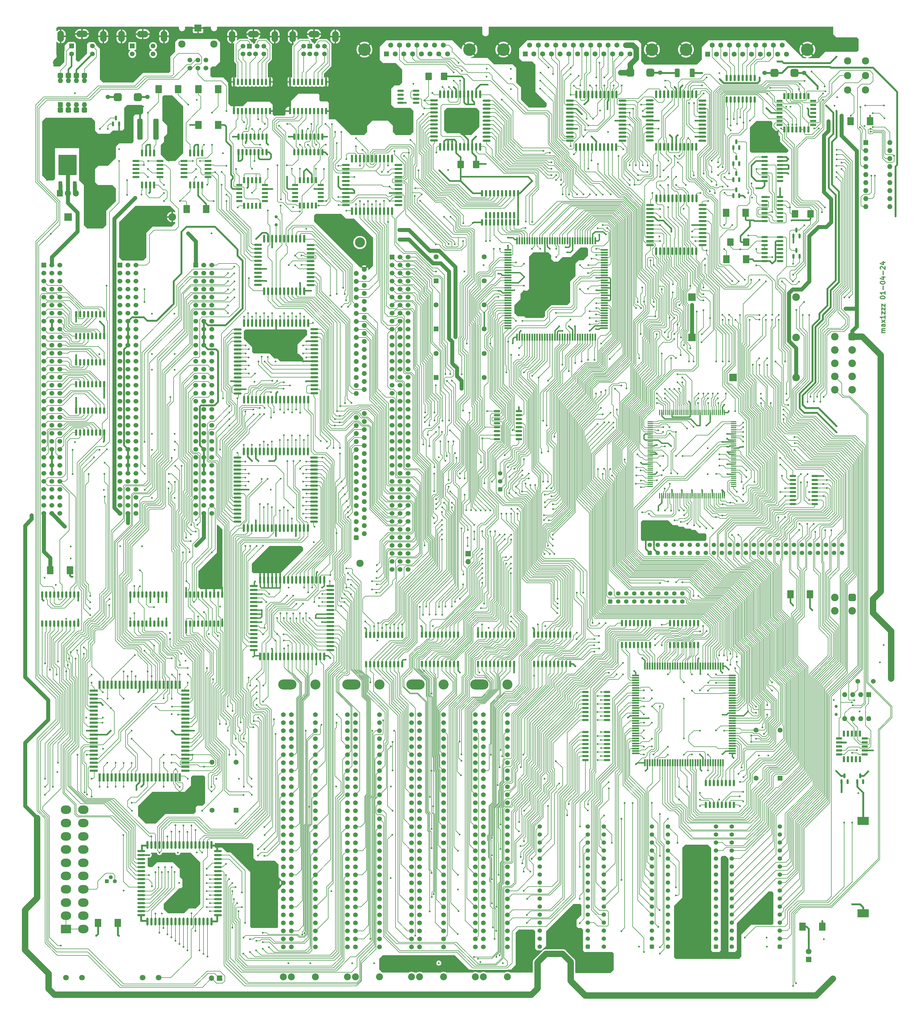
<source format=gbr>
%TF.GenerationSoftware,KiCad,Pcbnew,7.0.9*%
%TF.CreationDate,2025-04-07T20:21:29+01:00*%
%TF.ProjectId,IIci_Reloaded,49496369-5f52-4656-9c6f-616465642e6b,rev?*%
%TF.SameCoordinates,Original*%
%TF.FileFunction,Copper,L1,Top*%
%TF.FilePolarity,Positive*%
%FSLAX46Y46*%
G04 Gerber Fmt 4.6, Leading zero omitted, Abs format (unit mm)*
G04 Created by KiCad (PCBNEW 7.0.9) date 2025-04-07 20:21:29*
%MOMM*%
%LPD*%
G01*
G04 APERTURE LIST*
G04 Aperture macros list*
%AMRoundRect*
0 Rectangle with rounded corners*
0 $1 Rounding radius*
0 $2 $3 $4 $5 $6 $7 $8 $9 X,Y pos of 4 corners*
0 Add a 4 corners polygon primitive as box body*
4,1,4,$2,$3,$4,$5,$6,$7,$8,$9,$2,$3,0*
0 Add four circle primitives for the rounded corners*
1,1,$1+$1,$2,$3*
1,1,$1+$1,$4,$5*
1,1,$1+$1,$6,$7*
1,1,$1+$1,$8,$9*
0 Add four rect primitives between the rounded corners*
20,1,$1+$1,$2,$3,$4,$5,0*
20,1,$1+$1,$4,$5,$6,$7,0*
20,1,$1+$1,$6,$7,$8,$9,0*
20,1,$1+$1,$8,$9,$2,$3,0*%
G04 Aperture macros list end*
%ADD10C,0.300000*%
%TA.AperFunction,NonConductor*%
%ADD11C,0.300000*%
%TD*%
%TA.AperFunction,SMDPad,CuDef*%
%ADD12R,0.700000X2.500000*%
%TD*%
%TA.AperFunction,SMDPad,CuDef*%
%ADD13R,2.500000X0.700000*%
%TD*%
%TA.AperFunction,ComponentPad*%
%ADD14C,1.500000*%
%TD*%
%TA.AperFunction,ComponentPad*%
%ADD15C,2.200000*%
%TD*%
%TA.AperFunction,ComponentPad*%
%ADD16O,5.800000X3.200000*%
%TD*%
%TA.AperFunction,ComponentPad*%
%ADD17C,3.200000*%
%TD*%
%TA.AperFunction,ComponentPad*%
%ADD18R,1.600000X1.600000*%
%TD*%
%TA.AperFunction,ComponentPad*%
%ADD19O,1.600000X1.600000*%
%TD*%
%TA.AperFunction,SMDPad,CuDef*%
%ADD20RoundRect,0.635000X0.635000X0.635000X-0.635000X0.635000X-0.635000X-0.635000X0.635000X-0.635000X0*%
%TD*%
%TA.AperFunction,SMDPad,CuDef*%
%ADD21RoundRect,0.150000X-0.150000X-0.950000X0.150000X-0.950000X0.150000X0.950000X-0.150000X0.950000X0*%
%TD*%
%TA.AperFunction,SMDPad,CuDef*%
%ADD22RoundRect,0.150000X-0.950000X0.150000X-0.950000X-0.150000X0.950000X-0.150000X0.950000X0.150000X0*%
%TD*%
%TA.AperFunction,SMDPad,CuDef*%
%ADD23RoundRect,0.150000X0.150000X-0.587500X0.150000X0.587500X-0.150000X0.587500X-0.150000X-0.587500X0*%
%TD*%
%TA.AperFunction,SMDPad,CuDef*%
%ADD24O,2.500000X0.650000*%
%TD*%
%TA.AperFunction,SMDPad,CuDef*%
%ADD25O,0.650000X2.500000*%
%TD*%
%TA.AperFunction,SMDPad,CuDef*%
%ADD26R,0.700000X1.925000*%
%TD*%
%TA.AperFunction,SMDPad,CuDef*%
%ADD27R,1.925000X0.700000*%
%TD*%
%TA.AperFunction,SMDPad,CuDef*%
%ADD28RoundRect,0.150000X-0.837500X-0.150000X0.837500X-0.150000X0.837500X0.150000X-0.837500X0.150000X0*%
%TD*%
%TA.AperFunction,SMDPad,CuDef*%
%ADD29RoundRect,0.250000X0.562500X3.050000X-0.562500X3.050000X-0.562500X-3.050000X0.562500X-3.050000X0*%
%TD*%
%TA.AperFunction,ComponentPad*%
%ADD30R,2.400000X2.400000*%
%TD*%
%TA.AperFunction,ComponentPad*%
%ADD31O,2.400000X2.400000*%
%TD*%
%TA.AperFunction,SMDPad,CuDef*%
%ADD32RoundRect,0.150000X0.150000X-0.837500X0.150000X0.837500X-0.150000X0.837500X-0.150000X-0.837500X0*%
%TD*%
%TA.AperFunction,ComponentPad*%
%ADD33RoundRect,0.350000X0.350000X-0.350000X0.350000X0.350000X-0.350000X0.350000X-0.350000X-0.350000X0*%
%TD*%
%TA.AperFunction,ComponentPad*%
%ADD34C,1.400000*%
%TD*%
%TA.AperFunction,SMDPad,CuDef*%
%ADD35RoundRect,0.150000X-0.150000X0.837500X-0.150000X-0.837500X0.150000X-0.837500X0.150000X0.837500X0*%
%TD*%
%TA.AperFunction,ComponentPad*%
%ADD36O,2.100000X3.500000*%
%TD*%
%TA.AperFunction,ComponentPad*%
%ADD37O,3.500000X2.100000*%
%TD*%
%TA.AperFunction,ComponentPad*%
%ADD38R,1.500000X1.500000*%
%TD*%
%TA.AperFunction,ComponentPad*%
%ADD39RoundRect,0.600000X-0.600000X0.600000X-0.600000X-0.600000X0.600000X-0.600000X0.600000X0.600000X0*%
%TD*%
%TA.AperFunction,ComponentPad*%
%ADD40C,2.400000*%
%TD*%
%TA.AperFunction,SMDPad,CuDef*%
%ADD41RoundRect,0.250000X0.787500X0.925000X-0.787500X0.925000X-0.787500X-0.925000X0.787500X-0.925000X0*%
%TD*%
%TA.AperFunction,SMDPad,CuDef*%
%ADD42RoundRect,0.250000X-0.500000X-1.100000X0.500000X-1.100000X0.500000X1.100000X-0.500000X1.100000X0*%
%TD*%
%TA.AperFunction,SMDPad,CuDef*%
%ADD43RoundRect,0.150000X0.150000X-0.875000X0.150000X0.875000X-0.150000X0.875000X-0.150000X-0.875000X0*%
%TD*%
%TA.AperFunction,SMDPad,CuDef*%
%ADD44RoundRect,0.250000X-0.787500X-1.025000X0.787500X-1.025000X0.787500X1.025000X-0.787500X1.025000X0*%
%TD*%
%TA.AperFunction,ComponentPad*%
%ADD45C,1.600000*%
%TD*%
%TA.AperFunction,SMDPad,CuDef*%
%ADD46RoundRect,0.150000X-0.825000X-0.150000X0.825000X-0.150000X0.825000X0.150000X-0.825000X0.150000X0*%
%TD*%
%TA.AperFunction,ComponentPad*%
%ADD47R,1.300000X1.300000*%
%TD*%
%TA.AperFunction,ComponentPad*%
%ADD48C,1.300000*%
%TD*%
%TA.AperFunction,ComponentPad*%
%ADD49C,1.000000*%
%TD*%
%TA.AperFunction,SMDPad,CuDef*%
%ADD50RoundRect,0.150000X0.837500X0.150000X-0.837500X0.150000X-0.837500X-0.150000X0.837500X-0.150000X0*%
%TD*%
%TA.AperFunction,ComponentPad*%
%ADD51R,1.524000X1.524000*%
%TD*%
%TA.AperFunction,ComponentPad*%
%ADD52C,1.524000*%
%TD*%
%TA.AperFunction,ComponentPad*%
%ADD53RoundRect,0.350000X0.350000X0.350000X-0.350000X0.350000X-0.350000X-0.350000X0.350000X-0.350000X0*%
%TD*%
%TA.AperFunction,SMDPad,CuDef*%
%ADD54RoundRect,0.250000X-0.787500X-0.925000X0.787500X-0.925000X0.787500X0.925000X-0.787500X0.925000X0*%
%TD*%
%TA.AperFunction,SMDPad,CuDef*%
%ADD55RoundRect,0.150000X-0.150000X0.875000X-0.150000X-0.875000X0.150000X-0.875000X0.150000X0.875000X0*%
%TD*%
%TA.AperFunction,ComponentPad*%
%ADD56R,1.800000X1.800000*%
%TD*%
%TA.AperFunction,ComponentPad*%
%ADD57C,1.800000*%
%TD*%
%TA.AperFunction,SMDPad,CuDef*%
%ADD58R,3.600000X2.600000*%
%TD*%
%TA.AperFunction,ComponentPad*%
%ADD59R,1.905000X2.000000*%
%TD*%
%TA.AperFunction,ComponentPad*%
%ADD60O,1.905000X2.000000*%
%TD*%
%TA.AperFunction,SMDPad,CuDef*%
%ADD61R,1.800000X0.450000*%
%TD*%
%TA.AperFunction,SMDPad,CuDef*%
%ADD62R,0.450000X1.800000*%
%TD*%
%TA.AperFunction,ComponentPad*%
%ADD63C,4.000000*%
%TD*%
%TA.AperFunction,ComponentPad*%
%ADD64RoundRect,0.380000X-0.420000X0.380000X-0.420000X-0.380000X0.420000X-0.380000X0.420000X0.380000X0*%
%TD*%
%TA.AperFunction,ComponentPad*%
%ADD65O,1.600000X1.520000*%
%TD*%
%TA.AperFunction,ComponentPad*%
%ADD66C,2.300000*%
%TD*%
%TA.AperFunction,ComponentPad*%
%ADD67R,1.700000X1.700000*%
%TD*%
%TA.AperFunction,ComponentPad*%
%ADD68O,1.700000X1.700000*%
%TD*%
%TA.AperFunction,SMDPad,CuDef*%
%ADD69RoundRect,0.150000X0.150000X-0.825000X0.150000X0.825000X-0.150000X0.825000X-0.150000X-0.825000X0*%
%TD*%
%TA.AperFunction,SMDPad,CuDef*%
%ADD70RoundRect,0.437500X-0.437500X-0.437500X0.437500X-0.437500X0.437500X0.437500X-0.437500X0.437500X0*%
%TD*%
%TA.AperFunction,SMDPad,CuDef*%
%ADD71RoundRect,0.250000X0.787500X1.025000X-0.787500X1.025000X-0.787500X-1.025000X0.787500X-1.025000X0*%
%TD*%
%TA.AperFunction,SMDPad,CuDef*%
%ADD72R,0.500000X2.200000*%
%TD*%
%TA.AperFunction,SMDPad,CuDef*%
%ADD73R,2.200000X0.500000*%
%TD*%
%TA.AperFunction,SMDPad,CuDef*%
%ADD74RoundRect,0.250000X0.350000X-0.850000X0.350000X0.850000X-0.350000X0.850000X-0.350000X-0.850000X0*%
%TD*%
%TA.AperFunction,SMDPad,CuDef*%
%ADD75RoundRect,0.250000X1.125000X-1.275000X1.125000X1.275000X-1.125000X1.275000X-1.125000X-1.275000X0*%
%TD*%
%TA.AperFunction,SMDPad,CuDef*%
%ADD76RoundRect,0.249997X2.650003X-2.950003X2.650003X2.950003X-2.650003X2.950003X-2.650003X-2.950003X0*%
%TD*%
%TA.AperFunction,ComponentPad*%
%ADD77R,2.300000X2.300000*%
%TD*%
%TA.AperFunction,ComponentPad*%
%ADD78RoundRect,0.250001X1.399999X-1.099999X1.399999X1.099999X-1.399999X1.099999X-1.399999X-1.099999X0*%
%TD*%
%TA.AperFunction,ComponentPad*%
%ADD79O,3.300000X2.700000*%
%TD*%
%TA.AperFunction,SMDPad,CuDef*%
%ADD80RoundRect,0.635000X-0.635000X-0.635000X0.635000X-0.635000X0.635000X0.635000X-0.635000X0.635000X0*%
%TD*%
%TA.AperFunction,ViaPad*%
%ADD81C,0.600000*%
%TD*%
%TA.AperFunction,Conductor*%
%ADD82C,0.150000*%
%TD*%
%TA.AperFunction,Conductor*%
%ADD83C,0.600000*%
%TD*%
%TA.AperFunction,Conductor*%
%ADD84C,0.500000*%
%TD*%
%TA.AperFunction,Conductor*%
%ADD85C,0.400000*%
%TD*%
%TA.AperFunction,Conductor*%
%ADD86C,1.250000*%
%TD*%
%TA.AperFunction,Conductor*%
%ADD87C,2.000000*%
%TD*%
%TA.AperFunction,Conductor*%
%ADD88C,1.750000*%
%TD*%
G04 APERTURE END LIST*
D10*
D11*
X886438628Y-29544489D02*
X885438628Y-29544489D01*
X885581485Y-29544489D02*
X885510057Y-29473060D01*
X885510057Y-29473060D02*
X885438628Y-29330203D01*
X885438628Y-29330203D02*
X885438628Y-29115917D01*
X885438628Y-29115917D02*
X885510057Y-28973060D01*
X885510057Y-28973060D02*
X885652914Y-28901632D01*
X885652914Y-28901632D02*
X886438628Y-28901632D01*
X885652914Y-28901632D02*
X885510057Y-28830203D01*
X885510057Y-28830203D02*
X885438628Y-28687346D01*
X885438628Y-28687346D02*
X885438628Y-28473060D01*
X885438628Y-28473060D02*
X885510057Y-28330203D01*
X885510057Y-28330203D02*
X885652914Y-28258774D01*
X885652914Y-28258774D02*
X886438628Y-28258774D01*
X886438628Y-26901632D02*
X885652914Y-26901632D01*
X885652914Y-26901632D02*
X885510057Y-26973060D01*
X885510057Y-26973060D02*
X885438628Y-27115917D01*
X885438628Y-27115917D02*
X885438628Y-27401632D01*
X885438628Y-27401632D02*
X885510057Y-27544489D01*
X886367200Y-26901632D02*
X886438628Y-27044489D01*
X886438628Y-27044489D02*
X886438628Y-27401632D01*
X886438628Y-27401632D02*
X886367200Y-27544489D01*
X886367200Y-27544489D02*
X886224342Y-27615917D01*
X886224342Y-27615917D02*
X886081485Y-27615917D01*
X886081485Y-27615917D02*
X885938628Y-27544489D01*
X885938628Y-27544489D02*
X885867200Y-27401632D01*
X885867200Y-27401632D02*
X885867200Y-27044489D01*
X885867200Y-27044489D02*
X885795771Y-26901632D01*
X886438628Y-26330203D02*
X885438628Y-25544489D01*
X885438628Y-26330203D02*
X886438628Y-25544489D01*
X886438628Y-24187345D02*
X886438628Y-25044488D01*
X886438628Y-24615917D02*
X884938628Y-24615917D01*
X884938628Y-24615917D02*
X885152914Y-24758774D01*
X885152914Y-24758774D02*
X885295771Y-24901631D01*
X885295771Y-24901631D02*
X885367200Y-25044488D01*
X885438628Y-23687346D02*
X885438628Y-22901632D01*
X885438628Y-22901632D02*
X886438628Y-23687346D01*
X886438628Y-23687346D02*
X886438628Y-22901632D01*
X885438628Y-22473060D02*
X885438628Y-21687346D01*
X885438628Y-21687346D02*
X886438628Y-22473060D01*
X886438628Y-22473060D02*
X886438628Y-21687346D01*
X885438628Y-21258774D02*
X885438628Y-20473060D01*
X885438628Y-20473060D02*
X886438628Y-21258774D01*
X886438628Y-21258774D02*
X886438628Y-20473060D01*
X884938628Y-18473059D02*
X884938628Y-18330202D01*
X884938628Y-18330202D02*
X885010057Y-18187345D01*
X885010057Y-18187345D02*
X885081485Y-18115917D01*
X885081485Y-18115917D02*
X885224342Y-18044488D01*
X885224342Y-18044488D02*
X885510057Y-17973059D01*
X885510057Y-17973059D02*
X885867200Y-17973059D01*
X885867200Y-17973059D02*
X886152914Y-18044488D01*
X886152914Y-18044488D02*
X886295771Y-18115917D01*
X886295771Y-18115917D02*
X886367200Y-18187345D01*
X886367200Y-18187345D02*
X886438628Y-18330202D01*
X886438628Y-18330202D02*
X886438628Y-18473059D01*
X886438628Y-18473059D02*
X886367200Y-18615917D01*
X886367200Y-18615917D02*
X886295771Y-18687345D01*
X886295771Y-18687345D02*
X886152914Y-18758774D01*
X886152914Y-18758774D02*
X885867200Y-18830202D01*
X885867200Y-18830202D02*
X885510057Y-18830202D01*
X885510057Y-18830202D02*
X885224342Y-18758774D01*
X885224342Y-18758774D02*
X885081485Y-18687345D01*
X885081485Y-18687345D02*
X885010057Y-18615917D01*
X885010057Y-18615917D02*
X884938628Y-18473059D01*
X886438628Y-16544488D02*
X886438628Y-17401631D01*
X886438628Y-16973060D02*
X884938628Y-16973060D01*
X884938628Y-16973060D02*
X885152914Y-17115917D01*
X885152914Y-17115917D02*
X885295771Y-17258774D01*
X885295771Y-17258774D02*
X885367200Y-17401631D01*
X885867200Y-15901632D02*
X885867200Y-14758775D01*
X884938628Y-13758774D02*
X884938628Y-13615917D01*
X884938628Y-13615917D02*
X885010057Y-13473060D01*
X885010057Y-13473060D02*
X885081485Y-13401632D01*
X885081485Y-13401632D02*
X885224342Y-13330203D01*
X885224342Y-13330203D02*
X885510057Y-13258774D01*
X885510057Y-13258774D02*
X885867200Y-13258774D01*
X885867200Y-13258774D02*
X886152914Y-13330203D01*
X886152914Y-13330203D02*
X886295771Y-13401632D01*
X886295771Y-13401632D02*
X886367200Y-13473060D01*
X886367200Y-13473060D02*
X886438628Y-13615917D01*
X886438628Y-13615917D02*
X886438628Y-13758774D01*
X886438628Y-13758774D02*
X886367200Y-13901632D01*
X886367200Y-13901632D02*
X886295771Y-13973060D01*
X886295771Y-13973060D02*
X886152914Y-14044489D01*
X886152914Y-14044489D02*
X885867200Y-14115917D01*
X885867200Y-14115917D02*
X885510057Y-14115917D01*
X885510057Y-14115917D02*
X885224342Y-14044489D01*
X885224342Y-14044489D02*
X885081485Y-13973060D01*
X885081485Y-13973060D02*
X885010057Y-13901632D01*
X885010057Y-13901632D02*
X884938628Y-13758774D01*
X885438628Y-11973061D02*
X886438628Y-11973061D01*
X884867200Y-12330203D02*
X885938628Y-12687346D01*
X885938628Y-12687346D02*
X885938628Y-11758775D01*
X885867200Y-11187347D02*
X885867200Y-10044490D01*
X885081485Y-9401632D02*
X885010057Y-9330204D01*
X885010057Y-9330204D02*
X884938628Y-9187347D01*
X884938628Y-9187347D02*
X884938628Y-8830204D01*
X884938628Y-8830204D02*
X885010057Y-8687347D01*
X885010057Y-8687347D02*
X885081485Y-8615918D01*
X885081485Y-8615918D02*
X885224342Y-8544489D01*
X885224342Y-8544489D02*
X885367200Y-8544489D01*
X885367200Y-8544489D02*
X885581485Y-8615918D01*
X885581485Y-8615918D02*
X886438628Y-9473061D01*
X886438628Y-9473061D02*
X886438628Y-8544489D01*
X885438628Y-7258776D02*
X886438628Y-7258776D01*
X884867200Y-7615918D02*
X885938628Y-7973061D01*
X885938628Y-7973061D02*
X885938628Y-7044490D01*
D12*
%TO.P,UK2,1,VSS*%
%TO.N,GND*%
X650121400Y-141267100D03*
%TO.P,UK2,2,A28*%
%TO.N,A28*%
X648851400Y-141267100D03*
%TO.P,UK2,3,A29*%
%TO.N,A29*%
X647581400Y-141267100D03*
%TO.P,UK2,4,A31*%
%TO.N,A31*%
X646311400Y-141267100D03*
%TO.P,UK2,5,A30*%
%TO.N,A30*%
X645041400Y-141267100D03*
%TO.P,UK2,6,TM0IN*%
%TO.N,TM0IN*%
X643771400Y-141267100D03*
%TO.P,UK2,7,~{TESTOE}*%
%TO.N,{slash}TESTOENU*%
X642501400Y-141267100D03*
%TO.P,UK2,8,~{AS}*%
%TO.N,{slash}AS*%
X641231400Y-141267100D03*
%TO.P,UK2,9,ACKIN*%
%TO.N,ACKIN*%
X639961400Y-141267100D03*
%TO.P,UK2,10,A25*%
%TO.N,A25*%
X638691400Y-141267100D03*
%TO.P,UK2,11,~{BERR}*%
%TO.N,{slash}BERRF*%
X637421400Y-141267100D03*
D13*
%TO.P,UK2,12,~{NUBUS}*%
%TO.N,{slash}NUBUSF*%
X635571400Y-143104600D03*
%TO.P,UK2,13,~{BUSLOCK}*%
%TO.N,{slash}BUSLOCK*%
X635571400Y-144374600D03*
%TO.P,UK2,14,~{STERM}*%
%TO.N,{slash}STERMF*%
X635571400Y-145644600D03*
%TO.P,UK2,15,VDD*%
%TO.N,+5V-J14*%
X635571400Y-146914600D03*
%TO.P,UK2,16,~{HALT}*%
%TO.N,{slash}HALT*%
X635571400Y-148184600D03*
%TO.P,UK2,17,~{BGI}*%
%TO.N,{slash}LBG*%
X635571400Y-149454600D03*
%TO.P,UK2,18,~{BGO}*%
%TO.N,{slash}BGO*%
X635571400Y-150724600D03*
%TO.P,UK2,19,~{BGACK}*%
%TO.N,{slash}LBGACK*%
X635571400Y-151994600D03*
%TO.P,UK2,20,A1*%
%TO.N,A1*%
X635571400Y-153264600D03*
%TO.P,UK2,21,~{DSACK1}*%
%TO.N,DSACK1*%
X635571400Y-154534600D03*
%TO.P,UK2,22,VDD*%
%TO.N,+5V-J14*%
X635571400Y-155804600D03*
%TO.P,UK2,23,VSS*%
%TO.N,GND*%
X635571400Y-157074600D03*
%TO.P,UK2,24,~{DSACK0}*%
%TO.N,DSACK0*%
X635571400Y-158344600D03*
%TO.P,UK2,25,A0*%
%TO.N,A0*%
X635571400Y-159614600D03*
%TO.P,UK2,26,SIZ1*%
%TO.N,SIZ1*%
X635571400Y-160884600D03*
%TO.P,UK2,27,SIZ0*%
%TO.N,SIZ0*%
X635571400Y-162154600D03*
%TO.P,UK2,28,R/~{W}*%
%TO.N,R{slash}W*%
X635571400Y-163424600D03*
%TO.P,UK2,29,~{DS}*%
%TO.N,{slash}DS*%
X635571400Y-164694600D03*
%TO.P,UK2,30,~{RESET}*%
%TO.N,{slash}RESET*%
X635571400Y-165964600D03*
%TO.P,UK2,31,~{TM0A}*%
%TO.N,{slash}TM0A*%
X635571400Y-167234600D03*
%TO.P,UK2,32,TM1*%
%TO.N,TM1*%
X635571400Y-168504600D03*
D12*
%TO.P,UK2,33,START*%
%TO.N,START*%
X637421400Y-170604600D03*
%TO.P,UK2,34,ARB1IN*%
%TO.N,ARB1IN*%
X638691400Y-170604600D03*
%TO.P,UK2,35,ACK*%
%TO.N,ACK*%
X639961400Y-170604600D03*
%TO.P,UK2,36,ARB0IN*%
%TO.N,ARB0IN*%
X641231400Y-170604600D03*
%TO.P,UK2,37,TM0*%
%TO.N,TM0*%
X642501400Y-170604600D03*
%TO.P,UK2,38,~{CNTLOE}*%
%TO.N,CNTLOE*%
X643771400Y-170604600D03*
%TO.P,UK2,39,RQST*%
%TO.N,RQST*%
X645041400Y-170604600D03*
%TO.P,UK2,40,~{RQSTOE}*%
%TO.N,RQSTOE*%
X646311400Y-170604600D03*
%TO.P,UK2,41,SA31*%
%TO.N,SA31*%
X647581400Y-170604600D03*
%TO.P,UK2,42,NBAGAB2*%
%TO.N,NBAGAB2*%
X648851400Y-170604600D03*
%TO.P,UK2,43,VSS*%
%TO.N,GND*%
X650121400Y-170604600D03*
%TO.P,UK2,44,VDD*%
%TO.N,+5V-J14*%
X651391400Y-170604600D03*
%TO.P,UK2,45,~{NBAGBA}*%
%TO.N,{slash}NBAGBA*%
X652661400Y-170604600D03*
%TO.P,UK2,46,NBDSAB*%
%TO.N,NBDSAB*%
X653931400Y-170604600D03*
%TO.P,UK2,47,NBDSBA*%
%TO.N,NBDSBA*%
X655201400Y-170604600D03*
%TO.P,UK2,48,NBDCKB*%
%TO.N,NBDCKB*%
X656471400Y-170604600D03*
%TO.P,UK2,49,NBDGAB*%
%TO.N,NBDGAB*%
X657741400Y-170604600D03*
%TO.P,UK2,50,NBACK*%
%TO.N,NBACK*%
X659011400Y-170604600D03*
%TO.P,UK2,51,~{TEST}*%
%TO.N,{slash}TESTNU*%
X660281400Y-170604600D03*
%TO.P,UK2,52,CN10M*%
%TO.N,C10M*%
X661551400Y-170604600D03*
%TO.P,UK2,53,ARB2IN*%
%TO.N,ARB2IN*%
X662821400Y-170604600D03*
D13*
%TO.P,UK2,54,RQSTIN*%
%TO.N,RQSTIN*%
X664621400Y-168504600D03*
%TO.P,UK2,55,NBDCKA*%
%TO.N,NBDCKA*%
X664621400Y-167234600D03*
%TO.P,UK2,56,C40M*%
%TO.N,Net-(UK2-C40M)*%
X664621400Y-165964600D03*
%TO.P,UK2,57,NBAGAB*%
%TO.N,NBAGAB*%
X664621400Y-164694600D03*
%TO.P,UK2,58,VSS*%
%TO.N,GND*%
X664621400Y-163424600D03*
%TO.P,UK2,59,SA30*%
%TO.N,SA30*%
X664621400Y-162154600D03*
%TO.P,UK2,60,SA29*%
%TO.N,SA29*%
X664621400Y-160884600D03*
%TO.P,UK2,61,SA28*%
%TO.N,SA28*%
X664621400Y-159614600D03*
%TO.P,UK2,62,SA27*%
%TO.N,SA27*%
X664621400Y-158344600D03*
%TO.P,UK2,63,VDD*%
%TO.N,+5V-J14*%
X664621400Y-157074600D03*
%TO.P,UK2,64,VSS*%
%TO.N,GND*%
X664621400Y-155804600D03*
%TO.P,UK2,65,SA26*%
%TO.N,SA26*%
X664621400Y-154534600D03*
%TO.P,UK2,66,SA25*%
%TO.N,SA25*%
X664621400Y-153264600D03*
%TO.P,UK2,67,SA24*%
%TO.N,SA24*%
X664621400Y-151994600D03*
%TO.P,UK2,68,CPUCLK*%
%TO.N,CPUCLKN*%
X664621400Y-150724600D03*
%TO.P,UK2,69,SA23*%
%TO.N,SA23*%
X664621400Y-149454600D03*
%TO.P,UK2,70,~{NBDGBA}*%
%TO.N,{slash}NBDGBA*%
X664621400Y-148184600D03*
%TO.P,UK2,71,A23*%
%TO.N,A23*%
X664621400Y-146914600D03*
%TO.P,UK2,72,~{TM1A}*%
%TO.N,{slash}TM1A*%
X664621400Y-145644600D03*
%TO.P,UK2,73,~{BR}*%
%TO.N,{slash}LBR*%
X664621400Y-144374600D03*
%TO.P,UK2,74,STARTIN*%
%TO.N,STARTIN*%
X664621400Y-143104600D03*
D12*
%TO.P,UK2,75,NBASAB2*%
%TO.N,NBASAB2*%
X662821400Y-141267100D03*
%TO.P,UK2,76,TM1IN*%
%TO.N,TM1IN*%
X661551400Y-141267100D03*
%TO.P,UK2,77,SA1*%
%TO.N,SA1*%
X660281400Y-141267100D03*
%TO.P,UK2,78,SA0*%
%TO.N,SA0*%
X659011400Y-141267100D03*
%TO.P,UK2,79,FC1*%
%TO.N,FC1*%
X657741400Y-141267100D03*
%TO.P,UK2,80,~{RMC}*%
%TO.N,{slash}RMC*%
X656471400Y-141267100D03*
%TO.P,UK2,81,A24*%
%TO.N,A24*%
X655201400Y-141267100D03*
%TO.P,UK2,82,A26*%
%TO.N,A26*%
X653931400Y-141267100D03*
%TO.P,UK2,83,A27*%
%TO.N,A27*%
X652661400Y-141267100D03*
%TO.P,UK2,84,VDD*%
%TO.N,+5V-J14*%
X651391400Y-141267100D03*
%TD*%
D14*
%TO.P,J20,1,Pin_1*%
%TO.N,+5V-J14*%
X726160600Y-224332800D03*
%TO.P,J20,2,Pin_2*%
%TO.N,{slash}RCASLLB*%
X726160600Y-221792800D03*
%TO.P,J20,3,Pin_3*%
%TO.N,D0*%
X726160600Y-219252800D03*
%TO.P,J20,4,Pin_4*%
%TO.N,RABF0*%
X726160600Y-216712800D03*
%TO.P,J20,5,Pin_5*%
%TO.N,RABF1*%
X726160600Y-214172800D03*
%TO.P,J20,6,Pin_6*%
%TO.N,D1*%
X726160600Y-211632800D03*
%TO.P,J20,7,Pin_7*%
%TO.N,RABF2*%
X726160600Y-209092800D03*
%TO.P,J20,8,Pin_8*%
%TO.N,RABF3*%
X726160600Y-206552800D03*
%TO.P,J20,9,Pin_9*%
%TO.N,GND*%
X726160600Y-204012800D03*
%TO.P,J20,10,Pin_10*%
%TO.N,D2*%
X726160600Y-201472800D03*
%TO.P,J20,11,Pin_11*%
%TO.N,RABF4*%
X726160600Y-198932800D03*
%TO.P,J20,12,Pin_12*%
%TO.N,RABF5*%
X726160600Y-196392800D03*
%TO.P,J20,13,Pin_13*%
%TO.N,D3*%
X726160600Y-193852800D03*
%TO.P,J20,14,Pin_14*%
%TO.N,RABF6*%
X726160600Y-191312800D03*
%TO.P,J20,15,Pin_15*%
%TO.N,RABF7*%
X726160600Y-188772800D03*
%TO.P,J20,16,Pin_16*%
%TO.N,D4*%
X726160600Y-186232800D03*
%TO.P,J20,17,Pin_17*%
%TO.N,RABF8*%
X726160600Y-183692800D03*
%TO.P,J20,18,Pin_18*%
%TO.N,RABF9*%
X726160600Y-181152800D03*
%TO.P,J20,19,Pin_19*%
%TO.N,RABF10*%
X726160600Y-178612800D03*
%TO.P,J20,20,Pin_20*%
%TO.N,D5*%
X726160600Y-176072800D03*
%TO.P,J20,21,Pin_21*%
%TO.N,RAMRWBF*%
X726160600Y-173532800D03*
%TO.P,J20,22,Pin_22*%
%TO.N,GND*%
X726160600Y-170992800D03*
%TO.P,J20,23,Pin_23*%
%TO.N,D6*%
X726160600Y-168452800D03*
%TO.P,J20,24,Pin_24*%
%TO.N,RABF11*%
X726160600Y-165912800D03*
%TO.P,J20,25,Pin_25*%
%TO.N,D7*%
X726160600Y-163372800D03*
%TO.P,J20,26,Pin_26*%
%TO.N,PDB3*%
X726160600Y-160832800D03*
%TO.P,J20,27,Pin_27*%
%TO.N,{slash}RRASB0*%
X726160600Y-158292800D03*
%TO.P,J20,28,Pin_28*%
%TO.N,{slash}RCASLLB*%
X726160600Y-155752800D03*
%TO.P,J20,29,Pin_29*%
%TO.N,PDO3*%
X726160600Y-153212800D03*
%TO.P,J20,30,Pin_30*%
%TO.N,+5V-J14*%
X726160600Y-150672800D03*
%TO.P,J20,31,Pin_31*%
X716000600Y-224332800D03*
X718540600Y-224332800D03*
%TO.P,J20,32,Pin_32*%
%TO.N,{slash}RCASLMB*%
X716000600Y-221792800D03*
X718540600Y-221792800D03*
%TO.P,J20,33,Pin_33*%
%TO.N,D8*%
X716000600Y-219252800D03*
X718540600Y-219252800D03*
%TO.P,J20,34,Pin_34*%
%TO.N,RABF0*%
X716000600Y-216712800D03*
X718540600Y-216712800D03*
%TO.P,J20,35,Pin_35*%
%TO.N,RABF1*%
X716000600Y-214172800D03*
X718540600Y-214172800D03*
%TO.P,J20,36,Pin_36*%
%TO.N,D9*%
X716000600Y-211632800D03*
X718540600Y-211632800D03*
%TO.P,J20,37,Pin_37*%
%TO.N,RABF2*%
X716000600Y-209092800D03*
X718540600Y-209092800D03*
%TO.P,J20,38,Pin_38*%
%TO.N,RABF3*%
X716000600Y-206552800D03*
X718540600Y-206552800D03*
%TO.P,J20,39,Pin_39*%
%TO.N,GND*%
X716000600Y-204012800D03*
X718540600Y-204012800D03*
%TO.P,J20,40,Pin_40*%
%TO.N,D10*%
X716000600Y-201472800D03*
X718540600Y-201472800D03*
%TO.P,J20,41,Pin_41*%
%TO.N,RABF4*%
X716000600Y-198932800D03*
X718540600Y-198932800D03*
%TO.P,J20,42,Pin_42*%
%TO.N,RABF5*%
X716000600Y-196392800D03*
X718540600Y-196392800D03*
%TO.P,J20,43,Pin_43*%
%TO.N,D11*%
X716000600Y-193852800D03*
X718540600Y-193852800D03*
%TO.P,J20,44,Pin_44*%
%TO.N,RABF6*%
X716000600Y-191312800D03*
X718540600Y-191312800D03*
%TO.P,J20,45,Pin_45*%
%TO.N,RABF7*%
X716000600Y-188772800D03*
X718540600Y-188772800D03*
%TO.P,J20,46,Pin_46*%
%TO.N,D12*%
X716000600Y-186232800D03*
X718540600Y-186232800D03*
%TO.P,J20,47,Pin_47*%
%TO.N,RABF8*%
X716000600Y-183692800D03*
X718540600Y-183692800D03*
%TO.P,J20,48,Pin_48*%
%TO.N,RABF9*%
X716000600Y-181152800D03*
X718540600Y-181152800D03*
%TO.P,J20,49,Pin_49*%
%TO.N,RABF10*%
X716000600Y-178612800D03*
X718540600Y-178612800D03*
%TO.P,J20,50,Pin_50*%
%TO.N,D13*%
X716000600Y-176072800D03*
X718540600Y-176072800D03*
%TO.P,J20,51,Pin_51*%
%TO.N,RAMRWBF*%
X716000600Y-173532800D03*
X718540600Y-173532800D03*
%TO.P,J20,52,Pin_52*%
%TO.N,GND*%
X716000600Y-170992800D03*
X718540600Y-170992800D03*
%TO.P,J20,53,Pin_53*%
%TO.N,D14*%
X716000600Y-168452800D03*
X718540600Y-168452800D03*
%TO.P,J20,54,Pin_54*%
%TO.N,RABF11*%
X716000600Y-165912800D03*
X718540600Y-165912800D03*
%TO.P,J20,55,Pin_55*%
%TO.N,D15*%
X716000600Y-163372800D03*
X718540600Y-163372800D03*
%TO.P,J20,56,Pin_56*%
%TO.N,PDB2*%
X716000600Y-160832800D03*
X718540600Y-160832800D03*
%TO.P,J20,57,Pin_57*%
%TO.N,{slash}RRASB0*%
X716000600Y-158292800D03*
X718540600Y-158292800D03*
%TO.P,J20,58,Pin_58*%
%TO.N,{slash}RCASLMB*%
X716000600Y-155752800D03*
X718540600Y-155752800D03*
%TO.P,J20,59,Pin_59*%
%TO.N,PDO2*%
X716000600Y-153212800D03*
X718540600Y-153212800D03*
%TO.P,J20,60,Pin_60*%
%TO.N,+5V-J14*%
X716000600Y-150672800D03*
X718540600Y-150672800D03*
D15*
%TO.P,J20,HOLE*%
%TO.N,N/C*%
X716000600Y-233857800D03*
D16*
X717250600Y-141147800D03*
D15*
X718540600Y-233857800D03*
D17*
X726160600Y-141147800D03*
D15*
X726160600Y-233857800D03*
%TD*%
D18*
%TO.P,U1,1,RA2*%
%TO.N,{slash}FDBO*%
X880364000Y30734000D03*
D19*
%TO.P,U1,2,RA3*%
%TO.N,/RTC\u002C ADB & VIA/FDBIO*%
X880364000Y28194000D03*
%TO.P,U1,3,~{RTCC}*%
X880364000Y25654000D03*
%TO.P,U1,4,~{MCLR}*%
%TO.N,{slash}RESET*%
X880364000Y23114000D03*
%TO.P,U1,5,VSS*%
%TO.N,GND*%
X880364000Y20574000D03*
%TO.P,U1,6*%
%TO.N,N/C*%
X880364000Y18034000D03*
%TO.P,U1,7*%
X880364000Y15494000D03*
%TO.P,U1,8,RB2*%
%TO.N,ADB-CLK*%
X880364000Y12954000D03*
%TO.P,U1,9,RB3*%
%TO.N,ADB-DATA*%
X880364000Y10414000D03*
%TO.P,U1,10,RB4*%
%TO.N,{slash}ADB-INT*%
X887984000Y10414000D03*
%TO.P,U1,11*%
%TO.N,N/C*%
X887984000Y12954000D03*
%TO.P,U1,12*%
X887984000Y15494000D03*
%TO.P,U1,13*%
X887984000Y18034000D03*
%TO.P,U1,14,VDD*%
%TO.N,+5V-J14*%
X887984000Y20574000D03*
%TO.P,U1,15*%
%TO.N,N/C*%
X887984000Y23114000D03*
%TO.P,U1,16,OSC1*%
%TO.N,C3.7M*%
X887984000Y25654000D03*
%TO.P,U1,17,RA0*%
%TO.N,ADB-ST0*%
X887984000Y28194000D03*
%TO.P,U1,18,RA1*%
%TO.N,ABD-ST1*%
X887984000Y30734000D03*
%TD*%
D20*
%TO.P,F2,1*%
%TO.N,Net-(D1-K)*%
X812021000Y52906600D03*
%TO.P,F2,2*%
%TO.N,TERM5V*%
X805671000Y52906600D03*
%TD*%
D21*
%TO.P,UB3,1,SV0*%
%TO.N,GND*%
X668638000Y17272000D03*
%TO.P,UB3,2,SV1*%
%TO.N,/Sound/SV0*%
X669908000Y17272000D03*
D22*
%TO.P,UB3,3,SV2*%
%TO.N,/Sound/SV1*%
X671813000Y19812000D03*
%TO.P,UB3,4,SV3*%
%TO.N,/Sound/SV2*%
X671813000Y21082000D03*
%TO.P,UB3,5*%
%TO.N,N/C*%
X671813000Y22352000D03*
%TO.P,UB3,6,~{PON}*%
%TO.N,{slash}TEST*%
X671813000Y23622000D03*
%TO.P,UB3,7,VDD*%
%TO.N,SENSE*%
X671813000Y24892000D03*
D21*
%TO.P,UB3,8,TC*%
%TO.N,R-A{slash}D*%
X669908000Y27432000D03*
%TO.P,UB3,9,GND*%
%TO.N,GND*%
X668638000Y27432000D03*
%TO.P,UB3,10,PGND*%
X667368000Y27432000D03*
%TO.P,UB3,11,SNDOUT*%
%TO.N,SND-R*%
X666098000Y27432000D03*
D22*
%TO.P,UB3,12,PVCC*%
%TO.N,Net-(UB2-PVCC)*%
X664193000Y24892000D03*
%TO.P,UB3,13,VCC*%
X664193000Y23622000D03*
%TO.P,UB3,14*%
%TO.N,N/C*%
X664193000Y22352000D03*
%TO.P,UB3,15,IREF*%
%TO.N,R+12VF*%
X664193000Y21082000D03*
%TO.P,UB3,16,TEST*%
%TO.N,TESTA*%
X664193000Y19812000D03*
D21*
%TO.P,UB3,17,VREF*%
%TO.N,VREF*%
X666098000Y17272000D03*
%TO.P,UB3,18,~{SND}*%
%TO.N,PWMB*%
X667368000Y17272000D03*
%TD*%
%TO.P,UB2,1,SV0*%
%TO.N,GND*%
X653423400Y17272000D03*
%TO.P,UB2,2,SV1*%
%TO.N,/Sound/SV0*%
X654693400Y17272000D03*
D22*
%TO.P,UB2,3,SV2*%
%TO.N,/Sound/SV1*%
X656598400Y19812000D03*
%TO.P,UB2,4,SV3*%
%TO.N,/Sound/SV2*%
X656598400Y21082000D03*
%TO.P,UB2,5*%
%TO.N,N/C*%
X656598400Y22352000D03*
%TO.P,UB2,6,~{PON}*%
%TO.N,{slash}RESET*%
X656598400Y23622000D03*
%TO.P,UB2,7,VDD*%
%TO.N,SENSE*%
X656598400Y24892000D03*
D21*
%TO.P,UB2,8,TC*%
%TO.N,L-A{slash}D*%
X654693400Y27432000D03*
%TO.P,UB2,9,GND*%
%TO.N,GND*%
X653423400Y27432000D03*
%TO.P,UB2,10,PGND*%
X652153400Y27432000D03*
%TO.P,UB2,11,SNDOUT*%
%TO.N,SND-L*%
X650883400Y27432000D03*
D22*
%TO.P,UB2,12,PVCC*%
%TO.N,Net-(UB2-PVCC)*%
X648978400Y24892000D03*
%TO.P,UB2,13,VCC*%
X648978400Y23622000D03*
%TO.P,UB2,14*%
%TO.N,N/C*%
X648978400Y22352000D03*
%TO.P,UB2,15,IREF*%
%TO.N,L+12VF*%
X648978400Y21082000D03*
%TO.P,UB2,16,TEST*%
%TO.N,TESTB*%
X648978400Y19812000D03*
D21*
%TO.P,UB2,17,VREF*%
%TO.N,VREF*%
X650883400Y17272000D03*
%TO.P,UB2,18,~{SND}*%
%TO.N,PWMA*%
X652153400Y17272000D03*
%TD*%
D23*
%TO.P,Q3,1,B*%
%TO.N,OFFB*%
X838325200Y13873000D03*
%TO.P,Q3,2,E*%
%TO.N,GND*%
X840225200Y13873000D03*
%TO.P,Q3,3,C*%
%TO.N,PFWPD*%
X839275200Y15748000D03*
%TD*%
D24*
%TO.P,UD11,1,VSS*%
%TO.N,GND*%
X828600600Y4594000D03*
%TO.P,UD11,2,PA0*%
%TO.N,{slash}BURNIN*%
X828600600Y5864000D03*
%TO.P,UD11,3,PA1*%
%TO.N,CPUID0*%
X828600600Y7134000D03*
%TO.P,UD11,4,PA2*%
%TO.N,CPUID1*%
X828600600Y8404000D03*
%TO.P,UD11,5,PA3*%
%TO.N,MODEM*%
X828600600Y9674000D03*
%TO.P,UD11,6,PA4*%
%TO.N,CPUID2*%
X828600600Y10944000D03*
D25*
%TO.P,UD11,7,PA5*%
%TO.N,HDSEL*%
X826630600Y12994000D03*
%TO.P,UD11,8,PA6*%
%TO.N,CPUID3*%
X825360600Y12994000D03*
%TO.P,UD11,9,PA7*%
%TO.N,{slash}SCCWREQ*%
X824090600Y12994000D03*
%TO.P,UD11,10,PB0*%
%TO.N,RTC-DATA*%
X822820600Y12994000D03*
%TO.P,UD11,11*%
%TO.N,N/C*%
X821550600Y12994000D03*
%TO.P,UD11,12,PB1*%
%TO.N,RTC-CLK*%
X820280600Y12994000D03*
%TO.P,UD11,13,PB2*%
%TO.N,{slash}RTC*%
X819010600Y12994000D03*
%TO.P,UD11,14,PB3*%
%TO.N,{slash}ADB-INT*%
X817740600Y12994000D03*
%TO.P,UD11,15,PB4*%
%TO.N,ADB-ST0*%
X816470600Y12994000D03*
%TO.P,UD11,16,PB5*%
%TO.N,ABD-ST1*%
X815200600Y12994000D03*
%TO.P,UD11,17,PB6*%
%TO.N,{slash}PAREN*%
X813930600Y12994000D03*
D24*
%TO.P,UD11,18,PB7*%
%TO.N,{slash}PARERR*%
X811900600Y10944000D03*
%TO.P,UD11,19,CB1*%
%TO.N,ADB-CLK*%
X811900600Y9674000D03*
%TO.P,UD11,20,CB2*%
%TO.N,ADB-DATA*%
X811900600Y8404000D03*
%TO.P,UD11,21,VCC*%
%TO.N,+5V-J14*%
X811900600Y7134000D03*
%TO.P,UD11,22*%
%TO.N,N/C*%
X811900600Y5864000D03*
%TO.P,UD11,23,~{IRQ}*%
%TO.N,{slash}VIAIRQ1*%
X811900600Y4594000D03*
%TO.P,UD11,24,R/~{W}*%
%TO.N,R{slash}W*%
X811900600Y3324000D03*
%TO.P,UD11,25,~{SC2}*%
%TO.N,{slash}VIAF*%
X811900600Y2054000D03*
%TO.P,UD11,26,CS1*%
%TO.N,PU*%
X811900600Y784000D03*
%TO.P,UD11,27,PH2*%
%TO.N,VIACLKF*%
X811900600Y-486000D03*
%TO.P,UD11,28,PA7*%
%TO.N,D31*%
X811900600Y-1756000D03*
D25*
%TO.P,UD11,29,DA6*%
%TO.N,D30*%
X813900600Y-3706000D03*
%TO.P,UD11,30,DA5*%
%TO.N,D29*%
X815170600Y-3706000D03*
%TO.P,UD11,31,DA4*%
%TO.N,D28*%
X816440600Y-3706000D03*
%TO.P,UD11,32,DA3*%
%TO.N,D27*%
X817710600Y-3706000D03*
%TO.P,UD11,33*%
%TO.N,N/C*%
X818980600Y-3706000D03*
%TO.P,UD11,34,DA2*%
%TO.N,D26*%
X820250600Y-3706000D03*
%TO.P,UD11,35,DA1*%
%TO.N,D25*%
X821520600Y-3706000D03*
%TO.P,UD11,36,DA0*%
%TO.N,D24*%
X822790600Y-3706000D03*
%TO.P,UD11,37,~{RES}*%
%TO.N,{slash}RESET*%
X824060600Y-3706000D03*
%TO.P,UD11,38*%
%TO.N,N/C*%
X825330600Y-3706000D03*
%TO.P,UD11,39,RS3*%
%TO.N,A12*%
X826600600Y-3706000D03*
D24*
%TO.P,UD11,40,RS2*%
%TO.N,A11*%
X828600600Y-1756000D03*
%TO.P,UD11,41,RS1*%
%TO.N,A10*%
X828600600Y-486000D03*
%TO.P,UD11,42,RS0*%
%TO.N,A9*%
X828600600Y784000D03*
%TO.P,UD11,43,CA2*%
%TO.N,RTC-1HZ*%
X828600600Y2054000D03*
%TO.P,UD11,44,CA1*%
%TO.N,60.15HZ*%
X828600600Y3324000D03*
%TD*%
D26*
%TO.P,UA13,1,RA2*%
%TO.N,{slash}FDBO*%
X858350600Y34846400D03*
%TO.P,UA13,2,RA3*%
%TO.N,/RTC\u002C ADB & VIA/FDBIO*%
X859620600Y34846400D03*
%TO.P,UA13,3,~{RTCC}*%
X860890600Y34846400D03*
%TO.P,UA13,4,~{MCLR}*%
%TO.N,{slash}RESET*%
X862160600Y34846400D03*
D27*
%TO.P,UA13,5*%
%TO.N,N/C*%
X863673100Y36358900D03*
%TO.P,UA13,6*%
X863673100Y37628900D03*
%TO.P,UA13,7,VSS*%
%TO.N,GND*%
X863673100Y38898900D03*
%TO.P,UA13,8*%
%TO.N,N/C*%
X863673100Y40168900D03*
%TO.P,UA13,9*%
X863673100Y41438900D03*
%TO.P,UA13,10*%
X863673100Y42708900D03*
%TO.P,UA13,11,RB0*%
%TO.N,unconnected-(UA13-RB0-Pad11)*%
X863673100Y43978900D03*
D26*
%TO.P,UA13,12,RB1*%
%TO.N,unconnected-(UA13-RB1-Pad12)*%
X862160600Y45491400D03*
%TO.P,UA13,13,RB2*%
%TO.N,ADB-CLK*%
X860890600Y45491400D03*
%TO.P,UA13,14,RB3*%
%TO.N,ADB-DATA*%
X859620600Y45491400D03*
%TO.P,UA13,15*%
%TO.N,N/C*%
X858350600Y45491400D03*
%TO.P,UA13,16,RB4*%
%TO.N,{slash}ADB-INT*%
X857080600Y45491400D03*
%TO.P,UA13,17,RB5*%
%TO.N,unconnected-(UA13-RB5-Pad17)*%
X855810600Y45491400D03*
%TO.P,UA13,18,RB6*%
%TO.N,unconnected-(UA13-RB6-Pad18)*%
X854540600Y45491400D03*
D27*
%TO.P,UA13,19,RB7*%
%TO.N,unconnected-(UA13-RB7-Pad19)*%
X853028100Y43978900D03*
%TO.P,UA13,20*%
%TO.N,N/C*%
X853028100Y42708900D03*
%TO.P,UA13,21*%
X853028100Y41438900D03*
%TO.P,UA13,22,VDD*%
%TO.N,+5V-J14*%
X853028100Y40168900D03*
%TO.P,UA13,23*%
%TO.N,N/C*%
X853028100Y38898900D03*
%TO.P,UA13,24*%
X853028100Y37628900D03*
%TO.P,UA13,25,OSC2*%
%TO.N,unconnected-(UA13-OSC2-Pad25)*%
X853028100Y36358900D03*
D26*
%TO.P,UA13,26,OSC1*%
%TO.N,C3.7M*%
X854540600Y34846400D03*
%TO.P,UA13,27,RA0*%
%TO.N,ADB-ST0*%
X855810600Y34846400D03*
%TO.P,UA13,28,RA1*%
%TO.N,ABD-ST1*%
X857080600Y34846400D03*
%TD*%
D28*
%TO.P,RP9,1*%
%TO.N,{slash}CIOUT*%
X857207600Y-75057000D03*
%TO.P,RP9,2*%
%TO.N,{slash}RMC*%
X857207600Y-76327000D03*
%TO.P,RP9,3*%
%TO.N,{slash}HALT*%
X857207600Y-77597000D03*
%TO.P,RP9,4*%
%TO.N,DSACK1*%
X857207600Y-78867000D03*
%TO.P,RP9,5*%
%TO.N,{slash}DS*%
X857207600Y-80137000D03*
%TO.P,RP9,6*%
%TO.N,{slash}BERRF*%
X857207600Y-81407000D03*
%TO.P,RP9,7*%
%TO.N,{slash}STERMF*%
X857207600Y-82677000D03*
%TO.P,RP9,8*%
%TO.N,{slash}CBACK*%
X857207600Y-83947000D03*
%TO.P,RP9,9*%
%TO.N,{slash}CBREQ*%
X864132600Y-83947000D03*
%TO.P,RP9,10*%
%TO.N,{slash}AS*%
X864132600Y-82677000D03*
%TO.P,RP9,11*%
%TO.N,DSACK0*%
X864132600Y-81407000D03*
%TO.P,RP9,12*%
%TO.N,R{slash}W*%
X864132600Y-80137000D03*
%TO.P,RP9,13*%
%TO.N,FC0*%
X864132600Y-78867000D03*
%TO.P,RP9,14*%
%TO.N,FC1*%
X864132600Y-77597000D03*
%TO.P,RP9,15*%
%TO.N,FC2*%
X864132600Y-76327000D03*
%TO.P,RP9,16*%
%TO.N,+5V-J14*%
X864132600Y-75057000D03*
%TD*%
D29*
%TO.P,C4,1*%
%TO.N,L-A{slash}D*%
X655328400Y34975800D03*
%TO.P,C4,2*%
%TO.N,GND*%
X650253400Y34975800D03*
%TD*%
D30*
%TO.P,C8,1*%
%TO.N,Net-(UB2-PVCC)*%
X627464600Y7137400D03*
D31*
%TO.P,C8,2*%
%TO.N,GND*%
X660464600Y7137400D03*
%TD*%
D23*
%TO.P,Q1,1,B*%
%TO.N,{slash}FDBOB*%
X641678400Y36629100D03*
%TO.P,Q1,2,E*%
%TO.N,GND*%
X643578400Y36629100D03*
%TO.P,Q1,3,C*%
%TO.N,FDBIOC*%
X642628400Y38504100D03*
%TD*%
D32*
%TO.P,RP11,1*%
%TO.N,RAB8*%
X818269400Y-128625600D03*
%TO.P,RP11,2*%
%TO.N,RAA8*%
X819539400Y-128625600D03*
%TO.P,RP11,3*%
%TO.N,RAB9*%
X820809400Y-128625600D03*
%TO.P,RP11,4*%
%TO.N,RAA9*%
X822079400Y-128625600D03*
%TO.P,RP11,5*%
%TO.N,RAB10*%
X823349400Y-128625600D03*
%TO.P,RP11,6*%
%TO.N,RAA10*%
X824619400Y-128625600D03*
%TO.P,RP11,7*%
%TO.N,RAB11*%
X825889400Y-128625600D03*
%TO.P,RP11,8*%
%TO.N,RAA11*%
X827159400Y-128625600D03*
%TO.P,RP11,9*%
%TO.N,RAAF11*%
X827159400Y-121700600D03*
%TO.P,RP11,10*%
%TO.N,RABF11*%
X825889400Y-121700600D03*
%TO.P,RP11,11*%
%TO.N,RAAF10*%
X824619400Y-121700600D03*
%TO.P,RP11,12*%
%TO.N,RABF10*%
X823349400Y-121700600D03*
%TO.P,RP11,13*%
%TO.N,RAAF9*%
X822079400Y-121700600D03*
%TO.P,RP11,14*%
%TO.N,RABF9*%
X820809400Y-121700600D03*
%TO.P,RP11,15*%
%TO.N,RAAF8*%
X819539400Y-121700600D03*
%TO.P,RP11,16*%
%TO.N,RABF8*%
X818269400Y-121700600D03*
%TD*%
D33*
%TO.P,J16,1,Pin_1*%
%TO.N,GND*%
X811880600Y-99390200D03*
D34*
%TO.P,J16,2,Pin_2*%
%TO.N,{slash}DB0*%
X811880600Y-96850200D03*
%TO.P,J16,3,Pin_3*%
%TO.N,GND*%
X814420600Y-99390200D03*
%TO.P,J16,4,Pin_4*%
%TO.N,{slash}DB1*%
X814420600Y-96850200D03*
%TO.P,J16,5,Pin_5*%
%TO.N,GND*%
X816960600Y-99390200D03*
%TO.P,J16,6,Pin_6*%
%TO.N,{slash}DB2*%
X816960600Y-96850200D03*
%TO.P,J16,7,Pin_7*%
%TO.N,GND*%
X819500600Y-99390200D03*
%TO.P,J16,8,Pin_8*%
%TO.N,{slash}DB3*%
X819500600Y-96850200D03*
%TO.P,J16,9,Pin_9*%
%TO.N,GND*%
X822040600Y-99390200D03*
%TO.P,J16,10,Pin_10*%
%TO.N,{slash}DB4*%
X822040600Y-96850200D03*
%TO.P,J16,11,Pin_11*%
%TO.N,GND*%
X824580600Y-99390200D03*
%TO.P,J16,12,Pin_12*%
%TO.N,{slash}DB5*%
X824580600Y-96850200D03*
%TO.P,J16,13,Pin_13*%
%TO.N,GND*%
X827120600Y-99390200D03*
%TO.P,J16,14,Pin_14*%
%TO.N,{slash}DB6*%
X827120600Y-96850200D03*
%TO.P,J16,15,Pin_15*%
%TO.N,GND*%
X829660600Y-99390200D03*
%TO.P,J16,16,Pin_16*%
%TO.N,{slash}DB7*%
X829660600Y-96850200D03*
%TO.P,J16,17,Pin_17*%
%TO.N,GND*%
X832200600Y-99390200D03*
%TO.P,J16,18,Pin_18*%
%TO.N,{slash}DBP*%
X832200600Y-96850200D03*
%TO.P,J16,19,Pin_19*%
%TO.N,GND*%
X834740600Y-99390200D03*
%TO.P,J16,20,Pin_20*%
%TO.N,unconnected-(J16-Pin_20-Pad20)*%
X834740600Y-96850200D03*
%TO.P,J16,21,Pin_21*%
%TO.N,GND*%
X837280600Y-99390200D03*
%TO.P,J16,22,Pin_22*%
%TO.N,unconnected-(J16-Pin_22-Pad22)*%
X837280600Y-96850200D03*
%TO.P,J16,23,Pin_23*%
%TO.N,GND*%
X839820600Y-99390200D03*
%TO.P,J16,24,Pin_24*%
%TO.N,unconnected-(J16-Pin_24-Pad24)*%
X839820600Y-96850200D03*
%TO.P,J16,25,Pin_25*%
%TO.N,GND*%
X842360600Y-99390200D03*
%TO.P,J16,26,Pin_26*%
%TO.N,TERM5V*%
X842360600Y-96850200D03*
%TO.P,J16,27,Pin_27*%
%TO.N,GND*%
X844900600Y-99390200D03*
%TO.P,J16,28,Pin_28*%
%TO.N,unconnected-(J16-Pin_28-Pad28)*%
X844900600Y-96850200D03*
%TO.P,J16,29,Pin_29*%
%TO.N,GND*%
X847440600Y-99390200D03*
%TO.P,J16,30,Pin_30*%
%TO.N,unconnected-(J16-Pin_30-Pad30)*%
X847440600Y-96850200D03*
%TO.P,J16,31,Pin_31*%
%TO.N,GND*%
X849980600Y-99390200D03*
%TO.P,J16,32,Pin_32*%
%TO.N,{slash}ATN*%
X849980600Y-96850200D03*
%TO.P,J16,33,Pin_33*%
%TO.N,GND*%
X852520600Y-99390200D03*
%TO.P,J16,34,Pin_34*%
%TO.N,unconnected-(J16-Pin_34-Pad34)*%
X852520600Y-96850200D03*
%TO.P,J16,35,Pin_35*%
%TO.N,GND*%
X855060600Y-99390200D03*
%TO.P,J16,36,Pin_36*%
%TO.N,{slash}BSY*%
X855060600Y-96850200D03*
%TO.P,J16,37,Pin_37*%
%TO.N,GND*%
X857600600Y-99390200D03*
%TO.P,J16,38,Pin_38*%
%TO.N,{slash}ACKS*%
X857600600Y-96850200D03*
%TO.P,J16,39,Pin_39*%
%TO.N,GND*%
X860140600Y-99390200D03*
%TO.P,J16,40,Pin_40*%
%TO.N,{slash}RST*%
X860140600Y-96850200D03*
%TO.P,J16,41,Pin_41*%
%TO.N,GND*%
X862680600Y-99390200D03*
%TO.P,J16,42,Pin_42*%
%TO.N,{slash}MSG*%
X862680600Y-96850200D03*
%TO.P,J16,43,Pin_43*%
%TO.N,GND*%
X865220600Y-99390200D03*
%TO.P,J16,44,Pin_44*%
%TO.N,{slash}SEL*%
X865220600Y-96850200D03*
%TO.P,J16,45,Pin_45*%
%TO.N,GND*%
X867760600Y-99390200D03*
%TO.P,J16,46,Pin_46*%
%TO.N,C{slash}D*%
X867760600Y-96850200D03*
%TO.P,J16,47,Pin_47*%
%TO.N,GND*%
X870300600Y-99390200D03*
%TO.P,J16,48,Pin_48*%
%TO.N,{slash}REQ*%
X870300600Y-96850200D03*
%TO.P,J16,49,Pin_49*%
%TO.N,GND*%
X872840600Y-99390200D03*
%TO.P,J16,50,Pin_50*%
%TO.N,I{slash}O*%
X872840600Y-96850200D03*
%TD*%
D30*
%TO.P,C17,1*%
%TO.N,GND*%
X838216000Y-43801800D03*
D31*
%TO.P,C17,2*%
%TO.N,-12V-J14*%
X858216000Y-43801800D03*
%TD*%
D35*
%TO.P,RP14,1*%
%TO.N,{slash}CASUUA*%
X838538600Y-172415200D03*
%TO.P,RP14,2*%
%TO.N,{slash}CASUMA*%
X837268600Y-172415200D03*
%TO.P,RP14,3*%
%TO.N,{slash}CASLMA*%
X835998600Y-172415200D03*
%TO.P,RP14,4*%
%TO.N,{slash}CASLLA*%
X834728600Y-172415200D03*
%TO.P,RP14,5*%
%TO.N,{slash}RASBH*%
X833458600Y-172415200D03*
%TO.P,RP14,6*%
%TO.N,{slash}RASBL*%
X832188600Y-172415200D03*
%TO.P,RP14,7*%
%TO.N,{slash}RASAH*%
X830918600Y-172415200D03*
%TO.P,RP14,8*%
%TO.N,{slash}RASAL*%
X829648600Y-172415200D03*
%TO.P,RP14,9*%
%TO.N,{slash}RRASA0*%
X829648600Y-179340200D03*
%TO.P,RP14,10*%
%TO.N,{slash}RRASA1*%
X830918600Y-179340200D03*
%TO.P,RP14,11*%
%TO.N,{slash}RRASB0*%
X832188600Y-179340200D03*
%TO.P,RP14,12*%
%TO.N,{slash}RRASB1*%
X833458600Y-179340200D03*
%TO.P,RP14,13*%
%TO.N,{slash}RCASLLA*%
X834728600Y-179340200D03*
%TO.P,RP14,14*%
%TO.N,{slash}RCASLMA*%
X835998600Y-179340200D03*
%TO.P,RP14,15*%
%TO.N,{slash}RCASUMA*%
X837268600Y-179340200D03*
%TO.P,RP14,16*%
%TO.N,{slash}RCASUUA*%
X838538600Y-179340200D03*
%TD*%
D36*
%TO.P,J1,0*%
%TO.N,Earth*%
X625093400Y64416400D03*
D37*
X631843400Y65166400D03*
D36*
X638593400Y64416400D03*
D38*
%TO.P,J1,1*%
%TO.N,ADBF*%
X628543400Y61366400D03*
D14*
%TO.P,J1,2*%
%TO.N,{slash}PWRON*%
X635143400Y61366400D03*
%TO.P,J1,3*%
%TO.N,+5VFF*%
X628543400Y58866400D03*
%TO.P,J1,4*%
%TO.N,NET01*%
X635143400Y58866400D03*
%TD*%
D39*
%TO.P,J14,1,Pin_1*%
%TO.N,+12V-J14*%
X876042600Y-30861000D03*
D40*
%TO.P,J14,2,Pin_2*%
%TO.N,+5V-J14*%
X876042600Y-35061000D03*
%TO.P,J14,3,Pin_3*%
X876042600Y-39261000D03*
%TO.P,J14,4,Pin_4*%
X876042600Y-43461000D03*
%TO.P,J14,5,Pin_5*%
%TO.N,GND*%
X876042600Y-47661000D03*
%TO.P,J14,6,Pin_6*%
X870542600Y-30861000D03*
%TO.P,J14,7,Pin_7*%
X870542600Y-35061000D03*
%TO.P,J14,8,Pin_8*%
%TO.N,-12V-J14*%
X870542600Y-39261000D03*
%TO.P,J14,9,Pin_9*%
%TO.N,{slash}PFW*%
X870542600Y-43461000D03*
%TO.P,J14,10,Pin_10*%
%TO.N,+5V-TRKL*%
X870542600Y-47661000D03*
%TD*%
D41*
%TO.P,C1,1*%
%TO.N,VAA*%
X746666800Y51689000D03*
%TO.P,C1,2*%
%TO.N,COMP*%
X741741800Y51689000D03*
%TD*%
D36*
%TO.P,J2,0*%
%TO.N,Earth*%
X644346600Y64391000D03*
D37*
X651096600Y65141000D03*
D36*
X657846600Y64391000D03*
D38*
%TO.P,J2,1*%
%TO.N,ADBF*%
X647796600Y61341000D03*
D14*
%TO.P,J2,2*%
%TO.N,{slash}PWRON*%
X654396600Y61341000D03*
%TO.P,J2,3*%
%TO.N,+5VFF*%
X647796600Y58841000D03*
%TO.P,J2,4*%
%TO.N,NET01*%
X654396600Y58841000D03*
%TD*%
D42*
%TO.P,D1,1,K*%
%TO.N,Net-(D1-K)*%
X820543000Y52857400D03*
%TO.P,D1,2,A*%
%TO.N,+5V-J14*%
X825343000Y52857400D03*
%TD*%
D43*
%TO.P,RP1,1*%
%TO.N,Earth*%
X680042600Y40689000D03*
%TO.P,RP1,2*%
%TO.N,HSKOA*%
X681312600Y40689000D03*
%TO.P,RP1,3*%
%TO.N,TXDA-*%
X682582600Y40689000D03*
%TO.P,RP1,4*%
%TO.N,TXDA+*%
X683852600Y40689000D03*
%TO.P,RP1,5*%
%TO.N,GPIA*%
X685122600Y40689000D03*
%TO.P,RP1,6*%
%TO.N,unconnected-(RP1-Pad6)*%
X686392600Y40689000D03*
%TO.P,RP1,7*%
%TO.N,RXDA+*%
X687662600Y40689000D03*
%TO.P,RP1,8*%
%TO.N,RXDA-*%
X688932600Y40689000D03*
%TO.P,RP1,9*%
%TO.N,HSKIA*%
X690202600Y40689000D03*
%TO.P,RP1,10*%
%TO.N,Earth*%
X691472600Y40689000D03*
%TO.P,RP1,11*%
X691472600Y49989000D03*
%TO.P,RP1,12*%
%TO.N,HSKIAF*%
X690202600Y49989000D03*
%TO.P,RP1,13*%
%TO.N,RXDAF-*%
X688932600Y49989000D03*
%TO.P,RP1,14*%
%TO.N,RXDAF+*%
X687662600Y49989000D03*
%TO.P,RP1,15*%
%TO.N,unconnected-(RP1-Pad15)*%
X686392600Y49989000D03*
%TO.P,RP1,16*%
%TO.N,GPIAF*%
X685122600Y49989000D03*
%TO.P,RP1,17*%
%TO.N,TXDAF+*%
X683852600Y49989000D03*
%TO.P,RP1,18*%
%TO.N,TXDAF-*%
X682582600Y49989000D03*
%TO.P,RP1,19*%
%TO.N,HSKOAF*%
X681312600Y49989000D03*
%TO.P,RP1,20*%
%TO.N,Earth*%
X680042600Y49989000D03*
%TD*%
D44*
%TO.P,C16,1*%
%TO.N,+12V-J14*%
X621786700Y-104876600D03*
%TO.P,C16,2*%
%TO.N,GND*%
X628011700Y-104876600D03*
%TD*%
D43*
%TO.P,RP2,1*%
%TO.N,Earth*%
X697797200Y40687200D03*
%TO.P,RP2,2*%
%TO.N,HSKOB*%
X699067200Y40687200D03*
%TO.P,RP2,3*%
%TO.N,TXDB-*%
X700337200Y40687200D03*
%TO.P,RP2,4*%
%TO.N,TXDB+*%
X701607200Y40687200D03*
%TO.P,RP2,5*%
%TO.N,GPIB*%
X702877200Y40687200D03*
%TO.P,RP2,6*%
%TO.N,unconnected-(RP2-Pad6)*%
X704147200Y40687200D03*
%TO.P,RP2,7*%
%TO.N,RXDB+*%
X705417200Y40687200D03*
%TO.P,RP2,8*%
%TO.N,RXDB-*%
X706687200Y40687200D03*
%TO.P,RP2,9*%
%TO.N,HSKIB*%
X707957200Y40687200D03*
%TO.P,RP2,10*%
%TO.N,Earth*%
X709227200Y40687200D03*
%TO.P,RP2,11*%
X709227200Y49987200D03*
%TO.P,RP2,12*%
%TO.N,HSKIBF*%
X707957200Y49987200D03*
%TO.P,RP2,13*%
%TO.N,RXDBF-*%
X706687200Y49987200D03*
%TO.P,RP2,14*%
%TO.N,RXDBF+*%
X705417200Y49987200D03*
%TO.P,RP2,15*%
%TO.N,unconnected-(RP2-Pad15)*%
X704147200Y49987200D03*
%TO.P,RP2,16*%
%TO.N,GPIBF*%
X702877200Y49987200D03*
%TO.P,RP2,17*%
%TO.N,TXDBF+*%
X701607200Y49987200D03*
%TO.P,RP2,18*%
%TO.N,TXDBF-*%
X700337200Y49987200D03*
%TO.P,RP2,19*%
%TO.N,HSKOBF*%
X699067200Y49987200D03*
%TO.P,RP2,20*%
%TO.N,Earth*%
X697797200Y49987200D03*
%TD*%
%TO.P,UJ7,1,A->B*%
%TO.N,R{slash}W*%
X739631000Y-134649000D03*
%TO.P,UJ7,2,A0*%
%TO.N,RD16*%
X740901000Y-134649000D03*
%TO.P,UJ7,3,A1*%
%TO.N,RD17*%
X742171000Y-134649000D03*
%TO.P,UJ7,4,A2*%
%TO.N,RD18*%
X743441000Y-134649000D03*
%TO.P,UJ7,5,A3*%
%TO.N,RD19*%
X744711000Y-134649000D03*
%TO.P,UJ7,6,A4*%
%TO.N,RD20*%
X745981000Y-134649000D03*
%TO.P,UJ7,7,A5*%
%TO.N,RD21*%
X747251000Y-134649000D03*
%TO.P,UJ7,8,A6*%
%TO.N,RD22*%
X748521000Y-134649000D03*
%TO.P,UJ7,9,A7*%
%TO.N,RD23*%
X749791000Y-134649000D03*
%TO.P,UJ7,10,GND*%
%TO.N,GND*%
X751061000Y-134649000D03*
%TO.P,UJ7,11,B7*%
%TO.N,D23*%
X751061000Y-125349000D03*
%TO.P,UJ7,12,B6*%
%TO.N,D22*%
X749791000Y-125349000D03*
%TO.P,UJ7,13,B5*%
%TO.N,D21*%
X748521000Y-125349000D03*
%TO.P,UJ7,14,B4*%
%TO.N,D20*%
X747251000Y-125349000D03*
%TO.P,UJ7,15,B3*%
%TO.N,D19*%
X745981000Y-125349000D03*
%TO.P,UJ7,16,B2*%
%TO.N,D18*%
X744711000Y-125349000D03*
%TO.P,UJ7,17,B1*%
%TO.N,D17*%
X743441000Y-125349000D03*
%TO.P,UJ7,18,B0*%
%TO.N,D16*%
X742171000Y-125349000D03*
%TO.P,UJ7,19,CE*%
%TO.N,{slash}DATAOE*%
X740901000Y-125349000D03*
%TO.P,UJ7,20,VCC*%
%TO.N,+5V-J14*%
X739631000Y-125349000D03*
%TD*%
D44*
%TO.P,C9,1*%
%TO.N,VREF*%
X665017500Y9677400D03*
%TO.P,C9,2*%
%TO.N,GND*%
X671242500Y9677400D03*
%TD*%
D18*
%TO.P,Y4,1,EN*%
%TO.N,unconnected-(Y4-EN-Pad1)*%
X744076000Y-43764200D03*
D45*
%TO.P,Y4,7,GND*%
%TO.N,GND*%
X759316000Y-43764200D03*
%TO.P,Y4,8,OUT*%
%TO.N,/RBV/C31.3344M*%
X759316000Y-36144200D03*
%TO.P,Y4,14,Vcc*%
%TO.N,+5V-J14*%
X744076000Y-36144200D03*
%TD*%
D20*
%TO.P,F1,1*%
%TO.N,+5V-J14*%
X649562600Y45161200D03*
%TO.P,F1,2*%
%TO.N,Net-(F1-Pad2)*%
X643212600Y45161200D03*
%TD*%
D46*
%TO.P,U11,1*%
%TO.N,N/C*%
X732826800Y47167800D03*
%TO.P,U11,2*%
X732826800Y45897800D03*
%TO.P,U11,3*%
X732826800Y44627800D03*
%TO.P,U11,4,A*%
%TO.N,GND*%
X732826800Y43357800D03*
%TO.P,U11,5*%
%TO.N,N/C*%
X737776800Y43357800D03*
%TO.P,U11,6,K*%
%TO.N,VVREF*%
X737776800Y44627800D03*
%TO.P,U11,7*%
%TO.N,N/C*%
X737776800Y45897800D03*
%TO.P,U11,8,K*%
%TO.N,VVREF*%
X737776800Y47167800D03*
%TD*%
D47*
%TO.P,Q6,1,E*%
%TO.N,GND*%
X639749800Y-203504800D03*
D48*
%TO.P,Q6,2,B*%
%TO.N,Net-(Q6-B)*%
X641019800Y-202234800D03*
%TO.P,Q6,3,C*%
%TO.N,Net-(J25-PS_ON#)*%
X642289800Y-203504800D03*
%TD*%
D27*
%TO.P,UK14,1*%
%TO.N,N/C*%
X871888800Y-160756600D03*
%TO.P,UK14,2,CKO*%
%TO.N,RTC-1HZ*%
X871888800Y-162026600D03*
%TO.P,UK14,3,XTL1*%
%TO.N,Net-(UK14-XTL1)*%
X871888800Y-163296600D03*
D26*
%TO.P,UK14,4*%
%TO.N,N/C*%
X873401300Y-164809100D03*
%TO.P,UK14,5*%
X874671300Y-164809100D03*
%TO.P,UK14,6*%
X875941300Y-164809100D03*
%TO.P,UK14,7*%
X877211300Y-164809100D03*
%TO.P,UK14,8*%
X878481300Y-164809100D03*
D27*
%TO.P,UK14,9,XTL2*%
%TO.N,Net-(UK14-XTL2)*%
X879993800Y-163296600D03*
%TO.P,UK14,10,GND*%
%TO.N,GND*%
X879993800Y-162026600D03*
%TO.P,UK14,11*%
%TO.N,N/C*%
X879993800Y-160756600D03*
%TO.P,UK14,12,~{CE}*%
%TO.N,{slash}RTC*%
X879993800Y-159486600D03*
%TO.P,UK14,13,I/O*%
%TO.N,RTC-DATA*%
X879993800Y-158216600D03*
D26*
%TO.P,UK14,14*%
%TO.N,N/C*%
X878481300Y-156704100D03*
%TO.P,UK14,15*%
X877211300Y-156704100D03*
%TO.P,UK14,16*%
X875941300Y-156704100D03*
%TO.P,UK14,17*%
X874671300Y-156704100D03*
%TO.P,UK14,18*%
X873401300Y-156704100D03*
D27*
%TO.P,UK14,19,SCK*%
%TO.N,RTC-CLK*%
X871888800Y-158216600D03*
%TO.P,UK14,20,VCC*%
%TO.N,BATVCC*%
X871888800Y-159486600D03*
%TD*%
D49*
%TO.P,Y1,1,1*%
%TO.N,Net-(UE5-XTALIN)*%
X693377600Y4648200D03*
%TO.P,Y1,2,2*%
%TO.N,Net-(UE5-XTALOUT)*%
X693377600Y7188200D03*
%TD*%
D50*
%TO.P,RP12,1*%
%TO.N,RAB3*%
X798321200Y-152400000D03*
%TO.P,RP12,2*%
%TO.N,RAA3*%
X798321200Y-151130000D03*
%TO.P,RP12,3*%
%TO.N,RAB4*%
X798321200Y-149860000D03*
%TO.P,RP12,4*%
%TO.N,RAA4*%
X798321200Y-148590000D03*
%TO.P,RP12,5*%
%TO.N,RAB5*%
X798321200Y-147320000D03*
%TO.P,RP12,6*%
%TO.N,RAA5*%
X798321200Y-146050000D03*
%TO.P,RP12,7*%
%TO.N,RAB6*%
X798321200Y-144780000D03*
%TO.P,RP12,8*%
%TO.N,RAA6*%
X798321200Y-143510000D03*
%TO.P,RP12,9*%
%TO.N,RAAF6*%
X791396200Y-143510000D03*
%TO.P,RP12,10*%
%TO.N,RABF6*%
X791396200Y-144780000D03*
%TO.P,RP12,11*%
%TO.N,RAAF5*%
X791396200Y-146050000D03*
%TO.P,RP12,12*%
%TO.N,RABF5*%
X791396200Y-147320000D03*
%TO.P,RP12,13*%
%TO.N,RAAF4*%
X791396200Y-148590000D03*
%TO.P,RP12,14*%
%TO.N,RABF4*%
X791396200Y-149860000D03*
%TO.P,RP12,15*%
%TO.N,RAAF3*%
X791396200Y-151130000D03*
%TO.P,RP12,16*%
%TO.N,RABF3*%
X791396200Y-152400000D03*
%TD*%
D51*
%TO.P,J9,A1,A1*%
%TO.N,-12V-J14*%
X619743000Y-8153400D03*
D52*
%TO.P,J9,A2,A2*%
%TO.N,unconnected-(J9-PadA2)*%
X619743000Y-10693400D03*
%TO.P,J9,A3,A3*%
%TO.N,{slash}SPU*%
X619743000Y-13233400D03*
%TO.P,J9,A4,A4*%
%TO.N,{slash}SP*%
X619743000Y-15773400D03*
%TO.P,J9,A5,A5*%
%TO.N,{slash}TM1*%
X619743000Y-18313400D03*
%TO.P,J9,A6,A6*%
%TO.N,AD1*%
X619743000Y-20853400D03*
%TO.P,J9,A7,A7*%
%TO.N,AD3*%
X619743000Y-23393400D03*
%TO.P,J9,A8,A8*%
%TO.N,AD5*%
X619743000Y-25933400D03*
%TO.P,J9,A9,A9*%
%TO.N,AD7*%
X619743000Y-28473400D03*
%TO.P,J9,A10,A10*%
%TO.N,AD9*%
X619743000Y-31013400D03*
%TO.P,J9,A11,A11*%
%TO.N,AD11*%
X619743000Y-33553400D03*
%TO.P,J9,A12,A12*%
%TO.N,AD13*%
X619743000Y-36093400D03*
%TO.P,J9,A13,A13*%
%TO.N,AD15*%
X619743000Y-38633400D03*
%TO.P,J9,A14,A14*%
%TO.N,AD17*%
X619743000Y-41173400D03*
%TO.P,J9,A15,A15*%
%TO.N,AD19*%
X619743000Y-43713400D03*
%TO.P,J9,A16,A16*%
%TO.N,AD21*%
X619743000Y-46253400D03*
%TO.P,J9,A17,A17*%
%TO.N,AD23*%
X619743000Y-48793400D03*
%TO.P,J9,A18,A18*%
%TO.N,AD25*%
X619743000Y-51333400D03*
%TO.P,J9,A19,A19*%
%TO.N,AD27*%
X619743000Y-53873400D03*
%TO.P,J9,A20,A20*%
%TO.N,AD29*%
X619743000Y-56413400D03*
%TO.P,J9,A21,A21*%
%TO.N,AD31*%
X619743000Y-58953400D03*
%TO.P,J9,A22,A22*%
%TO.N,GND*%
X619743000Y-61493400D03*
%TO.P,J9,A23,A23*%
X619743000Y-64033400D03*
%TO.P,J9,A24,A24*%
%TO.N,ARB1*%
X619743000Y-66573400D03*
%TO.P,J9,A25,A25*%
%TO.N,ARB3*%
X619743000Y-69113400D03*
%TO.P,J9,A26,A26*%
%TO.N,unconnected-(J9-PadA26)*%
X619743000Y-71653400D03*
%TO.P,J9,A27,A27*%
%TO.N,GND*%
X619743000Y-74193400D03*
%TO.P,J9,A28,A28*%
%TO.N,{slash}ACK*%
X619743000Y-76733400D03*
%TO.P,J9,A29,A29*%
%TO.N,+5V-J14*%
X619743000Y-79273400D03*
%TO.P,J9,A30,A30*%
%TO.N,{slash}RQST*%
X619743000Y-81813400D03*
%TO.P,J9,A31,A31*%
%TO.N,IRQ4*%
X619743000Y-84353400D03*
%TO.P,J9,A32,A32*%
%TO.N,+12V-J14*%
X619743000Y-86893400D03*
%TO.P,J9,B1,B1*%
%TO.N,-12V-J14*%
X622283000Y-8153400D03*
%TO.P,J9,B2,B2*%
%TO.N,GND*%
X622283000Y-10693400D03*
%TO.P,J9,B3,B3*%
X622283000Y-13233400D03*
%TO.P,J9,B4,B4*%
%TO.N,+5V-J14*%
X622283000Y-15773400D03*
%TO.P,J9,B5,B5*%
X622283000Y-18313400D03*
%TO.P,J9,B6,B6*%
X622283000Y-20853400D03*
%TO.P,J9,B7,B7*%
X622283000Y-23393400D03*
%TO.P,J9,B8,B8*%
%TO.N,-5.2V*%
X622283000Y-25933400D03*
%TO.P,J9,B9,B9*%
X622283000Y-28473400D03*
%TO.P,J9,B10,B10*%
X622283000Y-31013400D03*
%TO.P,J9,B11,B11*%
X622283000Y-33553400D03*
%TO.P,J9,B12,B12*%
%TO.N,GND*%
X622283000Y-36093400D03*
%TO.P,J9,B13,B13*%
%TO.N,unconnected-(J9-PadB13)*%
X622283000Y-38633400D03*
%TO.P,J9,B14,B14*%
%TO.N,unconnected-(J9-PadB14)*%
X622283000Y-41173400D03*
%TO.P,J9,B15,B15*%
%TO.N,unconnected-(J9-PadB15)*%
X622283000Y-43713400D03*
%TO.P,J9,B16,B16*%
%TO.N,unconnected-(J9-PadB16)*%
X622283000Y-46253400D03*
%TO.P,J9,B17,B17*%
%TO.N,unconnected-(J9-PadB17)*%
X622283000Y-48793400D03*
%TO.P,J9,B18,B18*%
%TO.N,unconnected-(J9-PadB18)*%
X622283000Y-51333400D03*
%TO.P,J9,B19,B19*%
%TO.N,unconnected-(J9-PadB19)*%
X622283000Y-53873400D03*
%TO.P,J9,B20,B20*%
%TO.N,unconnected-(J9-PadB20)*%
X622283000Y-56413400D03*
%TO.P,J9,B21,B21*%
%TO.N,unconnected-(J9-PadB21)*%
X622283000Y-58953400D03*
%TO.P,J9,B22,B22*%
%TO.N,unconnected-(J9-PadB22)*%
X622283000Y-61493400D03*
%TO.P,J9,B23,B23*%
%TO.N,GND*%
X622283000Y-64033400D03*
%TO.P,J9,B24,B24*%
%TO.N,-5.2V*%
X622283000Y-66573400D03*
%TO.P,J9,B25,B25*%
X622283000Y-69113400D03*
%TO.P,J9,B26,B26*%
X622283000Y-71653400D03*
%TO.P,J9,B27,B27*%
X622283000Y-74193400D03*
%TO.P,J9,B28,B28*%
%TO.N,+5V-J14*%
X622283000Y-76733400D03*
%TO.P,J9,B29,B29*%
X622283000Y-79273400D03*
%TO.P,J9,B30,B30*%
%TO.N,GND*%
X622283000Y-81813400D03*
%TO.P,J9,B31,B31*%
X622283000Y-84353400D03*
%TO.P,J9,B32,B32*%
%TO.N,+12V-J14*%
X622283000Y-86893400D03*
%TO.P,J9,C1,C1*%
%TO.N,{slash}RESET*%
X624823000Y-8153400D03*
%TO.P,J9,C2,C2*%
%TO.N,unconnected-(J9-PadC2)*%
X624823000Y-10693400D03*
%TO.P,J9,C3,C3*%
%TO.N,+5V-J14*%
X624823000Y-13233400D03*
%TO.P,J9,C4,C4*%
X624823000Y-15773400D03*
%TO.P,J9,C5,C5*%
%TO.N,{slash}TM0*%
X624823000Y-18313400D03*
%TO.P,J9,C6,C6*%
%TO.N,AD0*%
X624823000Y-20853400D03*
%TO.P,J9,C7,C7*%
%TO.N,AD2*%
X624823000Y-23393400D03*
%TO.P,J9,C8,C8*%
%TO.N,AD4*%
X624823000Y-25933400D03*
%TO.P,J9,C9,C9*%
%TO.N,AD6*%
X624823000Y-28473400D03*
%TO.P,J9,C10,C10*%
%TO.N,AD8*%
X624823000Y-31013400D03*
%TO.P,J9,C11,C11*%
%TO.N,AD10*%
X624823000Y-33553400D03*
%TO.P,J9,C12,C12*%
%TO.N,AD12*%
X624823000Y-36093400D03*
%TO.P,J9,C13,C13*%
%TO.N,AD14*%
X624823000Y-38633400D03*
%TO.P,J9,C14,C14*%
%TO.N,AD16*%
X624823000Y-41173400D03*
%TO.P,J9,C15,C15*%
%TO.N,AD18*%
X624823000Y-43713400D03*
%TO.P,J9,C16,C16*%
%TO.N,AD20*%
X624823000Y-46253400D03*
%TO.P,J9,C17,C17*%
%TO.N,AD22*%
X624823000Y-48793400D03*
%TO.P,J9,C18,C18*%
%TO.N,AD24*%
X624823000Y-51333400D03*
%TO.P,J9,C19,C19*%
%TO.N,AD26*%
X624823000Y-53873400D03*
%TO.P,J9,C20,C20*%
%TO.N,AD28*%
X624823000Y-56413400D03*
%TO.P,J9,C21,C21*%
%TO.N,AD30*%
X624823000Y-58953400D03*
%TO.P,J9,C22,C22*%
%TO.N,GND*%
X624823000Y-61493400D03*
%TO.P,J9,C23,C23*%
%TO.N,{slash}PFW*%
X624823000Y-64033400D03*
%TO.P,J9,C24,C24*%
%TO.N,ARB0*%
X624823000Y-66573400D03*
%TO.P,J9,C25,C25*%
%TO.N,ARB2*%
X624823000Y-69113400D03*
%TO.P,J9,C26,C26*%
%TO.N,unconnected-(J9-PadC26)*%
X624823000Y-71653400D03*
%TO.P,J9,C27,C27*%
%TO.N,GND*%
X624823000Y-74193400D03*
%TO.P,J9,C28,C28*%
%TO.N,{slash}START*%
X624823000Y-76733400D03*
%TO.P,J9,C29,C29*%
%TO.N,+5V-J14*%
X624823000Y-79273400D03*
%TO.P,J9,C30,C30*%
X624823000Y-81813400D03*
%TO.P,J9,C31,C31*%
%TO.N,GND*%
X624823000Y-84353400D03*
%TO.P,J9,C32,C32*%
%TO.N,{slash}NUCLK*%
X624823000Y-86893400D03*
%TD*%
D53*
%TO.P,UM11,1,VPP*%
%TO.N,unconnected-(UM11-VPP-Pad1)*%
X832849000Y-224256600D03*
D34*
%TO.P,UM11,2,A16*%
%TO.N,A18*%
X832849000Y-221716600D03*
%TO.P,UM11,3,A15*%
%TO.N,A17*%
X832849000Y-219176600D03*
%TO.P,UM11,4,A12*%
%TO.N,A14*%
X832849000Y-216636600D03*
%TO.P,UM11,5,A7*%
%TO.N,A9*%
X832849000Y-214096600D03*
%TO.P,UM11,6,A6*%
%TO.N,A8*%
X832849000Y-211556600D03*
%TO.P,UM11,7,A5*%
%TO.N,A7*%
X832849000Y-209016600D03*
%TO.P,UM11,8,A4*%
%TO.N,A6*%
X832849000Y-206476600D03*
%TO.P,UM11,9,A3*%
%TO.N,A5*%
X832849000Y-203936600D03*
%TO.P,UM11,10,A2*%
%TO.N,A4*%
X832849000Y-201396600D03*
%TO.P,UM11,11,A1*%
%TO.N,A3*%
X832849000Y-198856600D03*
%TO.P,UM11,12,A0*%
%TO.N,A2*%
X832849000Y-196316600D03*
%TO.P,UM11,13,D0*%
%TO.N,D16*%
X832849000Y-193776600D03*
%TO.P,UM11,14,D1*%
%TO.N,D17*%
X832849000Y-191236600D03*
%TO.P,UM11,15,D2*%
%TO.N,D18*%
X832849000Y-188696600D03*
%TO.P,UM11,16,GND*%
%TO.N,GND*%
X832849000Y-186156600D03*
%TO.P,UM11,17,D3*%
%TO.N,D19*%
X817609000Y-186156600D03*
%TO.P,UM11,18,D4*%
%TO.N,D20*%
X817609000Y-188696600D03*
%TO.P,UM11,19,D5*%
%TO.N,D21*%
X817609000Y-191236600D03*
%TO.P,UM11,20,D6*%
%TO.N,D22*%
X817609000Y-193776600D03*
%TO.P,UM11,21,D7*%
%TO.N,D23*%
X817609000Y-196316600D03*
%TO.P,UM11,22,~{CE}*%
%TO.N,A19*%
X817609000Y-198856600D03*
%TO.P,UM11,23,A10*%
%TO.N,A12*%
X817609000Y-201396600D03*
%TO.P,UM11,24,~{OE}*%
%TO.N,{slash}ROMOEDIP*%
X817609000Y-203936600D03*
%TO.P,UM11,25,A11*%
%TO.N,A13*%
X817609000Y-206476600D03*
%TO.P,UM11,26,A9*%
%TO.N,A11*%
X817609000Y-209016600D03*
%TO.P,UM11,27,A8*%
%TO.N,A10*%
X817609000Y-211556600D03*
%TO.P,UM11,28,A13*%
%TO.N,A15*%
X817609000Y-214096600D03*
%TO.P,UM11,29,A14*%
%TO.N,A16*%
X817609000Y-216636600D03*
%TO.P,UM11,30*%
%TO.N,N/C*%
X817609000Y-219176600D03*
%TO.P,UM11,31,~{PGM}*%
%TO.N,unconnected-(UM11-~{PGM}-Pad31)*%
X817609000Y-221716600D03*
%TO.P,UM11,32,VCC*%
%TO.N,+5V-J14*%
X817609000Y-224256600D03*
%TD*%
D54*
%TO.P,C11,1*%
%TO.N,Net-(C11-Pad1)*%
X857893400Y8153400D03*
%TO.P,C11,2*%
%TO.N,GND*%
X862818400Y8153400D03*
%TD*%
D46*
%TO.P,UE13,1*%
%TO.N,+5V-TRKL*%
X848241400Y762000D03*
%TO.P,UE13,2*%
%TO.N,{slash}POWERONF*%
X848241400Y-508000D03*
%TO.P,UE13,3*%
%TO.N,POWERON*%
X848241400Y-1778000D03*
%TO.P,UE13,4*%
X848241400Y-3048000D03*
%TO.P,UE13,5*%
%TO.N,ONENBL*%
X848241400Y-4318000D03*
%TO.P,UE13,6*%
%TO.N,PFW*%
X848241400Y-5588000D03*
%TO.P,UE13,7,GND*%
%TO.N,GND*%
X848241400Y-6858000D03*
%TO.P,UE13,8*%
%TO.N,unconnected-(UE13-Pad8)*%
X853191400Y-6858000D03*
%TO.P,UE13,9*%
%TO.N,GND*%
X853191400Y-5588000D03*
%TO.P,UE13,10*%
X853191400Y-4318000D03*
%TO.P,UE13,11*%
%TO.N,unconnected-(UE13-Pad11)*%
X853191400Y-3048000D03*
%TO.P,UE13,12*%
%TO.N,GND*%
X853191400Y-1778000D03*
%TO.P,UE13,13*%
X853191400Y-508000D03*
%TO.P,UE13,14,VCC*%
%TO.N,+5V-TRKL*%
X853191400Y762000D03*
%TD*%
%TO.P,UD13,1*%
%TO.N,+5V-J14*%
X848241400Y13462000D03*
%TO.P,UD13,2*%
%TO.N,{slash}OFF*%
X848241400Y12192000D03*
%TO.P,UD13,3*%
%TO.N,OFF*%
X848241400Y10922000D03*
%TO.P,UD13,4*%
%TO.N,ENABLEOFF*%
X848241400Y9652000D03*
%TO.P,UD13,5*%
%TO.N,ONDELAY*%
X848241400Y8382000D03*
%TO.P,UD13,6*%
%TO.N,{slash}OFF*%
X848241400Y7112000D03*
%TO.P,UD13,7,GND*%
%TO.N,GND*%
X848241400Y5842000D03*
%TO.P,UD13,8*%
%TO.N,ENABLEOFF*%
X853191400Y5842000D03*
%TO.P,UD13,9*%
%TO.N,{slash}CLKOFF*%
X853191400Y7112000D03*
%TO.P,UD13,10*%
%TO.N,{slash}OFF*%
X853191400Y8382000D03*
%TO.P,UD13,11*%
%TO.N,CLKOFF*%
X853191400Y9652000D03*
%TO.P,UD13,12*%
%TO.N,Net-(C11-Pad1)*%
X853191400Y10922000D03*
%TO.P,UD13,13*%
X853191400Y12192000D03*
%TO.P,UD13,14,VCC*%
%TO.N,+5V-J14*%
X853191400Y13462000D03*
%TD*%
D23*
%TO.P,D6,1,A*%
%TO.N,+5V-J14*%
X857400600Y1069100D03*
%TO.P,D6,2*%
%TO.N,N/C*%
X859300600Y1069100D03*
%TO.P,D6,3,K*%
%TO.N,PFWPU*%
X858350600Y2944100D03*
%TD*%
D55*
%TO.P,UH1,1,/G*%
%TO.N,GND*%
X630639600Y-112572800D03*
%TO.P,UH1,2,A1*%
%TO.N,{slash}TM1*%
X629369600Y-112572800D03*
%TO.P,UH1,3,Y5*%
%TO.N,{slash}START*%
X628099600Y-112572800D03*
%TO.P,UH1,4,A2*%
%TO.N,{slash}TM0*%
X626829600Y-112572800D03*
%TO.P,UH1,5,Y6*%
%TO.N,{slash}ACK*%
X625559600Y-112572800D03*
%TO.P,UH1,6,A3*%
X624289600Y-112572800D03*
%TO.P,UH1,7,Y7*%
%TO.N,{slash}TM0*%
X623019600Y-112572800D03*
%TO.P,UH1,8,A4*%
%TO.N,{slash}START*%
X621749600Y-112572800D03*
%TO.P,UH1,9,Y8*%
%TO.N,{slash}TM1*%
X620479600Y-112572800D03*
%TO.P,UH1,10,GND*%
%TO.N,GND*%
X619209600Y-112572800D03*
%TO.P,UH1,11,A8*%
%TO.N,TM1*%
X619209600Y-121872800D03*
%TO.P,UH1,12,Y4*%
%TO.N,STARTIN*%
X620479600Y-121872800D03*
%TO.P,UH1,13,A7*%
%TO.N,TM0*%
X621749600Y-121872800D03*
%TO.P,UH1,14,Y3*%
%TO.N,ACKIN*%
X623019600Y-121872800D03*
%TO.P,UH1,15,A6*%
%TO.N,ACK*%
X624289600Y-121872800D03*
%TO.P,UH1,16,Y2*%
%TO.N,TM0IN*%
X625559600Y-121872800D03*
%TO.P,UH1,17,A5*%
%TO.N,START*%
X626829600Y-121872800D03*
%TO.P,UH1,18,Y1*%
%TO.N,TM1IN*%
X628099600Y-121872800D03*
%TO.P,UH1,19,/G*%
%TO.N,CNTLOE*%
X629369600Y-121872800D03*
%TO.P,UH1,20,VCC*%
%TO.N,+5V-J14*%
X630639600Y-121872800D03*
%TD*%
D30*
%TO.P,C15,1*%
%TO.N,+12V-J14*%
X825223600Y-31064200D03*
D31*
%TO.P,C15,2*%
%TO.N,GND*%
X858223600Y-31064200D03*
%TD*%
D25*
%TO.P,UF4,1,GND*%
%TO.N,GND*%
X693389600Y-50795400D03*
%TO.P,UF4,2,A7*%
%TO.N,A7*%
X694659600Y-50795400D03*
%TO.P,UF4,3,A6*%
%TO.N,A6*%
X695929600Y-50795400D03*
%TO.P,UF4,4,A5*%
%TO.N,A5*%
X697199600Y-50795400D03*
%TO.P,UF4,5,A4*%
%TO.N,A4*%
X698469600Y-50795400D03*
%TO.P,UF4,6,A3*%
%TO.N,A3*%
X699739600Y-50795400D03*
%TO.P,UF4,7,A2*%
%TO.N,A2*%
X701009600Y-50795400D03*
%TO.P,UF4,8,A1*%
%TO.N,SA1*%
X702279600Y-50795400D03*
%TO.P,UF4,9,A0*%
%TO.N,SA0*%
X703549600Y-50795400D03*
D24*
%TO.P,UF4,10,OEYA(0-7)*%
%TO.N,NBAGABF*%
X705539600Y-48805400D03*
%TO.P,UF4,11,CYA*%
%TO.N,NBACKF*%
X705539600Y-47535400D03*
%TO.P,UF4,12,OEYA(8-15)*%
%TO.N,NBAGABF*%
X705539600Y-46265400D03*
%TO.P,UF4,13,SAY*%
%TO.N,GND*%
X705539600Y-44995400D03*
%TO.P,UF4,14,Y7*%
%TO.N,AD7*%
X705539600Y-43725400D03*
%TO.P,UF4,15,Y6*%
%TO.N,AD6*%
X705539600Y-42455400D03*
%TO.P,UF4,16,Y5*%
%TO.N,AD5*%
X705539600Y-41185400D03*
%TO.P,UF4,17,Y4*%
%TO.N,AD4*%
X705539600Y-39915400D03*
%TO.P,UF4,18,GND*%
%TO.N,GND*%
X705539600Y-38645400D03*
%TO.P,UF4,19,Y3*%
%TO.N,AD3*%
X705539600Y-37375400D03*
%TO.P,UF4,20,Y2*%
%TO.N,AD2*%
X705539600Y-36105400D03*
%TO.P,UF4,21,Y1*%
%TO.N,AD1*%
X705539600Y-34835400D03*
%TO.P,UF4,22,Y0*%
%TO.N,AD0*%
X705539600Y-33565400D03*
%TO.P,UF4,23,VCC*%
%TO.N,+5V-J14*%
X705539600Y-32295400D03*
%TO.P,UF4,24,SBY*%
%TO.N,NBDSBAF*%
X705539600Y-31025400D03*
%TO.P,UF4,25,CBY*%
%TO.N,NBDCKBF*%
X705539600Y-29755400D03*
%TO.P,UF4,26,OEYB*%
%TO.N,NBDGABF*%
X705539600Y-28485400D03*
D25*
%TO.P,UF4,27,B0*%
%TO.N,D24*%
X703549600Y-26495400D03*
%TO.P,UF4,28,B1*%
%TO.N,D25*%
X702279600Y-26495400D03*
%TO.P,UF4,29,B2*%
%TO.N,D26*%
X701009600Y-26495400D03*
%TO.P,UF4,30,B3*%
%TO.N,D27*%
X699739600Y-26495400D03*
%TO.P,UF4,31,B4*%
%TO.N,D28*%
X698469600Y-26495400D03*
%TO.P,UF4,32,B5*%
%TO.N,D29*%
X697199600Y-26495400D03*
%TO.P,UF4,33,B6*%
%TO.N,D30*%
X695929600Y-26495400D03*
%TO.P,UF4,34,B7*%
%TO.N,D31*%
X694659600Y-26495400D03*
%TO.P,UF4,35,GND*%
%TO.N,GND*%
X693389600Y-26495400D03*
%TO.P,UF4,36,B8*%
%TO.N,D16*%
X692119600Y-26495400D03*
%TO.P,UF4,37,B9*%
%TO.N,D17*%
X690849600Y-26495400D03*
%TO.P,UF4,38,B10*%
%TO.N,D18*%
X689579600Y-26495400D03*
%TO.P,UF4,39,B11*%
%TO.N,D19*%
X688309600Y-26495400D03*
%TO.P,UF4,40,B12*%
%TO.N,D20*%
X687039600Y-26495400D03*
%TO.P,UF4,41,B13*%
%TO.N,D21*%
X685769600Y-26495400D03*
%TO.P,UF4,42,B14*%
%TO.N,D22*%
X684499600Y-26495400D03*
%TO.P,UF4,43,B15*%
%TO.N,D23*%
X683229600Y-26495400D03*
D24*
%TO.P,UF4,44,SYB*%
%TO.N,NBDSABF*%
X681239600Y-28495400D03*
%TO.P,UF4,45,CYB*%
%TO.N,NBDCKAF*%
X681239600Y-29765400D03*
%TO.P,UF4,46,~{OE}AY*%
%TO.N,{slash}NBAGBAF*%
X681239600Y-31035400D03*
%TO.P,UF4,47,~{OE}BY*%
%TO.N,{slash}NBDGBAF*%
X681239600Y-32305400D03*
%TO.P,UF4,48,Y8*%
%TO.N,AD8*%
X681239600Y-33575400D03*
%TO.P,UF4,49,Y9*%
%TO.N,AD9*%
X681239600Y-34845400D03*
%TO.P,UF4,50,Y10*%
%TO.N,AD10*%
X681239600Y-36115400D03*
%TO.P,UF4,51,Y11*%
%TO.N,AD11*%
X681239600Y-37385400D03*
%TO.P,UF4,52,GND*%
%TO.N,GND*%
X681239600Y-38655400D03*
%TO.P,UF4,53,Y12*%
%TO.N,AD12*%
X681239600Y-39925400D03*
%TO.P,UF4,54,Y13*%
%TO.N,AD13*%
X681239600Y-41195400D03*
%TO.P,UF4,55,Y14*%
%TO.N,AD14*%
X681239600Y-42465400D03*
%TO.P,UF4,56,Y15*%
%TO.N,AD15*%
X681239600Y-43735400D03*
%TO.P,UF4,57,VCC*%
%TO.N,+5V-J14*%
X681239600Y-45005400D03*
%TO.P,UF4,58,SYA(0-7)*%
%TO.N,PU*%
X681239600Y-46275400D03*
%TO.P,UF4,59,CAY*%
%TO.N,GND*%
X681239600Y-47545400D03*
%TO.P,UF4,60,SYA(8-15)*%
%TO.N,PU*%
X681239600Y-48815400D03*
D25*
%TO.P,UF4,61,A15*%
%TO.N,A15*%
X683229600Y-50795400D03*
%TO.P,UF4,62,A14*%
%TO.N,A14*%
X684499600Y-50795400D03*
%TO.P,UF4,63,A13*%
%TO.N,A13*%
X685769600Y-50795400D03*
%TO.P,UF4,64,A12*%
%TO.N,A12*%
X687039600Y-50795400D03*
%TO.P,UF4,65,A11*%
%TO.N,A11*%
X688309600Y-50795400D03*
%TO.P,UF4,66,A10*%
%TO.N,A10*%
X689579600Y-50795400D03*
%TO.P,UF4,67,A9*%
%TO.N,A9*%
X690849600Y-50795400D03*
%TO.P,UF4,68,A8*%
%TO.N,A8*%
X692119600Y-50795400D03*
%TD*%
D56*
%TO.P,DS1,1,K*%
%TO.N,Net-(DS1-K)*%
X862236800Y-228320600D03*
D57*
%TO.P,DS1,2,A*%
%TO.N,GND*%
X862236800Y-225780600D03*
%TD*%
D58*
%TO.P,BT1,1,+*%
%TO.N,Net-(BT1-+)*%
X879508800Y-184435200D03*
%TO.P,BT1,2,-*%
%TO.N,GND*%
X879508800Y-213735200D03*
%TD*%
D50*
%TO.P,RP13,1*%
%TO.N,RAB0*%
X798321200Y-165100000D03*
%TO.P,RP13,2*%
%TO.N,RAA0*%
X798321200Y-163830000D03*
%TO.P,RP13,3*%
%TO.N,RAMR{slash}WB*%
X798321200Y-162560000D03*
%TO.P,RP13,4*%
%TO.N,RAMR{slash}WA*%
X798321200Y-161290000D03*
%TO.P,RP13,5*%
%TO.N,RAB1*%
X798321200Y-160020000D03*
%TO.P,RP13,6*%
%TO.N,RAA1*%
X798321200Y-158750000D03*
%TO.P,RP13,7*%
%TO.N,RAB2*%
X798321200Y-157480000D03*
%TO.P,RP13,8*%
%TO.N,RAA2*%
X798321200Y-156210000D03*
%TO.P,RP13,9*%
%TO.N,RAAF2*%
X791396200Y-156210000D03*
%TO.P,RP13,10*%
%TO.N,RABF2*%
X791396200Y-157480000D03*
%TO.P,RP13,11*%
%TO.N,RAAF1*%
X791396200Y-158750000D03*
%TO.P,RP13,12*%
%TO.N,RABF1*%
X791396200Y-160020000D03*
%TO.P,RP13,13*%
%TO.N,RAMRWAF*%
X791396200Y-161290000D03*
%TO.P,RP13,14*%
%TO.N,RAMRWBF*%
X791396200Y-162560000D03*
%TO.P,RP13,15*%
%TO.N,RAAF0*%
X791396200Y-163830000D03*
%TO.P,RP13,16*%
%TO.N,RABF0*%
X791396200Y-165100000D03*
%TD*%
D25*
%TO.P,UC6,1,D0*%
%TO.N,D24*%
X723806800Y8947400D03*
%TO.P,UC6,2,D1*%
%TO.N,D25*%
X725076800Y8947400D03*
%TO.P,UC6,3,D3*%
%TO.N,D27*%
X726346800Y8947400D03*
%TO.P,UC6,4,D5*%
%TO.N,D29*%
X727616800Y8947400D03*
%TO.P,UC6,5,D7*%
%TO.N,D31*%
X728886800Y8947400D03*
%TO.P,UC6,6,~{INT}*%
%TO.N,{slash}SCCIRQ*%
X730156800Y8947400D03*
D24*
%TO.P,UC6,7,IEO*%
%TO.N,unconnected-(UC6-IEO-Pad7)*%
X732206800Y10917400D03*
%TO.P,UC6,8,IEI*%
%TO.N,PU*%
X732206800Y12187400D03*
%TO.P,UC6,9,~{INTACK}*%
X732206800Y13457400D03*
%TO.P,UC6,10,+5V*%
%TO.N,+5V-J14*%
X732206800Y14727400D03*
%TO.P,UC6,11,~{W/REQA}*%
%TO.N,{slash}SCCWREQ*%
X732206800Y15997400D03*
%TO.P,UC6,12,~{SYNCA}*%
%TO.N,unconnected-(UC6-~{SYNCA}-Pad12)*%
X732206800Y17267400D03*
%TO.P,UC6,13,~{RTXCA}*%
%TO.N,C3.7MS*%
X732206800Y18537400D03*
%TO.P,UC6,14,RXDA*%
%TO.N,RXDA*%
X732206800Y19807400D03*
%TO.P,UC6,15,~{TRXCA}*%
%TO.N,{slash}CTSA*%
X732206800Y21077400D03*
%TO.P,UC6,16,TXDA*%
%TO.N,TXDA*%
X732206800Y22347400D03*
%TO.P,UC6,17*%
%TO.N,N/C*%
X732206800Y23617400D03*
D25*
%TO.P,UC6,18*%
X730156800Y25647400D03*
%TO.P,UC6,19,~{DTR/REQA}*%
%TO.N,{slash}DTRA*%
X728886800Y25647400D03*
%TO.P,UC6,20,~{RTSA}*%
%TO.N,{slash}RTSA*%
X727616800Y25647400D03*
%TO.P,UC6,21,~{CTSA}*%
%TO.N,{slash}CTSA*%
X726346800Y25647400D03*
%TO.P,UC6,22,~{DCDA}*%
%TO.N,{slash}DCDA*%
X725076800Y25647400D03*
%TO.P,UC6,23,PCLK*%
%TO.N,C7.8336MF*%
X723806800Y25647400D03*
%TO.P,UC6,24,~{DCDB}*%
%TO.N,{slash}DCDB*%
X722536800Y25647400D03*
%TO.P,UC6,25,~{CTSB}*%
%TO.N,{slash}CTSB*%
X721266800Y25647400D03*
%TO.P,UC6,26,~{RTSB}*%
%TO.N,{slash}RTSB*%
X719996800Y25647400D03*
%TO.P,UC6,27,~{DTR/REQB}*%
%TO.N,{slash}DTRB*%
X718726800Y25647400D03*
%TO.P,UC6,28*%
%TO.N,N/C*%
X717456800Y25647400D03*
D24*
%TO.P,UC6,29,TXDB*%
%TO.N,TXDB*%
X715506800Y23647400D03*
%TO.P,UC6,30,~{TRXCB}*%
%TO.N,{slash}CTSB*%
X715506800Y22377400D03*
%TO.P,UC6,31,RXDB*%
%TO.N,RXDB*%
X715506800Y21107400D03*
%TO.P,UC6,32,~{RTXCB}*%
%TO.N,C3.7M*%
X715506800Y19837400D03*
%TO.P,UC6,33,~{SYNCB}*%
%TO.N,unconnected-(UC6-~{SYNCB}-Pad33)*%
X715506800Y18567400D03*
%TO.P,UC6,34,~{W/REQB}*%
%TO.N,{slash}SCCWREQ*%
X715506800Y17297400D03*
%TO.P,UC6,35,GND*%
%TO.N,GND*%
X715506800Y16027400D03*
%TO.P,UC6,36,NC*%
X715506800Y14757400D03*
%TO.P,UC6,37,D/~{C}*%
%TO.N,A2*%
X715506800Y13487400D03*
%TO.P,UC6,38,~{CE}*%
%TO.N,{slash}SCC*%
X715506800Y12217400D03*
%TO.P,UC6,39,A/~{B}*%
%TO.N,A1*%
X715506800Y10947400D03*
D25*
%TO.P,UC6,40,~{WR}*%
%TO.N,{slash}IOWRF*%
X717456800Y8947400D03*
%TO.P,UC6,41,~{RD}*%
%TO.N,{slash}IORDF*%
X718726800Y8947400D03*
%TO.P,UC6,42,D6*%
%TO.N,D30*%
X719996800Y8947400D03*
%TO.P,UC6,43,D4*%
%TO.N,D28*%
X721266800Y8947400D03*
%TO.P,UC6,44,D2*%
%TO.N,D26*%
X722536800Y8947400D03*
%TD*%
D49*
%TO.P,Y5,1,1*%
%TO.N,Net-(UK14-XTL1)*%
X870942600Y-148052000D03*
%TO.P,Y5,2,2*%
%TO.N,Net-(UK14-XTL2)*%
X870942600Y-150592000D03*
%TD*%
D44*
%TO.P,C6,1*%
%TO.N,Net-(C6-Pad1)*%
X875470200Y37465000D03*
%TO.P,C6,2*%
%TO.N,GND*%
X881695200Y37465000D03*
%TD*%
D35*
%TO.P,RP4,1*%
%TO.N,VOF0*%
X768866400Y14630400D03*
%TO.P,RP4,2*%
%TO.N,VOF1*%
X767596400Y14630400D03*
%TO.P,RP4,3*%
%TO.N,VOF2*%
X766326400Y14630400D03*
%TO.P,RP4,4*%
%TO.N,VOF3*%
X765056400Y14630400D03*
%TO.P,RP4,5*%
%TO.N,VOF4*%
X763786400Y14630400D03*
%TO.P,RP4,6*%
%TO.N,VOF5*%
X762516400Y14630400D03*
%TO.P,RP4,7*%
%TO.N,VOF6*%
X761246400Y14630400D03*
%TO.P,RP4,8*%
%TO.N,VOF7*%
X759976400Y14630400D03*
%TO.P,RP4,9*%
%TO.N,VIDOUT7*%
X759976400Y7705400D03*
%TO.P,RP4,10*%
%TO.N,VIDOUT6*%
X761246400Y7705400D03*
%TO.P,RP4,11*%
%TO.N,VIDOUT5*%
X762516400Y7705400D03*
%TO.P,RP4,12*%
%TO.N,VIDOUT4*%
X763786400Y7705400D03*
%TO.P,RP4,13*%
%TO.N,VIDOUT3*%
X765056400Y7705400D03*
%TO.P,RP4,14*%
%TO.N,VIDOUT2*%
X766326400Y7705400D03*
%TO.P,RP4,15*%
%TO.N,VIDOUT1*%
X767596400Y7705400D03*
%TO.P,RP4,16*%
%TO.N,VIDOUT0*%
X768866400Y7705400D03*
%TD*%
D18*
%TO.P,Y6,1,EN*%
%TO.N,unconnected-(Y6-EN-Pad1)*%
X853169000Y-170840400D03*
D45*
%TO.P,Y6,7,GND*%
%TO.N,GND*%
X853169000Y-155600400D03*
%TO.P,Y6,8,OUT*%
%TO.N,2XCPUMDU*%
X845549000Y-155600400D03*
%TO.P,Y6,14,Vcc*%
%TO.N,+5V-J14*%
X845549000Y-170840400D03*
%TD*%
D14*
%TO.P,J22,1,Pin_1*%
%TO.N,+5V-J14*%
X766749800Y-224332800D03*
%TO.P,J22,2,Pin_2*%
%TO.N,{slash}RCASLLA*%
X766749800Y-221792800D03*
%TO.P,J22,3,Pin_3*%
%TO.N,RD0*%
X766749800Y-219252800D03*
%TO.P,J22,4,Pin_4*%
%TO.N,RAAF0*%
X766749800Y-216712800D03*
%TO.P,J22,5,Pin_5*%
%TO.N,RAAF1*%
X766749800Y-214172800D03*
%TO.P,J22,6,Pin_6*%
%TO.N,RD1*%
X766749800Y-211632800D03*
%TO.P,J22,7,Pin_7*%
%TO.N,RAAF2*%
X766749800Y-209092800D03*
%TO.P,J22,8,Pin_8*%
%TO.N,RAAF3*%
X766749800Y-206552800D03*
%TO.P,J22,9,Pin_9*%
%TO.N,GND*%
X766749800Y-204012800D03*
%TO.P,J22,10,Pin_10*%
%TO.N,RD2*%
X766749800Y-201472800D03*
%TO.P,J22,11,Pin_11*%
%TO.N,RAAF4*%
X766749800Y-198932800D03*
%TO.P,J22,12,Pin_12*%
%TO.N,RAAF5*%
X766749800Y-196392800D03*
%TO.P,J22,13,Pin_13*%
%TO.N,RD3*%
X766749800Y-193852800D03*
%TO.P,J22,14,Pin_14*%
%TO.N,RAAF6*%
X766749800Y-191312800D03*
%TO.P,J22,15,Pin_15*%
%TO.N,RAAF7*%
X766749800Y-188772800D03*
%TO.P,J22,16,Pin_16*%
%TO.N,RD4*%
X766749800Y-186232800D03*
%TO.P,J22,17,Pin_17*%
%TO.N,RAAF8*%
X766749800Y-183692800D03*
%TO.P,J22,18,Pin_18*%
%TO.N,RAAF9*%
X766749800Y-181152800D03*
%TO.P,J22,19,Pin_19*%
%TO.N,RAAF10*%
X766749800Y-178612800D03*
%TO.P,J22,20,Pin_20*%
%TO.N,RD5*%
X766749800Y-176072800D03*
%TO.P,J22,21,Pin_21*%
%TO.N,RAMRWAF*%
X766749800Y-173532800D03*
%TO.P,J22,22,Pin_22*%
%TO.N,GND*%
X766749800Y-170992800D03*
%TO.P,J22,23,Pin_23*%
%TO.N,RD6*%
X766749800Y-168452800D03*
%TO.P,J22,24,Pin_24*%
%TO.N,RAAF11*%
X766749800Y-165912800D03*
%TO.P,J22,25,Pin_25*%
%TO.N,RD7*%
X766749800Y-163372800D03*
%TO.P,J22,26,Pin_26*%
%TO.N,PDA3*%
X766749800Y-160832800D03*
%TO.P,J22,27,Pin_27*%
%TO.N,{slash}RRASA0*%
X766749800Y-158292800D03*
%TO.P,J22,28,Pin_28*%
%TO.N,{slash}RCASLLA*%
X766749800Y-155752800D03*
%TO.P,J22,29,Pin_29*%
%TO.N,PDO3*%
X766749800Y-153212800D03*
%TO.P,J22,30,Pin_30*%
%TO.N,+5V-J14*%
X766749800Y-150672800D03*
%TO.P,J22,31,Pin_31*%
X756589800Y-224332800D03*
X759129800Y-224332800D03*
%TO.P,J22,32,Pin_32*%
%TO.N,{slash}RCASLMA*%
X756589800Y-221792800D03*
X759129800Y-221792800D03*
%TO.P,J22,33,Pin_33*%
%TO.N,RD8*%
X756589800Y-219252800D03*
X759129800Y-219252800D03*
%TO.P,J22,34,Pin_34*%
%TO.N,RAAF0*%
X756589800Y-216712800D03*
X759129800Y-216712800D03*
%TO.P,J22,35,Pin_35*%
%TO.N,RAAF1*%
X756589800Y-214172800D03*
X759129800Y-214172800D03*
%TO.P,J22,36,Pin_36*%
%TO.N,RD9*%
X756589800Y-211632800D03*
X759129800Y-211632800D03*
%TO.P,J22,37,Pin_37*%
%TO.N,RAAF2*%
X756589800Y-209092800D03*
X759129800Y-209092800D03*
%TO.P,J22,38,Pin_38*%
%TO.N,RAAF3*%
X756589800Y-206552800D03*
X759129800Y-206552800D03*
%TO.P,J22,39,Pin_39*%
%TO.N,GND*%
X756589800Y-204012800D03*
X759129800Y-204012800D03*
%TO.P,J22,40,Pin_40*%
%TO.N,RD10*%
X756589800Y-201472800D03*
X759129800Y-201472800D03*
%TO.P,J22,41,Pin_41*%
%TO.N,RAAF4*%
X756589800Y-198932800D03*
X759129800Y-198932800D03*
%TO.P,J22,42,Pin_42*%
%TO.N,RAAF5*%
X756589800Y-196392800D03*
X759129800Y-196392800D03*
%TO.P,J22,43,Pin_43*%
%TO.N,RD11*%
X756589800Y-193852800D03*
X759129800Y-193852800D03*
%TO.P,J22,44,Pin_44*%
%TO.N,RAAF6*%
X756589800Y-191312800D03*
X759129800Y-191312800D03*
%TO.P,J22,45,Pin_45*%
%TO.N,RAAF7*%
X756589800Y-188772800D03*
X759129800Y-188772800D03*
%TO.P,J22,46,Pin_46*%
%TO.N,RD12*%
X756589800Y-186232800D03*
X759129800Y-186232800D03*
%TO.P,J22,47,Pin_47*%
%TO.N,RAAF8*%
X756589800Y-183692800D03*
X759129800Y-183692800D03*
%TO.P,J22,48,Pin_48*%
%TO.N,RAAF9*%
X756589800Y-181152800D03*
X759129800Y-181152800D03*
%TO.P,J22,49,Pin_49*%
%TO.N,RAAF10*%
X756589800Y-178612800D03*
X759129800Y-178612800D03*
%TO.P,J22,50,Pin_50*%
%TO.N,RD13*%
X756589800Y-176072800D03*
X759129800Y-176072800D03*
%TO.P,J22,51,Pin_51*%
%TO.N,RAMRWAF*%
X756589800Y-173532800D03*
X759129800Y-173532800D03*
%TO.P,J22,52,Pin_52*%
%TO.N,GND*%
X756589800Y-170992800D03*
X759129800Y-170992800D03*
%TO.P,J22,53,Pin_53*%
%TO.N,RD14*%
X756589800Y-168452800D03*
X759129800Y-168452800D03*
%TO.P,J22,54,Pin_54*%
%TO.N,RAAF11*%
X756589800Y-165912800D03*
X759129800Y-165912800D03*
%TO.P,J22,55,Pin_55*%
%TO.N,RD15*%
X756589800Y-163372800D03*
X759129800Y-163372800D03*
%TO.P,J22,56,Pin_56*%
%TO.N,PDA2*%
X756589800Y-160832800D03*
X759129800Y-160832800D03*
%TO.P,J22,57,Pin_57*%
%TO.N,{slash}RRASA0*%
X756589800Y-158292800D03*
X759129800Y-158292800D03*
%TO.P,J22,58,Pin_58*%
%TO.N,{slash}RCASLMA*%
X756589800Y-155752800D03*
X759129800Y-155752800D03*
%TO.P,J22,59,Pin_59*%
%TO.N,PDO2*%
X756589800Y-153212800D03*
X759129800Y-153212800D03*
%TO.P,J22,60,Pin_60*%
%TO.N,+5V-J14*%
X756589800Y-150672800D03*
X759129800Y-150672800D03*
D15*
%TO.P,J22,HOLE*%
%TO.N,N/C*%
X756589800Y-233857800D03*
D16*
X757839800Y-141147800D03*
D15*
X759129800Y-233857800D03*
D17*
X766749800Y-141147800D03*
D15*
X766749800Y-233857800D03*
%TD*%
D32*
%TO.P,RP5,1*%
%TO.N,AD6*%
X630004600Y-30648600D03*
%TO.P,RP5,2*%
%TO.N,AD7*%
X631274600Y-30648600D03*
%TO.P,RP5,3*%
%TO.N,AD8*%
X632544600Y-30648600D03*
%TO.P,RP5,4*%
%TO.N,AD9*%
X633814600Y-30648600D03*
%TO.P,RP5,5*%
%TO.N,AD4*%
X635084600Y-30648600D03*
%TO.P,RP5,6*%
%TO.N,AD5*%
X636354600Y-30648600D03*
%TO.P,RP5,7*%
%TO.N,AD2*%
X637624600Y-30648600D03*
%TO.P,RP5,8*%
%TO.N,GND*%
X638894600Y-30648600D03*
%TO.P,RP5,9*%
%TO.N,{slash}SPU*%
X638894600Y-23723600D03*
%TO.P,RP5,10*%
%TO.N,{slash}SP*%
X637624600Y-23723600D03*
%TO.P,RP5,11*%
%TO.N,AD3*%
X636354600Y-23723600D03*
%TO.P,RP5,12*%
%TO.N,AD0*%
X635084600Y-23723600D03*
%TO.P,RP5,13*%
%TO.N,AD1*%
X633814600Y-23723600D03*
%TO.P,RP5,14*%
%TO.N,{slash}TM1*%
X632544600Y-23723600D03*
%TO.P,RP5,15*%
%TO.N,{slash}TM0*%
X631274600Y-23723600D03*
%TO.P,RP5,16*%
%TO.N,+5V-J14*%
X630004600Y-23723600D03*
%TD*%
D28*
%TO.P,RP8,1*%
%TO.N,VIDEOPU*%
X763440000Y-54457600D03*
%TO.P,RP8,2*%
%TO.N,unconnected-(RP8-Pad2)*%
X763440000Y-55727600D03*
%TO.P,RP8,3*%
%TO.N,{slash}SNDEXT*%
X763440000Y-56997600D03*
%TO.P,RP8,4*%
%TO.N,unconnected-(RP8-Pad4)*%
X763440000Y-58267600D03*
%TO.P,RP8,5*%
%TO.N,IRQ6*%
X763440000Y-59537600D03*
%TO.P,RP8,6*%
%TO.N,unconnected-(RP8-Pad6)*%
X763440000Y-60807600D03*
%TO.P,RP8,7*%
%TO.N,{slash}ROMOEDIP*%
X763440000Y-62077600D03*
%TO.P,RP8,8*%
%TO.N,{slash}NMI*%
X763440000Y-63347600D03*
%TO.P,RP8,9*%
%TO.N,IRQ3*%
X770365000Y-63347600D03*
%TO.P,RP8,10*%
%TO.N,IRQ5*%
X770365000Y-62077600D03*
%TO.P,RP8,11*%
%TO.N,IRQ4*%
X770365000Y-60807600D03*
%TO.P,RP8,12*%
%TO.N,IRQ2*%
X770365000Y-59537600D03*
%TO.P,RP8,13*%
%TO.N,IRQ1*%
X770365000Y-58267600D03*
%TO.P,RP8,14*%
%TO.N,unconnected-(RP8-Pad14)*%
X770365000Y-56997600D03*
%TO.P,RP8,15*%
%TO.N,{slash}SNDIRQ*%
X770365000Y-55727600D03*
%TO.P,RP8,16*%
%TO.N,+5V-J14*%
X770365000Y-54457600D03*
%TD*%
D59*
%TO.P,QZ2,1,GND*%
%TO.N,GND*%
X624848400Y14655800D03*
D60*
%TO.P,QZ2,2,VI*%
%TO.N,-12V-J14*%
X627388400Y14655800D03*
%TO.P,QZ2,3,VO*%
%TO.N,-5V*%
X629928400Y14655800D03*
%TD*%
D32*
%TO.P,RP6,1*%
%TO.N,AD22*%
X630004600Y-45914000D03*
%TO.P,RP6,2*%
%TO.N,AD23*%
X631274600Y-45914000D03*
%TO.P,RP6,3*%
%TO.N,AD20*%
X632544600Y-45914000D03*
%TO.P,RP6,4*%
%TO.N,AD21*%
X633814600Y-45914000D03*
%TO.P,RP6,5*%
%TO.N,AD18*%
X635084600Y-45914000D03*
%TO.P,RP6,6*%
%TO.N,AD19*%
X636354600Y-45914000D03*
%TO.P,RP6,7*%
%TO.N,AD16*%
X637624600Y-45914000D03*
%TO.P,RP6,8*%
%TO.N,GND*%
X638894600Y-45914000D03*
%TO.P,RP6,9*%
%TO.N,AD10*%
X638894600Y-38989000D03*
%TO.P,RP6,10*%
%TO.N,AD11*%
X637624600Y-38989000D03*
%TO.P,RP6,11*%
%TO.N,AD13*%
X636354600Y-38989000D03*
%TO.P,RP6,12*%
%TO.N,AD12*%
X635084600Y-38989000D03*
%TO.P,RP6,13*%
%TO.N,AD17*%
X633814600Y-38989000D03*
%TO.P,RP6,14*%
%TO.N,AD14*%
X632544600Y-38989000D03*
%TO.P,RP6,15*%
%TO.N,AD15*%
X631274600Y-38989000D03*
%TO.P,RP6,16*%
%TO.N,+5V-J14*%
X630004600Y-38989000D03*
%TD*%
D44*
%TO.P,C3,1*%
%TO.N,SND-R*%
X668790400Y47701200D03*
%TO.P,C3,2*%
%TO.N,SND-RC*%
X675015400Y47701200D03*
%TD*%
D53*
%TO.P,UM10,1,VPP*%
%TO.N,unconnected-(UM10-VPP-Pad1)*%
X812529000Y-224256600D03*
D34*
%TO.P,UM10,2,A16*%
%TO.N,A18*%
X812529000Y-221716600D03*
%TO.P,UM10,3,A15*%
%TO.N,A17*%
X812529000Y-219176600D03*
%TO.P,UM10,4,A12*%
%TO.N,A14*%
X812529000Y-216636600D03*
%TO.P,UM10,5,A7*%
%TO.N,A9*%
X812529000Y-214096600D03*
%TO.P,UM10,6,A6*%
%TO.N,A8*%
X812529000Y-211556600D03*
%TO.P,UM10,7,A5*%
%TO.N,A7*%
X812529000Y-209016600D03*
%TO.P,UM10,8,A4*%
%TO.N,A6*%
X812529000Y-206476600D03*
%TO.P,UM10,9,A3*%
%TO.N,A5*%
X812529000Y-203936600D03*
%TO.P,UM10,10,A2*%
%TO.N,A4*%
X812529000Y-201396600D03*
%TO.P,UM10,11,A1*%
%TO.N,A3*%
X812529000Y-198856600D03*
%TO.P,UM10,12,A0*%
%TO.N,A2*%
X812529000Y-196316600D03*
%TO.P,UM10,13,D0*%
%TO.N,D8*%
X812529000Y-193776600D03*
%TO.P,UM10,14,D1*%
%TO.N,D9*%
X812529000Y-191236600D03*
%TO.P,UM10,15,D2*%
%TO.N,D10*%
X812529000Y-188696600D03*
%TO.P,UM10,16,GND*%
%TO.N,GND*%
X812529000Y-186156600D03*
%TO.P,UM10,17,D3*%
%TO.N,D11*%
X797289000Y-186156600D03*
%TO.P,UM10,18,D4*%
%TO.N,D12*%
X797289000Y-188696600D03*
%TO.P,UM10,19,D5*%
%TO.N,D13*%
X797289000Y-191236600D03*
%TO.P,UM10,20,D6*%
%TO.N,D14*%
X797289000Y-193776600D03*
%TO.P,UM10,21,D7*%
%TO.N,D15*%
X797289000Y-196316600D03*
%TO.P,UM10,22,~{CE}*%
%TO.N,A19*%
X797289000Y-198856600D03*
%TO.P,UM10,23,A10*%
%TO.N,A12*%
X797289000Y-201396600D03*
%TO.P,UM10,24,~{OE}*%
%TO.N,{slash}ROMOEDIP*%
X797289000Y-203936600D03*
%TO.P,UM10,25,A11*%
%TO.N,A13*%
X797289000Y-206476600D03*
%TO.P,UM10,26,A9*%
%TO.N,A11*%
X797289000Y-209016600D03*
%TO.P,UM10,27,A8*%
%TO.N,A10*%
X797289000Y-211556600D03*
%TO.P,UM10,28,A13*%
%TO.N,A15*%
X797289000Y-214096600D03*
%TO.P,UM10,29,A14*%
%TO.N,A16*%
X797289000Y-216636600D03*
%TO.P,UM10,30*%
%TO.N,N/C*%
X797289000Y-219176600D03*
%TO.P,UM10,31,~{PGM}*%
%TO.N,unconnected-(UM10-~{PGM}-Pad31)*%
X797289000Y-221716600D03*
%TO.P,UM10,32,VCC*%
%TO.N,+5V-J14*%
X797289000Y-224256600D03*
%TD*%
D23*
%TO.P,D5,1,A*%
%TO.N,OFF*%
X838315000Y18999200D03*
%TO.P,D5,2*%
%TO.N,N/C*%
X840215000Y18999200D03*
%TO.P,D5,3,K*%
%TO.N,Net-(D4-A)*%
X839265000Y20874200D03*
%TD*%
D18*
%TO.P,U2,1,~{RESET}/PB5*%
%TO.N,RTC-1HZ*%
X881303800Y-144348200D03*
D19*
%TO.P,U2,2,XTAL1/PB3*%
%TO.N,Net-(U2-XTAL1{slash}PB3)*%
X878763800Y-144348200D03*
%TO.P,U2,3,XTAL2/PB4*%
%TO.N,Net-(U2-XTAL2{slash}PB4)*%
X876223800Y-144348200D03*
%TO.P,U2,4,GND*%
%TO.N,GND*%
X873683800Y-144348200D03*
%TO.P,U2,5,AREF/PB0*%
%TO.N,RTC-DATA*%
X873683800Y-151968200D03*
%TO.P,U2,6,PB1*%
%TO.N,{slash}RTC*%
X876223800Y-151968200D03*
%TO.P,U2,7,PB2*%
%TO.N,RTC-CLK*%
X878763800Y-151968200D03*
%TO.P,U2,8,VCC*%
%TO.N,+5V-J14*%
X881303800Y-151968200D03*
%TD*%
D36*
%TO.P,J5,0*%
%TO.N,Earth*%
X698647600Y64365600D03*
D37*
X705397600Y65115600D03*
D36*
X712147600Y64365600D03*
D38*
%TO.P,J5,1*%
%TO.N,HSKOBF*%
X704097600Y61315600D03*
D14*
%TO.P,J5,2*%
%TO.N,HSKIBF*%
X706597600Y61315600D03*
%TO.P,J5,3*%
%TO.N,TXDBF-*%
X702097600Y61315600D03*
%TO.P,J5,4*%
%TO.N,GND*%
X704097600Y58815600D03*
%TO.P,J5,5*%
%TO.N,RXDBF-*%
X708697600Y61315600D03*
%TO.P,J5,6*%
%TO.N,TXDBF+*%
X702097600Y58815600D03*
%TO.P,J5,7*%
%TO.N,GPIBF*%
X706097600Y58815600D03*
%TO.P,J5,8*%
%TO.N,RXDBF+*%
X708697600Y58815600D03*
%TD*%
D36*
%TO.P,J4,0*%
%TO.N,Earth*%
X679456000Y64365600D03*
D37*
X686206000Y65115600D03*
D36*
X692956000Y64365600D03*
D38*
%TO.P,J4,1*%
%TO.N,HSKOAF*%
X684906000Y61315600D03*
D14*
%TO.P,J4,2*%
%TO.N,HSKIAF*%
X687406000Y61315600D03*
%TO.P,J4,3*%
%TO.N,TXDAF-*%
X682906000Y61315600D03*
%TO.P,J4,4*%
%TO.N,GND*%
X684906000Y58815600D03*
%TO.P,J4,5*%
%TO.N,RXDAF-*%
X689506000Y61315600D03*
%TO.P,J4,6*%
%TO.N,TXDAF+*%
X682906000Y58815600D03*
%TO.P,J4,7*%
%TO.N,GPIAF*%
X686906000Y58815600D03*
%TO.P,J4,8*%
%TO.N,RXDAF+*%
X689506000Y58815600D03*
%TD*%
D23*
%TO.P,D3,1,A*%
%TO.N,Net-(D3-A)*%
X838325200Y29113000D03*
%TO.P,D3,2*%
%TO.N,N/C*%
X840225200Y29113000D03*
%TO.P,D3,3,K*%
%TO.N,OFFD*%
X839275200Y30988000D03*
%TD*%
%TO.P,D8,1,A*%
%TO.N,Net-(BT1-+)*%
X877608800Y-171958000D03*
%TO.P,D8,2*%
%TO.N,N/C*%
X879508800Y-171958000D03*
%TO.P,D8,3,K*%
%TO.N,3VBAT*%
X878558800Y-170083000D03*
%TD*%
D61*
%TO.P,UG11,1,GND*%
%TO.N,GND*%
X838437000Y-68050400D03*
%TO.P,UG11,2,GND*%
X838437000Y-67410400D03*
%TO.P,UG11,3,~{DSACK0}*%
%TO.N,DSACK0*%
X838437000Y-66770400D03*
%TO.P,UG11,4,VCC*%
%TO.N,+5V-J14*%
X838437000Y-66130400D03*
%TO.P,UG11,5,GND*%
%TO.N,GND*%
X838437000Y-65490400D03*
%TO.P,UG11,6,CLKIN*%
%TO.N,CPUCLKP*%
X838437000Y-64850400D03*
%TO.P,UG11,7,~{AVEC}*%
%TO.N,GND*%
X838437000Y-64210400D03*
%TO.P,UG11,8,VCC*%
%TO.N,+5V-J14*%
X838437000Y-63570400D03*
%TO.P,UG11,9,FC2*%
%TO.N,FC2*%
X838437000Y-62930400D03*
%TO.P,UG11,10,FC1*%
%TO.N,FC1*%
X838437000Y-62290400D03*
%TO.P,UG11,11,GND*%
%TO.N,GND*%
X838437000Y-61650400D03*
%TO.P,UG11,12,FC0*%
%TO.N,FC0*%
X838437000Y-61010400D03*
%TO.P,UG11,13,~{RMC}*%
%TO.N,{slash}RMC*%
X838437000Y-60370400D03*
%TO.P,UG11,14,~{OCE}*%
%TO.N,unconnected-(UG11-~{OCE}-Pad14)*%
X838437000Y-59730400D03*
%TO.P,UG11,15,~{CIOUT}*%
%TO.N,{slash}CIOUT*%
X838437000Y-59090400D03*
%TO.P,UG11,16,~{BG}*%
%TO.N,{slash}030BG*%
X838437000Y-58450400D03*
%TO.P,UG11,17,~{BGACK}*%
%TO.N,{slash}LBGACK*%
X838437000Y-57810400D03*
D62*
%TO.P,UG11,18,VCC*%
%TO.N,+5V-J14*%
X835477000Y-54850400D03*
%TO.P,UG11,19,GND*%
%TO.N,GND*%
X834837000Y-54850400D03*
%TO.P,UG11,20,~{BR}*%
%TO.N,{slash}030BR*%
X834197000Y-54850400D03*
%TO.P,UG11,21,A0*%
%TO.N,A0*%
X833557000Y-54850400D03*
%TO.P,UG11,22,A1*%
%TO.N,A1*%
X832917000Y-54850400D03*
%TO.P,UG11,23,A31*%
%TO.N,A31*%
X832277000Y-54850400D03*
%TO.P,UG11,24,A30*%
%TO.N,A30*%
X831637000Y-54850400D03*
%TO.P,UG11,25,GND*%
%TO.N,GND*%
X830997000Y-54850400D03*
%TO.P,UG11,26,A29*%
%TO.N,A29*%
X830357000Y-54850400D03*
%TO.P,UG11,27,A28*%
%TO.N,A28*%
X829717000Y-54850400D03*
%TO.P,UG11,28,A27*%
%TO.N,A27*%
X829077000Y-54850400D03*
%TO.P,UG11,29,A26*%
%TO.N,A26*%
X828437000Y-54850400D03*
%TO.P,UG11,30,VCC*%
%TO.N,+5V-J14*%
X827797000Y-54850400D03*
%TO.P,UG11,31,A25*%
%TO.N,A25*%
X827157000Y-54850400D03*
%TO.P,UG11,32,A24*%
%TO.N,A24*%
X826517000Y-54850400D03*
%TO.P,UG11,33,A23*%
%TO.N,A23*%
X825877000Y-54850400D03*
%TO.P,UG11,34,A22*%
%TO.N,A22*%
X825237000Y-54850400D03*
%TO.P,UG11,35,GND*%
%TO.N,GND*%
X824597000Y-54850400D03*
%TO.P,UG11,36,A21*%
%TO.N,A21*%
X823957000Y-54850400D03*
%TO.P,UG11,37,A20*%
%TO.N,A20*%
X823317000Y-54850400D03*
%TO.P,UG11,38,A19*%
%TO.N,A19*%
X822677000Y-54850400D03*
%TO.P,UG11,39,A18*%
%TO.N,A18*%
X822037000Y-54850400D03*
%TO.P,UG11,40,A17*%
%TO.N,A17*%
X821397000Y-54850400D03*
%TO.P,UG11,41,A16*%
%TO.N,A16*%
X820757000Y-54850400D03*
%TO.P,UG11,42,A15*%
%TO.N,A15*%
X820117000Y-54850400D03*
%TO.P,UG11,43,A14*%
%TO.N,A14*%
X819477000Y-54850400D03*
%TO.P,UG11,44,GND*%
%TO.N,GND*%
X818837000Y-54850400D03*
%TO.P,UG11,45,A13*%
%TO.N,A13*%
X818197000Y-54850400D03*
%TO.P,UG11,46,A12*%
%TO.N,A12*%
X817557000Y-54850400D03*
%TO.P,UG11,47,A11*%
%TO.N,A11*%
X816917000Y-54850400D03*
%TO.P,UG11,48,A10*%
%TO.N,A10*%
X816277000Y-54850400D03*
%TO.P,UG11,49,VCC*%
%TO.N,+5V-J14*%
X815637000Y-54850400D03*
%TO.P,UG11,50*%
%TO.N,N/C*%
X814997000Y-54850400D03*
D61*
%TO.P,UG11,51,A9*%
%TO.N,A9*%
X812037000Y-57810400D03*
%TO.P,UG11,52,A8*%
%TO.N,A8*%
X812037000Y-58450400D03*
%TO.P,UG11,53,A7*%
%TO.N,A7*%
X812037000Y-59090400D03*
%TO.P,UG11,54,A6*%
%TO.N,A6*%
X812037000Y-59730400D03*
%TO.P,UG11,55,A5*%
%TO.N,A5*%
X812037000Y-60370400D03*
%TO.P,UG11,56,A4*%
%TO.N,A4*%
X812037000Y-61010400D03*
%TO.P,UG11,57,GND*%
%TO.N,GND*%
X812037000Y-61650400D03*
%TO.P,UG11,58,A3*%
%TO.N,A3*%
X812037000Y-62290400D03*
%TO.P,UG11,59,A2*%
%TO.N,A2*%
X812037000Y-62930400D03*
%TO.P,UG11,60,GND*%
%TO.N,GND*%
X812037000Y-63570400D03*
%TO.P,UG11,61*%
%TO.N,N/C*%
X812037000Y-64210400D03*
%TO.P,UG11,62,~{IPEND}*%
%TO.N,unconnected-(UG11-~{IPEND}-Pad62)*%
X812037000Y-64850400D03*
%TO.P,UG11,63,VCC*%
%TO.N,+5V-J14*%
X812037000Y-65490400D03*
%TO.P,UG11,64,~{RESET}*%
%TO.N,{slash}RESET*%
X812037000Y-66130400D03*
%TO.P,UG11,65,~{MMUDIS}*%
%TO.N,030PU*%
X812037000Y-66770400D03*
%TO.P,UG11,66,GND*%
%TO.N,GND*%
X812037000Y-67410400D03*
%TO.P,UG11,67,GND*%
X812037000Y-68050400D03*
%TO.P,UG11,68,~{IPL2}*%
%TO.N,IPL2*%
X812037000Y-68690400D03*
%TO.P,UG11,69,~{IPL1}*%
%TO.N,IPL1*%
X812037000Y-69330400D03*
%TO.P,UG11,70,~{IPL0}*%
%TO.N,IPL0*%
X812037000Y-69970400D03*
%TO.P,UG11,71,~{CDIS}*%
%TO.N,{slash}CDIS*%
X812037000Y-70610400D03*
%TO.P,UG11,72,VCC*%
%TO.N,+5V-J14*%
X812037000Y-71250400D03*
%TO.P,UG11,73,~{REFILL}*%
%TO.N,unconnected-(UG11-~{REFILL}-Pad73)*%
X812037000Y-71890400D03*
%TO.P,UG11,74,~{STATUS}*%
%TO.N,unconnected-(UG11-~{STATUS}-Pad74)*%
X812037000Y-72530400D03*
%TO.P,UG11,75,D0*%
%TO.N,D0*%
X812037000Y-73170400D03*
%TO.P,UG11,76,D1*%
%TO.N,D1*%
X812037000Y-73810400D03*
%TO.P,UG11,77,GND*%
%TO.N,GND*%
X812037000Y-74450400D03*
%TO.P,UG11,78,D2*%
%TO.N,D2*%
X812037000Y-75090400D03*
%TO.P,UG11,79,D3*%
%TO.N,D3*%
X812037000Y-75730400D03*
%TO.P,UG11,80,D4*%
%TO.N,D4*%
X812037000Y-76370400D03*
%TO.P,UG11,81,D5*%
%TO.N,D5*%
X812037000Y-77010400D03*
%TO.P,UG11,82,D6*%
%TO.N,D6*%
X812037000Y-77650400D03*
%TO.P,UG11,83,D7*%
%TO.N,D7*%
X812037000Y-78290400D03*
D62*
%TO.P,UG11,84*%
%TO.N,N/C*%
X814997000Y-81250400D03*
%TO.P,UG11,85,VCC*%
%TO.N,+5V-J14*%
X815637000Y-81250400D03*
%TO.P,UG11,86,D8*%
%TO.N,D8*%
X816277000Y-81250400D03*
%TO.P,UG11,87,D9*%
%TO.N,D9*%
X816917000Y-81250400D03*
%TO.P,UG11,88,D10*%
%TO.N,D10*%
X817557000Y-81250400D03*
%TO.P,UG11,89,D11*%
%TO.N,D11*%
X818197000Y-81250400D03*
%TO.P,UG11,90,GND*%
%TO.N,GND*%
X818837000Y-81250400D03*
%TO.P,UG11,91,D12*%
%TO.N,D12*%
X819477000Y-81250400D03*
%TO.P,UG11,92,D13*%
%TO.N,D13*%
X820117000Y-81250400D03*
%TO.P,UG11,93,D14*%
%TO.N,D14*%
X820757000Y-81250400D03*
%TO.P,UG11,94,D15*%
%TO.N,D15*%
X821397000Y-81250400D03*
%TO.P,UG11,95,GND*%
%TO.N,GND*%
X822037000Y-81250400D03*
%TO.P,UG11,96,D16*%
%TO.N,D16*%
X822677000Y-81250400D03*
%TO.P,UG11,97,D17*%
%TO.N,D17*%
X823317000Y-81250400D03*
%TO.P,UG11,98,D18*%
%TO.N,D18*%
X823957000Y-81250400D03*
%TO.P,UG11,99,D19*%
%TO.N,D19*%
X824597000Y-81250400D03*
%TO.P,UG11,100,GND*%
%TO.N,GND*%
X825237000Y-81250400D03*
%TO.P,UG11,101,D20*%
%TO.N,D20*%
X825877000Y-81250400D03*
%TO.P,UG11,102,D21*%
%TO.N,D21*%
X826517000Y-81250400D03*
%TO.P,UG11,103,D22*%
%TO.N,D22*%
X827157000Y-81250400D03*
%TO.P,UG11,104,D23*%
%TO.N,D23*%
X827797000Y-81250400D03*
%TO.P,UG11,105,VCC*%
%TO.N,+5V-J14*%
X828437000Y-81250400D03*
%TO.P,UG11,106,D24*%
%TO.N,D24*%
X829077000Y-81250400D03*
%TO.P,UG11,107,D25*%
%TO.N,D25*%
X829717000Y-81250400D03*
%TO.P,UG11,108,D26*%
%TO.N,D26*%
X830357000Y-81250400D03*
%TO.P,UG11,109,D27*%
%TO.N,D27*%
X830997000Y-81250400D03*
%TO.P,UG11,110,GND*%
%TO.N,GND*%
X831637000Y-81250400D03*
%TO.P,UG11,111,D28*%
%TO.N,D28*%
X832277000Y-81250400D03*
%TO.P,UG11,112,D29*%
%TO.N,D29*%
X832917000Y-81250400D03*
%TO.P,UG11,113,D30*%
%TO.N,D30*%
X833557000Y-81250400D03*
%TO.P,UG11,114,D31*%
%TO.N,D31*%
X834197000Y-81250400D03*
%TO.P,UG11,115,VCC*%
%TO.N,+5V-J14*%
X834837000Y-81250400D03*
%TO.P,UG11,116,VCC*%
X835477000Y-81250400D03*
D61*
%TO.P,UG11,117,R/~{W}*%
%TO.N,R{slash}W*%
X838437000Y-78290400D03*
%TO.P,UG11,118,~{ECS}*%
%TO.N,unconnected-(UG11-~{ECS}-Pad118)*%
X838437000Y-77650400D03*
%TO.P,UG11,119,SIZ1*%
%TO.N,SIZ1*%
X838437000Y-77010400D03*
%TO.P,UG11,120,SIZ0*%
%TO.N,SIZ0*%
X838437000Y-76370400D03*
%TO.P,UG11,121,~{DBEN}*%
%TO.N,unconnected-(UG11-~{DBEN}-Pad121)*%
X838437000Y-75730400D03*
%TO.P,UG11,122,~{CIIN}*%
%TO.N,030PU*%
X838437000Y-75090400D03*
%TO.P,UG11,123,GND*%
%TO.N,GND*%
X838437000Y-74450400D03*
%TO.P,UG11,124,~{DS}*%
%TO.N,{slash}DS*%
X838437000Y-73810400D03*
%TO.P,UG11,125,~{AS}*%
%TO.N,{slash}AS*%
X838437000Y-73170400D03*
%TO.P,UG11,126,~{CBREQ}*%
%TO.N,{slash}CBREQ*%
X838437000Y-72530400D03*
%TO.P,UG11,127,~{CBACK}*%
%TO.N,{slash}CBACK*%
X838437000Y-71890400D03*
%TO.P,UG11,128,VCC*%
%TO.N,+5V-J14*%
X838437000Y-71250400D03*
%TO.P,UG11,129,~{HLT}*%
%TO.N,{slash}HALT*%
X838437000Y-70610400D03*
%TO.P,UG11,130,~{BERR}*%
%TO.N,{slash}BERRF*%
X838437000Y-69970400D03*
%TO.P,UG11,131,~{STERM}*%
%TO.N,{slash}STERMF*%
X838437000Y-69330400D03*
%TO.P,UG11,132,~{DSACK1}*%
%TO.N,DSACK1*%
X838437000Y-68690400D03*
%TD*%
D33*
%TO.P,J17,1,Pin_1*%
%TO.N,D-GND*%
X799333000Y-114808000D03*
D34*
%TO.P,J17,2,Pin_2*%
%TO.N,PH0*%
X799333000Y-112268000D03*
%TO.P,J17,3,Pin_3*%
%TO.N,D-GND*%
X801873000Y-114808000D03*
%TO.P,J17,4,Pin_4*%
%TO.N,PH1*%
X801873000Y-112268000D03*
%TO.P,J17,5,Pin_5*%
%TO.N,D-GND*%
X804413000Y-114808000D03*
%TO.P,J17,6,Pin_6*%
%TO.N,PH2*%
X804413000Y-112268000D03*
%TO.P,J17,7,Pin_7*%
%TO.N,D-GND*%
X806953000Y-114808000D03*
%TO.P,J17,8,Pin_8*%
%TO.N,PH3*%
X806953000Y-112268000D03*
%TO.P,J17,9,Pin_9*%
%TO.N,unconnected-(J17-Pin_9-Pad9)*%
X809493000Y-114808000D03*
%TO.P,J17,10,Pin_10*%
%TO.N,{slash}WRREQ*%
X809493000Y-112268000D03*
%TO.P,J17,11,Pin_11*%
%TO.N,D-+5V*%
X812033000Y-114808000D03*
%TO.P,J17,12,Pin_12*%
%TO.N,HDSEL*%
X812033000Y-112268000D03*
%TO.P,J17,13,Pin_13*%
%TO.N,D-+12V*%
X814573000Y-114808000D03*
%TO.P,J17,14,Pin_14*%
%TO.N,{slash}ENBL1*%
X814573000Y-112268000D03*
%TO.P,J17,15,Pin_15*%
%TO.N,D-+12V*%
X817113000Y-114808000D03*
%TO.P,J17,16,Pin_16*%
%TO.N,RDSEN*%
X817113000Y-112268000D03*
%TO.P,J17,17,Pin_17*%
%TO.N,D-+12V*%
X819653000Y-114808000D03*
%TO.P,J17,18,Pin_18*%
%TO.N,WRB*%
X819653000Y-112268000D03*
%TO.P,J17,19,Pin_19*%
%TO.N,D-+12V*%
X822193000Y-114808000D03*
%TO.P,J17,20,Pin_20*%
%TO.N,NET04*%
X822193000Y-112268000D03*
%TD*%
D18*
%TO.P,L1,1*%
%TO.N,/RTC\u002C ADB & VIA/FDBIO*%
X624962000Y42722800D03*
D19*
%TO.P,L1,2*%
%TO.N,Net-(F1-Pad2)*%
X627502000Y42722800D03*
%TO.P,L1,3*%
%TO.N,GND*%
X630042000Y42722800D03*
%TO.P,L1,4*%
%TO.N,{slash}POWERON*%
X632582000Y42722800D03*
%TO.P,L1,5*%
%TO.N,{slash}PWRON*%
X632582000Y50342800D03*
%TO.P,L1,6*%
%TO.N,NET01*%
X630042000Y50342800D03*
%TO.P,L1,7*%
%TO.N,+5VFF*%
X627502000Y50342800D03*
%TO.P,L1,8*%
%TO.N,ADBF*%
X624962000Y50342800D03*
%TD*%
D54*
%TO.P,C12,1*%
%TO.N,{slash}POWERONF*%
X837446400Y-863600D03*
%TO.P,C12,2*%
%TO.N,GND*%
X842371400Y-863600D03*
%TD*%
D18*
%TO.P,Y2,1,EN*%
%TO.N,unconnected-(Y2-EN-Pad1)*%
X744076000Y-13131800D03*
D45*
%TO.P,Y2,7,GND*%
%TO.N,GND*%
X759316000Y-13131800D03*
%TO.P,Y2,8,OUT*%
%TO.N,/RBV/C30.24M*%
X759316000Y-5511800D03*
%TO.P,Y2,14,Vcc*%
%TO.N,+5V-J14*%
X744076000Y-5511800D03*
%TD*%
D53*
%TO.P,J15,1,Pin_1*%
%TO.N,IRQ1*%
X764421400Y-79273400D03*
D34*
%TO.P,J15,2,Pin_2*%
%TO.N,IRQ2*%
X764421400Y-76733400D03*
%TO.P,J15,3,Pin_3*%
%TO.N,IRQ3*%
X764421400Y-74193400D03*
%TD*%
D32*
%TO.P,RP10,1*%
%TO.N,{slash}CASUUB*%
X803029400Y-128616400D03*
%TO.P,RP10,2*%
%TO.N,{slash}CASUMB*%
X804299400Y-128616400D03*
%TO.P,RP10,3*%
%TO.N,unconnected-(RP10-Pad3)*%
X805569400Y-128616400D03*
%TO.P,RP10,4*%
%TO.N,unconnected-(RP10-Pad4)*%
X806839400Y-128616400D03*
%TO.P,RP10,5*%
%TO.N,{slash}CASLMB*%
X808109400Y-128616400D03*
%TO.P,RP10,6*%
%TO.N,{slash}CASLLB*%
X809379400Y-128616400D03*
%TO.P,RP10,7*%
%TO.N,RAB7*%
X810649400Y-128616400D03*
%TO.P,RP10,8*%
%TO.N,RAA7*%
X811919400Y-128616400D03*
%TO.P,RP10,9*%
%TO.N,RAAF7*%
X811919400Y-121691400D03*
%TO.P,RP10,10*%
%TO.N,RABF7*%
X810649400Y-121691400D03*
%TO.P,RP10,11*%
%TO.N,{slash}RCASLLB*%
X809379400Y-121691400D03*
%TO.P,RP10,12*%
%TO.N,{slash}RCASLMB*%
X808109400Y-121691400D03*
%TO.P,RP10,13*%
%TO.N,unconnected-(RP10-Pad13)*%
X806839400Y-121691400D03*
%TO.P,RP10,14*%
%TO.N,unconnected-(RP10-Pad14)*%
X805569400Y-121691400D03*
%TO.P,RP10,15*%
%TO.N,{slash}RCASUMB*%
X804299400Y-121691400D03*
%TO.P,RP10,16*%
%TO.N,{slash}RCASUUB*%
X803029400Y-121691400D03*
%TD*%
D53*
%TO.P,UM9,1,VPP*%
%TO.N,unconnected-(UM9-VPP-Pad1)*%
X792209000Y-224256600D03*
D34*
%TO.P,UM9,2,A16*%
%TO.N,A18*%
X792209000Y-221716600D03*
%TO.P,UM9,3,A15*%
%TO.N,A17*%
X792209000Y-219176600D03*
%TO.P,UM9,4,A12*%
%TO.N,A14*%
X792209000Y-216636600D03*
%TO.P,UM9,5,A7*%
%TO.N,A9*%
X792209000Y-214096600D03*
%TO.P,UM9,6,A6*%
%TO.N,A8*%
X792209000Y-211556600D03*
%TO.P,UM9,7,A5*%
%TO.N,A7*%
X792209000Y-209016600D03*
%TO.P,UM9,8,A4*%
%TO.N,A6*%
X792209000Y-206476600D03*
%TO.P,UM9,9,A3*%
%TO.N,A5*%
X792209000Y-203936600D03*
%TO.P,UM9,10,A2*%
%TO.N,A4*%
X792209000Y-201396600D03*
%TO.P,UM9,11,A1*%
%TO.N,A3*%
X792209000Y-198856600D03*
%TO.P,UM9,12,A0*%
%TO.N,A2*%
X792209000Y-196316600D03*
%TO.P,UM9,13,D0*%
%TO.N,D0*%
X792209000Y-193776600D03*
%TO.P,UM9,14,D1*%
%TO.N,D1*%
X792209000Y-191236600D03*
%TO.P,UM9,15,D2*%
%TO.N,D2*%
X792209000Y-188696600D03*
%TO.P,UM9,16,GND*%
%TO.N,GND*%
X792209000Y-186156600D03*
%TO.P,UM9,17,D3*%
%TO.N,D3*%
X776969000Y-186156600D03*
%TO.P,UM9,18,D4*%
%TO.N,D4*%
X776969000Y-188696600D03*
%TO.P,UM9,19,D5*%
%TO.N,D5*%
X776969000Y-191236600D03*
%TO.P,UM9,20,D6*%
%TO.N,D6*%
X776969000Y-193776600D03*
%TO.P,UM9,21,D7*%
%TO.N,D7*%
X776969000Y-196316600D03*
%TO.P,UM9,22,~{CE}*%
%TO.N,A19*%
X776969000Y-198856600D03*
%TO.P,UM9,23,A10*%
%TO.N,A12*%
X776969000Y-201396600D03*
%TO.P,UM9,24,~{OE}*%
%TO.N,{slash}ROMOEDIP*%
X776969000Y-203936600D03*
%TO.P,UM9,25,A11*%
%TO.N,A13*%
X776969000Y-206476600D03*
%TO.P,UM9,26,A9*%
%TO.N,A11*%
X776969000Y-209016600D03*
%TO.P,UM9,27,A8*%
%TO.N,A10*%
X776969000Y-211556600D03*
%TO.P,UM9,28,A13*%
%TO.N,A15*%
X776969000Y-214096600D03*
%TO.P,UM9,29,A14*%
%TO.N,A16*%
X776969000Y-216636600D03*
%TO.P,UM9,30*%
%TO.N,N/C*%
X776969000Y-219176600D03*
%TO.P,UM9,31,~{PGM}*%
%TO.N,unconnected-(UM9-~{PGM}-Pad31)*%
X776969000Y-221716600D03*
%TO.P,UM9,32,VCC*%
%TO.N,+5V-J14*%
X776969000Y-224256600D03*
%TD*%
D18*
%TO.P,Y7,1,EN*%
%TO.N,unconnected-(Y7-EN-Pad1)*%
X680728400Y-181000400D03*
D45*
%TO.P,Y7,7,GND*%
%TO.N,GND*%
X680728400Y-165760400D03*
%TO.P,Y7,8,OUT*%
%TO.N,Net-(UK2-C40M)*%
X673108400Y-165760400D03*
%TO.P,Y7,14,Vcc*%
%TO.N,+5V-J14*%
X673108400Y-181000400D03*
%TD*%
D63*
%TO.P,J8,0,PAD*%
%TO.N,Earth*%
X861818400Y60195600D03*
X823318400Y60195600D03*
D18*
%TO.P,J8,1,1*%
%TO.N,GND*%
X830248400Y58775600D03*
D45*
%TO.P,J8,2,2*%
X833018400Y58775600D03*
%TO.P,J8,3,3*%
X835788400Y58775600D03*
%TO.P,J8,4,4*%
X838558400Y58775600D03*
%TO.P,J8,5,5*%
%TO.N,-12V-J14*%
X841328400Y58775600D03*
%TO.P,J8,6,6*%
%TO.N,D-+5V*%
X844098400Y58775600D03*
%TO.P,J8,7,7*%
%TO.N,D-+12V*%
X846868400Y58775600D03*
%TO.P,J8,8,8*%
X849638400Y58775600D03*
%TO.P,J8,9,9*%
%TO.N,unconnected-(J8-Pad9)*%
X852408400Y58775600D03*
%TO.P,J8,10,10*%
%TO.N,NET04*%
X855178400Y58775600D03*
%TO.P,J8,11,P11*%
%TO.N,EDPH0*%
X831633400Y61615600D03*
%TO.P,J8,12,P12*%
%TO.N,EDPH1*%
X834403400Y61615600D03*
%TO.P,J8,13,P13*%
%TO.N,EDPH2*%
X837173400Y61615600D03*
%TO.P,J8,14,P14*%
%TO.N,EDPH3*%
X839943400Y61615600D03*
%TO.P,J8,15,P15*%
%TO.N,{slash}EDWRREQ*%
X842713400Y61615600D03*
%TO.P,J8,16,P166*%
%TO.N,EDHDSEL*%
X845483400Y61615600D03*
%TO.P,J8,17,P17*%
%TO.N,{slash}EDENBL2*%
X848253400Y61615600D03*
%TO.P,J8,18,P18*%
%TO.N,EDRDSEN*%
X851023400Y61615600D03*
%TO.P,J8,19,P19*%
%TO.N,WRB*%
X853793400Y61615600D03*
%TD*%
D44*
%TO.P,C2,1*%
%TO.N,SND-L*%
X656113800Y47701200D03*
%TO.P,C2,2*%
%TO.N,SND-LC*%
X662338800Y47701200D03*
%TD*%
D43*
%TO.P,UJ8,1,A->B*%
%TO.N,R{slash}W*%
X757360200Y-134649000D03*
%TO.P,UJ8,2,A0*%
%TO.N,RD8*%
X758630200Y-134649000D03*
%TO.P,UJ8,3,A1*%
%TO.N,RD9*%
X759900200Y-134649000D03*
%TO.P,UJ8,4,A2*%
%TO.N,RD10*%
X761170200Y-134649000D03*
%TO.P,UJ8,5,A3*%
%TO.N,RD11*%
X762440200Y-134649000D03*
%TO.P,UJ8,6,A4*%
%TO.N,RD12*%
X763710200Y-134649000D03*
%TO.P,UJ8,7,A5*%
%TO.N,RD13*%
X764980200Y-134649000D03*
%TO.P,UJ8,8,A6*%
%TO.N,RD14*%
X766250200Y-134649000D03*
%TO.P,UJ8,9,A7*%
%TO.N,RD15*%
X767520200Y-134649000D03*
%TO.P,UJ8,10,GND*%
%TO.N,GND*%
X768790200Y-134649000D03*
%TO.P,UJ8,11,B7*%
%TO.N,D15*%
X768790200Y-125349000D03*
%TO.P,UJ8,12,B6*%
%TO.N,D14*%
X767520200Y-125349000D03*
%TO.P,UJ8,13,B5*%
%TO.N,D13*%
X766250200Y-125349000D03*
%TO.P,UJ8,14,B4*%
%TO.N,D12*%
X764980200Y-125349000D03*
%TO.P,UJ8,15,B3*%
%TO.N,D11*%
X763710200Y-125349000D03*
%TO.P,UJ8,16,B2*%
%TO.N,D10*%
X762440200Y-125349000D03*
%TO.P,UJ8,17,B1*%
%TO.N,D9*%
X761170200Y-125349000D03*
%TO.P,UJ8,18,B0*%
%TO.N,D8*%
X759900200Y-125349000D03*
%TO.P,UJ8,19,CE*%
%TO.N,{slash}DATAOE*%
X758630200Y-125349000D03*
%TO.P,UJ8,20,VCC*%
%TO.N,+5V-J14*%
X757360200Y-125349000D03*
%TD*%
D64*
%TO.P,J12,1,Pin_1*%
%TO.N,+5V-J14*%
X718777600Y-94564200D03*
D65*
%TO.P,J12,2,Pin_2*%
%TO.N,A0*%
X721317600Y-93294200D03*
%TO.P,J12,3,Pin_3*%
%TO.N,A1*%
X718777600Y-92024200D03*
%TO.P,J12,4,Pin_4*%
%TO.N,A2*%
X721317600Y-90754200D03*
%TO.P,J12,5,Pin_5*%
%TO.N,A3*%
X718777600Y-89484200D03*
%TO.P,J12,6,Pin_6*%
%TO.N,A4*%
X721317600Y-88214200D03*
%TO.P,J12,7,Pin_7*%
%TO.N,A5*%
X718777600Y-86944200D03*
%TO.P,J12,8,Pin_8*%
%TO.N,A6*%
X721317600Y-85674200D03*
%TO.P,J12,9,Pin_9*%
%TO.N,A7*%
X718777600Y-84404200D03*
%TO.P,J12,10,Pin_10*%
%TO.N,GND*%
X721317600Y-83134200D03*
%TO.P,J12,11,Pin_11*%
X718777600Y-81864200D03*
%TO.P,J12,12,Pin_12*%
%TO.N,{slash}ROMOEF*%
X721317600Y-80594200D03*
%TO.P,J12,13,Pin_13*%
%TO.N,+5V-J14*%
X718777600Y-79324200D03*
%TO.P,J12,14,Pin_14*%
%TO.N,D0*%
X721317600Y-78054200D03*
%TO.P,J12,15,Pin_15*%
%TO.N,D1*%
X718777600Y-76784200D03*
%TO.P,J12,16,Pin_16*%
%TO.N,D2*%
X721317600Y-75514200D03*
%TO.P,J12,17,Pin_17*%
%TO.N,D3*%
X718777600Y-74244200D03*
%TO.P,J12,18,Pin_18*%
%TO.N,D4*%
X721317600Y-72974200D03*
%TO.P,J12,19,Pin_19*%
%TO.N,D5*%
X718777600Y-71704200D03*
%TO.P,J12,20,Pin_20*%
%TO.N,D6*%
X721317600Y-70434200D03*
%TO.P,J12,21,Pin_21*%
%TO.N,D7*%
X718777600Y-69164200D03*
%TO.P,J12,22,Pin_22*%
%TO.N,D8*%
X721317600Y-67894200D03*
%TO.P,J12,23,Pin_23*%
%TO.N,D9*%
X718777600Y-66624200D03*
%TO.P,J12,24,Pin_24*%
%TO.N,D10*%
X721317600Y-65354200D03*
%TO.P,J12,25,Pin_25*%
%TO.N,D11*%
X718777600Y-64084200D03*
%TO.P,J12,26,Pin_26*%
%TO.N,D12*%
X721317600Y-62814200D03*
%TO.P,J12,27,Pin_27*%
%TO.N,D13*%
X718777600Y-61544200D03*
%TO.P,J12,28,Pin_28*%
%TO.N,D14*%
X721317600Y-60274200D03*
%TO.P,J12,29,Pin_29*%
%TO.N,D15*%
X718777600Y-59004200D03*
%TO.P,J12,30,Pin_30*%
%TO.N,GND*%
X721317600Y-57734200D03*
%TO.P,J12,31,Pin_31*%
%TO.N,A8*%
X718777600Y-56464200D03*
%TO.P,J12,32,Pin_32*%
%TO.N,A9*%
X721317600Y-55194200D03*
%TO.P,J12,33,Pin_33*%
%TO.N,A10*%
X718777600Y-48844200D03*
%TO.P,J12,34,Pin_34*%
%TO.N,A11*%
X721317600Y-47574200D03*
%TO.P,J12,35,Pin_35*%
%TO.N,A12*%
X718777600Y-46304200D03*
%TO.P,J12,36,Pin_36*%
%TO.N,A13*%
X721317600Y-45034200D03*
%TO.P,J12,37,Pin_37*%
%TO.N,A14*%
X718777600Y-43764200D03*
%TO.P,J12,38,Pin_38*%
%TO.N,A15*%
X721317600Y-42494200D03*
%TO.P,J12,39,Pin_39*%
%TO.N,A16*%
X718777600Y-41224200D03*
%TO.P,J12,40,Pin_40*%
%TO.N,A17*%
X721317600Y-39954200D03*
%TO.P,J12,41,Pin_41*%
%TO.N,A18*%
X718777600Y-38684200D03*
%TO.P,J12,42,Pin_42*%
%TO.N,A19*%
X721317600Y-37414200D03*
%TO.P,J12,43,Pin_43*%
%TO.N,A20*%
X718777600Y-36144200D03*
%TO.P,J12,44,Pin_44*%
%TO.N,A21*%
X721317600Y-34874200D03*
%TO.P,J12,45,Pin_45*%
%TO.N,A22*%
X718777600Y-33604200D03*
%TO.P,J12,46,Pin_46*%
%TO.N,+5V-J14*%
X721317600Y-32334200D03*
%TO.P,J12,47,Pin_47*%
%TO.N,D16*%
X718777600Y-31064200D03*
%TO.P,J12,48,Pin_48*%
%TO.N,D17*%
X721317600Y-29794200D03*
%TO.P,J12,49,Pin_49*%
%TO.N,D18*%
X718777600Y-28524200D03*
%TO.P,J12,50,Pin_50*%
%TO.N,D19*%
X721317600Y-27254200D03*
%TO.P,J12,51,Pin_51*%
%TO.N,D20*%
X718777600Y-25984200D03*
%TO.P,J12,52,Pin_52*%
%TO.N,D21*%
X721317600Y-24714200D03*
%TO.P,J12,53,Pin_53*%
%TO.N,D22*%
X718777600Y-23444200D03*
%TO.P,J12,54,Pin_54*%
%TO.N,D23*%
X721317600Y-22174200D03*
%TO.P,J12,55,Pin_55*%
%TO.N,D24*%
X718777600Y-20904200D03*
%TO.P,J12,56,Pin_56*%
%TO.N,D25*%
X721317600Y-19634200D03*
%TO.P,J12,57,Pin_57*%
%TO.N,D26*%
X718777600Y-18364200D03*
%TO.P,J12,58,Pin_58*%
%TO.N,D27*%
X721317600Y-17094200D03*
%TO.P,J12,59,Pin_59*%
%TO.N,D28*%
X718777600Y-15824200D03*
%TO.P,J12,60,Pin_60*%
%TO.N,D29*%
X721317600Y-14554200D03*
%TO.P,J12,61,Pin_61*%
%TO.N,D30*%
X718777600Y-13284200D03*
%TO.P,J12,62,Pin_62*%
%TO.N,D31*%
X721317600Y-12014200D03*
%TO.P,J12,63,Pin_63*%
%TO.N,+5V-J14*%
X718777600Y-10744200D03*
%TO.P,J12,64,Pin_64*%
%TO.N,GND*%
X721317600Y-9474200D03*
D66*
%TO.P,J12,HOLE*%
%TO.N,N/C*%
X719937600Y-102714200D03*
D17*
X719937600Y-964200D03*
%TD*%
D67*
%TO.P,W1,1,Pin_1*%
%TO.N,{slash}ROMOEF*%
X754236000Y-99664600D03*
D68*
%TO.P,W1,2,Pin_2*%
%TO.N,{slash}ROMOEDIP*%
X754236000Y-102204600D03*
%TD*%
D69*
%TO.P,UA4,1,~{1B}*%
%TO.N,GND*%
X681414200Y27663600D03*
%TO.P,UA4,2,1A*%
X682684200Y27663600D03*
%TO.P,UA4,3,1Y*%
%TO.N,unconnected-(UA4-1Y-Pad3)*%
X683954200Y27663600D03*
%TO.P,UA4,4,EN1*%
%TO.N,MODEM*%
X685224200Y27663600D03*
%TO.P,UA4,5,2Y*%
%TO.N,C3.7MS*%
X686494200Y27663600D03*
%TO.P,UA4,6,2A*%
%TO.N,GND*%
X687764200Y27663600D03*
%TO.P,UA4,7,~{2B}*%
%TO.N,GPIA*%
X689034200Y27663600D03*
%TO.P,UA4,8,GND*%
%TO.N,GND*%
X690304200Y27663600D03*
%TO.P,UA4,9,~{3B}*%
X690304200Y32613600D03*
%TO.P,UA4,10,3A*%
%TO.N,HSKIA*%
X689034200Y32613600D03*
%TO.P,UA4,11,3Y*%
%TO.N,{slash}CTSA*%
X687764200Y32613600D03*
%TO.P,UA4,12,EN2*%
%TO.N,PU*%
X686494200Y32613600D03*
%TO.P,UA4,13,4Y*%
%TO.N,{slash}DCDA*%
X685224200Y32613600D03*
%TO.P,UA4,14,4A*%
%TO.N,GND*%
X683954200Y32613600D03*
%TO.P,UA4,15,~{4B}*%
%TO.N,GPIA*%
X682684200Y32613600D03*
%TO.P,UA4,16,VCC*%
%TO.N,+5V-J14*%
X681414200Y32613600D03*
%TD*%
D32*
%TO.P,RP3,1*%
%TO.N,PH0*%
X836201800Y44323000D03*
%TO.P,RP3,2*%
%TO.N,PH1*%
X837471800Y44323000D03*
%TO.P,RP3,3*%
%TO.N,PH2*%
X838741800Y44323000D03*
%TO.P,RP3,4*%
%TO.N,PH3*%
X840011800Y44323000D03*
%TO.P,RP3,5*%
%TO.N,{slash}WRREQ*%
X841281800Y44323000D03*
%TO.P,RP3,6*%
%TO.N,HDSEL*%
X842551800Y44323000D03*
%TO.P,RP3,7*%
%TO.N,{slash}ENBL2*%
X843821800Y44323000D03*
%TO.P,RP3,8*%
%TO.N,RDSEN*%
X845091800Y44323000D03*
%TO.P,RP3,9*%
%TO.N,EDRDSEN*%
X845091800Y51248000D03*
%TO.P,RP3,10*%
%TO.N,{slash}EDENBL2*%
X843821800Y51248000D03*
%TO.P,RP3,11*%
%TO.N,EDHDSEL*%
X842551800Y51248000D03*
%TO.P,RP3,12*%
%TO.N,{slash}EDWRREQ*%
X841281800Y51248000D03*
%TO.P,RP3,13*%
%TO.N,EDPH3*%
X840011800Y51248000D03*
%TO.P,RP3,14*%
%TO.N,EDPH2*%
X838741800Y51248000D03*
%TO.P,RP3,15*%
%TO.N,EDPH1*%
X837471800Y51248000D03*
%TO.P,RP3,16*%
%TO.N,EDPH0*%
X836201800Y51248000D03*
%TD*%
D27*
%TO.P,UC4,1*%
%TO.N,N/C*%
X689835500Y14743500D03*
%TO.P,UC4,2,VCC*%
%TO.N,+5V-J14*%
X689835500Y16013500D03*
%TO.P,UC4,3,INA*%
%TO.N,{slash}DTRA*%
X689835500Y17283500D03*
D26*
%TO.P,UC4,4,INB*%
%TO.N,WS*%
X688323000Y18796000D03*
%TO.P,UC4,5,MODE*%
X687053000Y18796000D03*
%TO.P,UC4,6*%
%TO.N,N/C*%
X685783000Y18796000D03*
%TO.P,UC4,7,GND*%
%TO.N,GND*%
X684513000Y18796000D03*
%TO.P,UC4,8,INC*%
%TO.N,WS*%
X683243000Y18796000D03*
D27*
%TO.P,UC4,9,IND*%
%TO.N,{slash}DTRB*%
X681730500Y17283500D03*
%TO.P,UC4,10,VEE*%
%TO.N,-5V*%
X681730500Y16013500D03*
%TO.P,UC4,11*%
%TO.N,N/C*%
X681730500Y14743500D03*
%TO.P,UC4,12,SRD*%
%TO.N,unconnected-(UC4-SRD-Pad12)*%
X681730500Y13473500D03*
%TO.P,UC4,13,OUTD*%
%TO.N,unconnected-(UC4-OUTD-Pad13)*%
X681730500Y12203500D03*
D26*
%TO.P,UC4,14,OUTC*%
%TO.N,HSKOB*%
X683243000Y10691000D03*
%TO.P,UC4,15,SRC*%
%TO.N,unconnected-(UC4-SRC-Pad15)*%
X684513000Y10691000D03*
%TO.P,UC4,16*%
%TO.N,N/C*%
X685783000Y10691000D03*
%TO.P,UC4,17,SRB*%
%TO.N,unconnected-(UC4-SRB-Pad17)*%
X687053000Y10691000D03*
%TO.P,UC4,18,OUTB*%
%TO.N,HSKOA*%
X688323000Y10691000D03*
D27*
%TO.P,UC4,19,OUTA*%
%TO.N,unconnected-(UC4-OUTA-Pad19)*%
X689835500Y12203500D03*
%TO.P,UC4,20,SRA*%
%TO.N,unconnected-(UC4-SRA-Pad20)*%
X689835500Y13473500D03*
%TD*%
D25*
%TO.P,UE5,1,A4*%
%TO.N,A4*%
X695900800Y-16427200D03*
%TO.P,UE5,2,A5*%
%TO.N,A5*%
X697170800Y-16427200D03*
%TO.P,UE5,3,A6*%
%TO.N,A6*%
X698440800Y-16427200D03*
%TO.P,UE5,4,A7*%
%TO.N,A7*%
X699710800Y-16427200D03*
%TO.P,UE5,5,AGND*%
%TO.N,GND*%
X700980800Y-16427200D03*
%TO.P,UE5,6,+5A*%
%TO.N,+5V-J14*%
X702250800Y-16427200D03*
D24*
%TO.P,UE5,7,A8*%
%TO.N,A8*%
X704300800Y-14457200D03*
%TO.P,UE5,8,A9*%
%TO.N,A9*%
X704300800Y-13187200D03*
%TO.P,UE5,9,A10*%
%TO.N,A10*%
X704300800Y-11917200D03*
%TO.P,UE5,10,A11*%
%TO.N,A11*%
X704300800Y-10647200D03*
%TO.P,UE5,11,~{CS}*%
%TO.N,{slash}SNDF*%
X704300800Y-9377200D03*
%TO.P,UE5,12,R/~{W}*%
%TO.N,R{slash}W*%
X704300800Y-8107200D03*
%TO.P,UE5,13,~{INT}*%
%TO.N,{slash}SNDIRQ*%
X704300800Y-6837200D03*
%TO.P,UE5,14,C16M*%
%TO.N,C15.6672MS*%
X704300800Y-5567200D03*
%TO.P,UE5,15,D7*%
%TO.N,D31*%
X704300800Y-4297200D03*
%TO.P,UE5,16,D6*%
%TO.N,D30*%
X704300800Y-3027200D03*
%TO.P,UE5,17,D5*%
%TO.N,D29*%
X704300800Y-1757200D03*
D25*
%TO.P,UE5,18,D4*%
%TO.N,D28*%
X702250800Y272800D03*
%TO.P,UE5,19,D3*%
%TO.N,D27*%
X700980800Y272800D03*
%TO.P,UE5,20,D2*%
%TO.N,D26*%
X699710800Y272800D03*
%TO.P,UE5,21,D1*%
%TO.N,D25*%
X698440800Y272800D03*
%TO.P,UE5,22,D0*%
%TO.N,D24*%
X697170800Y272800D03*
%TO.P,UE5,23,FLTCLK*%
%TO.N,F-CLOCK*%
X695900800Y272800D03*
%TO.P,UE5,24,XTALOUT*%
%TO.N,Net-(UE5-XTALOUT)*%
X694630800Y272800D03*
%TO.P,UE5,25,XTALIN*%
%TO.N,Net-(UE5-XTALIN)*%
X693360800Y272800D03*
%TO.P,UE5,26,+5A*%
%TO.N,+5V-J14*%
X692090800Y272800D03*
%TO.P,UE5,27,AGND*%
%TO.N,GND*%
X690820800Y272800D03*
%TO.P,UE5,28*%
%TO.N,N/C*%
X689550800Y272800D03*
D24*
%TO.P,UE5,29,PWMB*%
%TO.N,PWMB*%
X687600800Y-1727200D03*
%TO.P,UE5,30,PWMA*%
%TO.N,PWMA*%
X687600800Y-2997200D03*
%TO.P,UE5,31,SV0*%
%TO.N,/Sound/SV0*%
X687600800Y-4267200D03*
%TO.P,UE5,32,SV1*%
%TO.N,/Sound/SV1*%
X687600800Y-5537200D03*
%TO.P,UE5,33,SV2*%
%TO.N,/Sound/SV2*%
X687600800Y-6807200D03*
%TO.P,UE5,34*%
%TO.N,N/C*%
X687600800Y-8077200D03*
%TO.P,UE5,35,+5A*%
%TO.N,+5V-J14*%
X687600800Y-9347200D03*
%TO.P,UE5,36*%
%TO.N,N/C*%
X687600800Y-10617200D03*
%TO.P,UE5,37*%
X687600800Y-11887200D03*
%TO.P,UE5,38,AGND*%
%TO.N,GND*%
X687600800Y-13157200D03*
%TO.P,UE5,39*%
%TO.N,N/C*%
X687600800Y-14427200D03*
D25*
%TO.P,UE5,40,~{PCO}*%
%TO.N,{slash}RESET*%
X689550800Y-16427200D03*
%TO.P,UE5,41,A0*%
%TO.N,A0*%
X690820800Y-16427200D03*
%TO.P,UE5,42,A1*%
%TO.N,A1*%
X692090800Y-16427200D03*
%TO.P,UE5,43,A2*%
%TO.N,A2*%
X693360800Y-16427200D03*
%TO.P,UE5,44,A3*%
%TO.N,A3*%
X694630800Y-16427200D03*
%TD*%
D23*
%TO.P,D4,1,A*%
%TO.N,Net-(D4-A)*%
X838325200Y24058400D03*
%TO.P,D4,2*%
%TO.N,N/C*%
X840225200Y24058400D03*
%TO.P,D4,3,K*%
%TO.N,Net-(D3-A)*%
X839275200Y25933400D03*
%TD*%
D55*
%TO.P,ZRP4,1*%
%TO.N,GND*%
X770136400Y14681200D03*
%TO.P,ZRP4,2*%
%TO.N,VOF0*%
X768866400Y14681200D03*
%TO.P,ZRP4,3*%
%TO.N,VOF1*%
X767596400Y14681200D03*
%TO.P,ZRP4,4*%
%TO.N,VOF2*%
X766326400Y14681200D03*
%TO.P,ZRP4,5*%
%TO.N,VOF3*%
X765056400Y14681200D03*
%TO.P,ZRP4,6*%
%TO.N,VOF4*%
X763786400Y14681200D03*
%TO.P,ZRP4,7*%
%TO.N,VOF5*%
X762516400Y14681200D03*
%TO.P,ZRP4,8*%
%TO.N,VOF6*%
X761246400Y14681200D03*
%TO.P,ZRP4,9*%
%TO.N,VOF7*%
X759976400Y14681200D03*
%TO.P,ZRP4,10*%
%TO.N,GND*%
X758706400Y14681200D03*
%TO.P,ZRP4,11*%
X758706400Y5381200D03*
%TO.P,ZRP4,12*%
%TO.N,VIDOUT7*%
X759976400Y5381200D03*
%TO.P,ZRP4,13*%
%TO.N,VIDOUT6*%
X761246400Y5381200D03*
%TO.P,ZRP4,14*%
%TO.N,VIDOUT5*%
X762516400Y5381200D03*
%TO.P,ZRP4,15*%
%TO.N,VIDOUT4*%
X763786400Y5381200D03*
%TO.P,ZRP4,16*%
%TO.N,VIDOUT3*%
X765056400Y5381200D03*
%TO.P,ZRP4,17*%
%TO.N,VIDOUT2*%
X766326400Y5381200D03*
%TO.P,ZRP4,18*%
%TO.N,VIDOUT1*%
X767596400Y5381200D03*
%TO.P,ZRP4,19*%
%TO.N,VIDOUT0*%
X768866400Y5381200D03*
%TO.P,ZRP4,20*%
%TO.N,GND*%
X770136400Y5381200D03*
%TD*%
D70*
%TO.P,ZL1,1*%
%TO.N,/RTC\u002C ADB & VIA/FDBIO*%
X624962000Y41019200D03*
%TO.P,ZL1,2*%
%TO.N,Net-(F1-Pad2)*%
X627502000Y41019200D03*
%TO.P,ZL1,3*%
%TO.N,GND*%
X630042000Y41019200D03*
%TO.P,ZL1,4*%
%TO.N,{slash}POWERON*%
X632582000Y41019200D03*
%TO.P,ZL1,5*%
%TO.N,{slash}PWRON*%
X632582000Y52019200D03*
%TO.P,ZL1,6*%
%TO.N,NET01*%
X630042000Y52019200D03*
%TO.P,ZL1,7*%
%TO.N,+5VFF*%
X627502000Y52019200D03*
%TO.P,ZL1,8*%
%TO.N,ADBF*%
X624962000Y52019200D03*
%TD*%
D71*
%TO.P,C18,1*%
%TO.N,+5V-J14*%
X862645200Y-112496600D03*
%TO.P,C18,2*%
%TO.N,GND*%
X856420200Y-112496600D03*
%TD*%
D25*
%TO.P,UH5,1,D2*%
%TO.N,D2*%
X698432200Y-107927800D03*
%TO.P,UH5,2,D1*%
%TO.N,D1*%
X697162200Y-107927800D03*
%TO.P,UH5,3,D0*%
%TO.N,D0*%
X695892200Y-107927800D03*
%TO.P,UH5,4,~{SENSE}*%
%TO.N,GND*%
X694622200Y-107927800D03*
%TO.P,UH5,5,GND*%
X693352200Y-107927800D03*
%TO.P,UH5,6,GND*%
X692082200Y-107927800D03*
%TO.P,UH5,7,GND*%
X690812200Y-107927800D03*
%TO.P,UH5,8,GND*%
X689542200Y-107927800D03*
%TO.P,UH5,9,GND*%
X688272200Y-107927800D03*
D24*
%TO.P,UH5,10,VCC*%
%TO.N,+5V-J14*%
X686282200Y-109917800D03*
%TO.P,UH5,11,CLK*%
%TO.N,CPUCLKF*%
X686282200Y-111187800D03*
%TO.P,UH5,12,GND*%
%TO.N,GND*%
X686282200Y-112457800D03*
%TO.P,UH5,13,~{RESET}*%
%TO.N,{slash}RESET*%
X686282200Y-113727800D03*
%TO.P,UH5,14,GND*%
%TO.N,GND*%
X686282200Y-114997800D03*
%TO.P,UH5,15*%
%TO.N,N/C*%
X686282200Y-116267800D03*
%TO.P,UH5,16,VCC*%
%TO.N,+5V-J14*%
X686282200Y-117537800D03*
%TO.P,UH5,17,VCC*%
X686282200Y-118807800D03*
%TO.P,UH5,18,~{SIZE}*%
X686282200Y-120077800D03*
%TO.P,UH5,19,GND*%
%TO.N,GND*%
X686282200Y-121347800D03*
%TO.P,UH5,20,~{DS}*%
%TO.N,{slash}DS*%
X686282200Y-122617800D03*
%TO.P,UH5,21,~{AS}*%
%TO.N,{slash}AS*%
X686282200Y-123887800D03*
%TO.P,UH5,22,A4*%
%TO.N,A4*%
X686282200Y-125157800D03*
%TO.P,UH5,23,A3*%
%TO.N,A3*%
X686282200Y-126427800D03*
%TO.P,UH5,24,A2*%
%TO.N,A2*%
X686282200Y-127697800D03*
%TO.P,UH5,25,A1*%
%TO.N,A1*%
X686282200Y-128967800D03*
%TO.P,UH5,26,A0*%
%TO.N,+5V-J14*%
X686282200Y-130237800D03*
D25*
%TO.P,UH5,27,VCC*%
X688272200Y-132227800D03*
%TO.P,UH5,28,R/~{W}*%
%TO.N,R{slash}W*%
X689542200Y-132227800D03*
%TO.P,UH5,29,~{CS}*%
%TO.N,{slash}FPU*%
X690812200Y-132227800D03*
%TO.P,UH5,30,GND*%
%TO.N,GND*%
X692082200Y-132227800D03*
%TO.P,UH5,31,~{DSACK0}*%
%TO.N,DSACK0*%
X693352200Y-132227800D03*
%TO.P,UH5,32,~{DSACK1}*%
%TO.N,DSACK1*%
X694622200Y-132227800D03*
%TO.P,UH5,33,D31*%
%TO.N,D31*%
X695892200Y-132227800D03*
%TO.P,UH5,34,D30*%
%TO.N,D30*%
X697162200Y-132227800D03*
%TO.P,UH5,35,D29*%
%TO.N,D29*%
X698432200Y-132227800D03*
%TO.P,UH5,36,D28*%
%TO.N,D28*%
X699702200Y-132227800D03*
%TO.P,UH5,37,D27*%
%TO.N,D27*%
X700972200Y-132227800D03*
%TO.P,UH5,38,D26*%
%TO.N,D26*%
X702242200Y-132227800D03*
%TO.P,UH5,39,D25*%
%TO.N,D25*%
X703512200Y-132227800D03*
%TO.P,UH5,40,D24*%
%TO.N,D24*%
X704782200Y-132227800D03*
%TO.P,UH5,41,GND*%
%TO.N,GND*%
X706052200Y-132227800D03*
%TO.P,UH5,42,D23*%
%TO.N,D23*%
X707322200Y-132227800D03*
%TO.P,UH5,43,VCC*%
%TO.N,+5V-J14*%
X708592200Y-132227800D03*
D24*
%TO.P,UH5,44,D22*%
%TO.N,D22*%
X710582200Y-130227800D03*
%TO.P,UH5,45,D21*%
%TO.N,D21*%
X710582200Y-128957800D03*
%TO.P,UH5,46,D20*%
%TO.N,D20*%
X710582200Y-127687800D03*
%TO.P,UH5,47,D19*%
%TO.N,D19*%
X710582200Y-126417800D03*
%TO.P,UH5,48,D18*%
%TO.N,D18*%
X710582200Y-125147800D03*
%TO.P,UH5,49,D17*%
%TO.N,D17*%
X710582200Y-123877800D03*
%TO.P,UH5,50,D16*%
%TO.N,D16*%
X710582200Y-122607800D03*
%TO.P,UH5,51,GND*%
%TO.N,GND*%
X710582200Y-121337800D03*
%TO.P,UH5,52,VCC*%
%TO.N,+5V-J14*%
X710582200Y-120067800D03*
%TO.P,UH5,53,VCC*%
X710582200Y-118797800D03*
%TO.P,UH5,54,D15*%
%TO.N,D15*%
X710582200Y-117527800D03*
%TO.P,UH5,55,D14*%
%TO.N,D14*%
X710582200Y-116257800D03*
%TO.P,UH5,56,D13*%
%TO.N,D13*%
X710582200Y-114987800D03*
%TO.P,UH5,57,D12*%
%TO.N,D12*%
X710582200Y-113717800D03*
%TO.P,UH5,58,D11*%
%TO.N,D11*%
X710582200Y-112447800D03*
%TO.P,UH5,59,D10*%
%TO.N,D10*%
X710582200Y-111177800D03*
%TO.P,UH5,60,D9*%
%TO.N,D9*%
X710582200Y-109907800D03*
D25*
%TO.P,UH5,61,VCC*%
%TO.N,+5V-J14*%
X708592200Y-107927800D03*
%TO.P,UH5,62,D8*%
%TO.N,D8*%
X707322200Y-107927800D03*
%TO.P,UH5,63,GND*%
%TO.N,GND*%
X706052200Y-107927800D03*
%TO.P,UH5,64,D7*%
%TO.N,D7*%
X704782200Y-107927800D03*
%TO.P,UH5,65,D6*%
%TO.N,D6*%
X703512200Y-107927800D03*
%TO.P,UH5,66,D5*%
%TO.N,D5*%
X702242200Y-107927800D03*
%TO.P,UH5,67,D4*%
%TO.N,D4*%
X700972200Y-107927800D03*
%TO.P,UH5,68,D3*%
%TO.N,D3*%
X699702200Y-107927800D03*
%TD*%
D43*
%TO.P,UJ9,1,A->B*%
%TO.N,R{slash}W*%
X775140200Y-134649000D03*
%TO.P,UJ9,2,A0*%
%TO.N,RD0*%
X776410200Y-134649000D03*
%TO.P,UJ9,3,A1*%
%TO.N,RD1*%
X777680200Y-134649000D03*
%TO.P,UJ9,4,A2*%
%TO.N,RD2*%
X778950200Y-134649000D03*
%TO.P,UJ9,5,A3*%
%TO.N,RD3*%
X780220200Y-134649000D03*
%TO.P,UJ9,6,A4*%
%TO.N,RD4*%
X781490200Y-134649000D03*
%TO.P,UJ9,7,A5*%
%TO.N,RD5*%
X782760200Y-134649000D03*
%TO.P,UJ9,8,A6*%
%TO.N,RD6*%
X784030200Y-134649000D03*
%TO.P,UJ9,9,A7*%
%TO.N,RD7*%
X785300200Y-134649000D03*
%TO.P,UJ9,10,GND*%
%TO.N,GND*%
X786570200Y-134649000D03*
%TO.P,UJ9,11,B7*%
%TO.N,D7*%
X786570200Y-125349000D03*
%TO.P,UJ9,12,B6*%
%TO.N,D6*%
X785300200Y-125349000D03*
%TO.P,UJ9,13,B5*%
%TO.N,D5*%
X784030200Y-125349000D03*
%TO.P,UJ9,14,B4*%
%TO.N,D4*%
X782760200Y-125349000D03*
%TO.P,UJ9,15,B3*%
%TO.N,D3*%
X781490200Y-125349000D03*
%TO.P,UJ9,16,B2*%
%TO.N,D2*%
X780220200Y-125349000D03*
%TO.P,UJ9,17,B1*%
%TO.N,D1*%
X778950200Y-125349000D03*
%TO.P,UJ9,18,B0*%
%TO.N,D0*%
X777680200Y-125349000D03*
%TO.P,UJ9,19,CE*%
%TO.N,{slash}DATAOE*%
X776410200Y-125349000D03*
%TO.P,UJ9,20,VCC*%
%TO.N,+5V-J14*%
X775140200Y-125349000D03*
%TD*%
D30*
%TO.P,C14,1*%
%TO.N,+5V-J14*%
X825223600Y-18313400D03*
D31*
%TO.P,C14,2*%
%TO.N,GND*%
X858223600Y-18313400D03*
%TD*%
D44*
%TO.P,C10,1*%
%TO.N,ONDELAY*%
X836049400Y8432800D03*
%TO.P,C10,2*%
%TO.N,GND*%
X842274400Y8432800D03*
%TD*%
D72*
%TO.P,UE9,1,VSS*%
%TO.N,GND*%
X794544600Y-431800D03*
%TO.P,UE9,2,VDD*%
%TO.N,+5V-J14*%
X793744600Y-431800D03*
%TO.P,UE9,3,RD31*%
%TO.N,RD31*%
X792944600Y-431800D03*
%TO.P,UE9,4,RD30*%
%TO.N,RD30*%
X792144600Y-431800D03*
%TO.P,UE9,5,RD29*%
%TO.N,RD29*%
X791344600Y-431800D03*
%TO.P,UE9,6,RD28*%
%TO.N,RD28*%
X790544600Y-431800D03*
%TO.P,UE9,7,RD27*%
%TO.N,RD27*%
X789744600Y-431800D03*
%TO.P,UE9,8,RD26*%
%TO.N,RD26*%
X788944600Y-431800D03*
%TO.P,UE9,9,RD25*%
%TO.N,RD25*%
X788144600Y-431800D03*
%TO.P,UE9,10,VDD*%
%TO.N,+5V-J14*%
X787344600Y-431800D03*
%TO.P,UE9,11,VSS*%
%TO.N,GND*%
X786544600Y-431800D03*
%TO.P,UE9,12,~{VIDREQ}*%
%TO.N,{slash}VIDREQ*%
X785744600Y-431800D03*
%TO.P,UE9,13,~{SEHSYNC}*%
%TO.N,unconnected-(UE9-~{SEHSYNC}-Pad13)*%
X784944600Y-431800D03*
%TO.P,UE9,14,RD24*%
%TO.N,RD24*%
X784144600Y-431800D03*
%TO.P,UE9,15,RD23*%
%TO.N,RD23*%
X783344600Y-431800D03*
%TO.P,UE9,16,~{HSYNC}*%
%TO.N,HSYNC*%
X782544600Y-431800D03*
%TO.P,UE9,17,~{VSYNC}*%
%TO.N,VSYNC*%
X781744600Y-431800D03*
%TO.P,UE9,18,RD22*%
%TO.N,RD22*%
X780944600Y-431800D03*
%TO.P,UE9,19,RD21*%
%TO.N,RD21*%
X780144600Y-431800D03*
%TO.P,UE9,20,VDD*%
%TO.N,+5V-J14*%
X779344600Y-431800D03*
%TO.P,UE9,21,VSS*%
%TO.N,GND*%
X778544600Y-431800D03*
%TO.P,UE9,22,RD20*%
%TO.N,RD20*%
X777744600Y-431800D03*
%TO.P,UE9,23,RD19*%
%TO.N,RD19*%
X776944600Y-431800D03*
%TO.P,UE9,24,~{CBLANK}*%
%TO.N,{slash}CBLANK*%
X776144600Y-431800D03*
%TO.P,UE9,25,VIDOUT0*%
%TO.N,VIDOUT0*%
X775344600Y-431800D03*
%TO.P,UE9,26,RD18*%
%TO.N,RD18*%
X774544600Y-431800D03*
%TO.P,UE9,27,RD17*%
%TO.N,RD17*%
X773744600Y-431800D03*
%TO.P,UE9,28,VIDOUT1*%
%TO.N,VIDOUT1*%
X772944600Y-431800D03*
%TO.P,UE9,29,VIDOUT2*%
%TO.N,VIDOUT2*%
X772144600Y-431800D03*
%TO.P,UE9,30,VIDOUT3*%
%TO.N,VIDOUT3*%
X771344600Y-431800D03*
%TO.P,UE9,31,VIDOUT4*%
%TO.N,VIDOUT4*%
X770544600Y-431800D03*
%TO.P,UE9,32,VDD*%
%TO.N,+5V-J14*%
X769744600Y-431800D03*
D73*
%TO.P,UE9,33,VSS*%
%TO.N,GND*%
X766844600Y-3331800D03*
%TO.P,UE9,34,DOTCLK*%
%TO.N,DOTCLK*%
X766844600Y-4131800D03*
%TO.P,UE9,35,VIDOUT5*%
%TO.N,VIDOUT5*%
X766844600Y-4931800D03*
%TO.P,UE9,36,RD16*%
%TO.N,RD16*%
X766844600Y-5731800D03*
%TO.P,UE9,37,RD15*%
%TO.N,RD15*%
X766844600Y-6531800D03*
%TO.P,UE9,38,VIDOUT6*%
%TO.N,VIDOUT6*%
X766844600Y-7331800D03*
%TO.P,UE9,39,VIDOUT7*%
%TO.N,VIDOUT7*%
X766844600Y-8131800D03*
%TO.P,UE9,40,RD14*%
%TO.N,RD14*%
X766844600Y-8931800D03*
%TO.P,UE9,41,RD13*%
%TO.N,RD13*%
X766844600Y-9731800D03*
%TO.P,UE9,42,VDD*%
%TO.N,+5V-J14*%
X766844600Y-10531800D03*
%TO.P,UE9,43,VSS*%
%TO.N,GND*%
X766844600Y-11331800D03*
%TO.P,UE9,44,RD12*%
%TO.N,RD12*%
X766844600Y-12131800D03*
%TO.P,UE9,45,RD11*%
%TO.N,RD11*%
X766844600Y-12931800D03*
%TO.P,UE9,46,~{SE}*%
%TO.N,+5V-J14*%
X766844600Y-13731800D03*
%TO.P,UE9,47,C30M*%
%TO.N,/RBV/C30.24M*%
X766844600Y-14531800D03*
%TO.P,UE9,48,RD10*%
%TO.N,RD10*%
X766844600Y-15331800D03*
%TO.P,UE9,49,VDD*%
%TO.N,+5V-J14*%
X766844600Y-16131800D03*
%TO.P,UE9,50,VSS*%
%TO.N,GND*%
X766844600Y-16931800D03*
%TO.P,UE9,51,C57M*%
%TO.N,/RBV/C57.2837M*%
X766844600Y-17731800D03*
%TO.P,UE9,52,~{TEST}*%
%TO.N,{slash}RBVTEST*%
X766844600Y-18531800D03*
%TO.P,UE9,53,~{SLOT6IRQ}*%
%TO.N,IRQ6*%
X766844600Y-19331800D03*
%TO.P,UE9,54,RD9*%
%TO.N,RD9*%
X766844600Y-20131800D03*
%TO.P,UE9,55,RD8*%
%TO.N,RD8*%
X766844600Y-20931800D03*
%TO.P,UE9,56,~{SNDEXT}*%
%TO.N,{slash}SNDEXT*%
X766844600Y-21731800D03*
%TO.P,UE9,57,~{EXPOUT}*%
%TO.N,{slash}PARTST*%
X766844600Y-22531800D03*
%TO.P,UE9,58,RD7*%
%TO.N,RD7*%
X766844600Y-23331800D03*
%TO.P,UE9,59,RD6*%
%TO.N,RD6*%
X766844600Y-24131800D03*
%TO.P,UE9,60,~{PWROFF}*%
%TO.N,{slash}POWEROFF*%
X766844600Y-24931800D03*
%TO.P,UE9,61,~{BUSLOCK}*%
%TO.N,{slash}BUSLOCK*%
X766844600Y-25731800D03*
%TO.P,UE9,62,RD5*%
%TO.N,RD5*%
X766844600Y-26531800D03*
%TO.P,UE9,63,~{SLOT5IRQ}*%
%TO.N,IRQ5*%
X766844600Y-27331800D03*
%TO.P,UE9,64,~{SLOT4IRQ}*%
%TO.N,IRQ4*%
X766844600Y-28131800D03*
D72*
%TO.P,UE9,65,VSS*%
%TO.N,GND*%
X769744600Y-31031800D03*
%TO.P,UE9,66,VDD*%
%TO.N,+5V-J14*%
X770544600Y-31031800D03*
%TO.P,UE9,67,C32M*%
%TO.N,/RBV/C31.3344M*%
X771344600Y-31031800D03*
%TO.P,UE9,68,RD4*%
%TO.N,RD4*%
X772144600Y-31031800D03*
%TO.P,UE9,69,~{RBV}*%
%TO.N,{slash}RBVF*%
X772944600Y-31031800D03*
%TO.P,UE9,70,~{SLOT3IRQ}*%
%TO.N,IRQ3*%
X773744600Y-31031800D03*
%TO.P,UE9,71,RD3*%
%TO.N,RD3*%
X774544600Y-31031800D03*
%TO.P,UE9,72,RD2*%
%TO.N,RD2*%
X775344600Y-31031800D03*
%TO.P,UE9,73,RD1*%
%TO.N,RD1*%
X776144600Y-31031800D03*
%TO.P,UE9,74,MODEM*%
%TO.N,MODEM*%
X776944600Y-31031800D03*
%TO.P,UE9,75,~{SLOT2IRQ}*%
%TO.N,IRQ2*%
X777744600Y-31031800D03*
%TO.P,UE9,76,~{SLOT1IRQ}*%
%TO.N,IRQ1*%
X778544600Y-31031800D03*
%TO.P,UE9,77,R/~{W}*%
%TO.N,R{slash}W*%
X779344600Y-31031800D03*
%TO.P,UE9,78,A4*%
%TO.N,A4*%
X780144600Y-31031800D03*
%TO.P,UE9,79,~{VIDLD}*%
%TO.N,{slash}VIDLD*%
X780944600Y-31031800D03*
%TO.P,UE9,80,VDD*%
%TO.N,+5V-J14*%
X781744600Y-31031800D03*
%TO.P,UE9,81,VSS*%
%TO.N,GND*%
X782544600Y-31031800D03*
%TO.P,UE9,82,~{IPLO}*%
%TO.N,IPL0*%
X783344600Y-31031800D03*
%TO.P,UE9,83,A1*%
%TO.N,A1*%
X784144600Y-31031800D03*
%TO.P,UE9,84,A0*%
%TO.N,A0*%
X784944600Y-31031800D03*
%TO.P,UE9,85,~{IPL1}*%
%TO.N,IPL1*%
X785744600Y-31031800D03*
%TO.P,UE9,86,~{IPL2}*%
%TO.N,IPL2*%
X786544600Y-31031800D03*
%TO.P,UE9,87,VSS*%
%TO.N,GND*%
X787344600Y-31031800D03*
%TO.P,UE9,88,VDD*%
%TO.N,+5V-J14*%
X788144600Y-31031800D03*
%TO.P,UE9,89,~{TM1A}*%
%TO.N,{slash}TM1A*%
X788944600Y-31031800D03*
%TO.P,UE9,90,RD0*%
%TO.N,RD0*%
X789744600Y-31031800D03*
%TO.P,UE9,91,~{RESET}*%
%TO.N,{slash}RESET*%
X790544600Y-31031800D03*
%TO.P,UE9,92,~{TM0A}*%
%TO.N,{slash}TM0A*%
X791344600Y-31031800D03*
%TO.P,UE9,93,D24*%
%TO.N,D24*%
X792144600Y-31031800D03*
%TO.P,UE9,94,D25*%
%TO.N,D25*%
X792944600Y-31031800D03*
%TO.P,UE9,95,D26*%
%TO.N,D26*%
X793744600Y-31031800D03*
%TO.P,UE9,96,D27*%
%TO.N,D27*%
X794544600Y-31031800D03*
D73*
%TO.P,UE9,97,VSS*%
%TO.N,GND*%
X797444600Y-28131800D03*
%TO.P,UE9,98,VDD*%
%TO.N,+5V-J14*%
X797444600Y-27331800D03*
%TO.P,UE9,99,D28*%
%TO.N,D28*%
X797444600Y-26531800D03*
%TO.P,UE9,100,D29*%
%TO.N,D29*%
X797444600Y-25731800D03*
%TO.P,UE9,101,D30*%
%TO.N,D30*%
X797444600Y-24931800D03*
%TO.P,UE9,102,D31*%
%TO.N,D31*%
X797444600Y-24131800D03*
%TO.P,UE9,103,~{VIA1IRQ}*%
%TO.N,{slash}VIAIRQ1*%
X797444600Y-23331800D03*
%TO.P,UE9,104,SCSIDRQ*%
%TO.N,SCSIDRQ*%
X797444600Y-22531800D03*
%TO.P,UE9,105,~{NMI}*%
%TO.N,{slash}NMI*%
X797444600Y-21731800D03*
%TO.P,UE9,106,~{VIDRES}*%
%TO.N,{slash}VIDRES*%
X797444600Y-20931800D03*
%TO.P,UE9,107,SCSIIRQ*%
%TO.N,SCSIIRQ*%
X797444600Y-20131800D03*
%TO.P,UE9,108,~{EXPIRQ}*%
%TO.N,+5V-J14*%
X797444600Y-19331800D03*
%TO.P,UE9,109,~{SNDIRQ}*%
%TO.N,{slash}SNDIRQ*%
X797444600Y-18531800D03*
%TO.P,UE9,110,~{LVL3IRQ}*%
%TO.N,+5V-J14*%
X797444600Y-17731800D03*
%TO.P,UE9,111,C8M*%
%TO.N,C7.8336M*%
X797444600Y-16931800D03*
%TO.P,UE9,112,VSS*%
%TO.N,GND*%
X797444600Y-16131800D03*
%TO.P,UE9,113,VDD*%
%TO.N,+5V-J14*%
X797444600Y-15331800D03*
%TO.P,UE9,114,C16M*%
%TO.N,C15.6672M*%
X797444600Y-14531800D03*
%TO.P,UE9,115,~{PWRIRQ}*%
%TO.N,+5V-J14*%
X797444600Y-13731800D03*
%TO.P,UE9,116,~{SCCIRQ}*%
%TO.N,{slash}SCCIRQ*%
X797444600Y-12931800D03*
%TO.P,UE9,117,~{SLOT0IRQ}*%
%TO.N,+5V-J14*%
X797444600Y-12131800D03*
%TO.P,UE9,118,~{CEN}*%
%TO.N,{slash}CDISRBV*%
X797444600Y-11331800D03*
%TO.P,UE9,119,~{CFLUSH}*%
%TO.N,{slash}CFLUSH*%
X797444600Y-10531800D03*
%TO.P,UE9,120,C3.7M*%
%TO.N,C3.7M*%
X797444600Y-9731800D03*
%TO.P,UE9,121,C3.7MS*%
%TO.N,C3.7MS*%
X797444600Y-8931800D03*
%TO.P,UE9,122,MONID1*%
%TO.N,MONID1*%
X797444600Y-8131800D03*
%TO.P,UE9,123,C60HZ*%
%TO.N,60.15HZ*%
X797444600Y-7331800D03*
%TO.P,UE9,124,MONID2*%
%TO.N,MONID2*%
X797444600Y-6531800D03*
%TO.P,UE9,125,SWIMWR*%
%TO.N,SWIMWR*%
X797444600Y-5731800D03*
%TO.P,UE9,126,~{SWIMWR}*%
%TO.N,{slash}SWIMWR*%
X797444600Y-4931800D03*
%TO.P,UE9,127,MONID3*%
%TO.N,MONID3*%
X797444600Y-4131800D03*
%TO.P,UE9,128,~{CSYNC}*%
%TO.N,{slash}CSYNC*%
X797444600Y-3331800D03*
%TD*%
D51*
%TO.P,J13,A1,A1*%
%TO.N,A30*%
X730131400Y-5613400D03*
D52*
%TO.P,J13,A2,A2*%
%TO.N,{slash}HALT*%
X730131400Y-8153400D03*
%TO.P,J13,A3,A3*%
%TO.N,A31*%
X730131400Y-10693400D03*
%TO.P,J13,A4,A4*%
%TO.N,A26*%
X730131400Y-13233400D03*
%TO.P,J13,A5,A5*%
%TO.N,{slash}RMC*%
X730131400Y-15773400D03*
%TO.P,J13,A6,A6*%
%TO.N,D31*%
X730131400Y-18313400D03*
%TO.P,J13,A7,A7*%
%TO.N,D30*%
X730131400Y-20853400D03*
%TO.P,J13,A8,A8*%
%TO.N,D28*%
X730131400Y-23393400D03*
%TO.P,J13,A9,A9*%
%TO.N,D26*%
X730131400Y-25933400D03*
%TO.P,J13,A10,A10*%
%TO.N,D24*%
X730131400Y-28473400D03*
%TO.P,J13,A11,A11*%
%TO.N,D22*%
X730131400Y-31013400D03*
%TO.P,J13,A12,A12*%
%TO.N,D20*%
X730131400Y-33553400D03*
%TO.P,J13,A13,A13*%
%TO.N,D18*%
X730131400Y-36093400D03*
%TO.P,J13,A14,A14*%
%TO.N,D16*%
X730131400Y-38633400D03*
%TO.P,J13,A15,A15*%
%TO.N,A22*%
X730131400Y-41173400D03*
%TO.P,J13,A16,A16*%
%TO.N,A20*%
X730131400Y-43713400D03*
%TO.P,J13,A17,A17*%
%TO.N,A18*%
X730131400Y-46253400D03*
%TO.P,J13,A18,A18*%
%TO.N,A16*%
X730131400Y-48793400D03*
%TO.P,J13,A19,A19*%
%TO.N,A14*%
X730131400Y-51333400D03*
%TO.P,J13,A20,A20*%
%TO.N,A12*%
X730131400Y-53873400D03*
%TO.P,J13,A21,A21*%
%TO.N,A10*%
X730131400Y-56413400D03*
%TO.P,J13,A22,A22*%
%TO.N,FC1*%
X730131400Y-58953400D03*
%TO.P,J13,A23,A23*%
%TO.N,A8*%
X730131400Y-61493400D03*
%TO.P,J13,A24,A24*%
%TO.N,FC2*%
X730131400Y-64033400D03*
%TO.P,J13,A25,A25*%
%TO.N,D15*%
X730131400Y-66573400D03*
%TO.P,J13,A26,A26*%
%TO.N,D13*%
X730131400Y-69113400D03*
%TO.P,J13,A27,A27*%
%TO.N,D11*%
X730131400Y-71653400D03*
%TO.P,J13,A28,A28*%
%TO.N,D9*%
X730131400Y-74193400D03*
%TO.P,J13,A29,A29*%
%TO.N,D6*%
X730131400Y-76733400D03*
%TO.P,J13,A30,A30*%
%TO.N,D4*%
X730131400Y-79273400D03*
%TO.P,J13,A31,A31*%
%TO.N,D1*%
X730131400Y-81813400D03*
%TO.P,J13,A32,A32*%
%TO.N,{slash}ROMOEF*%
X730131400Y-84353400D03*
%TO.P,J13,A33,A33*%
%TO.N,A5*%
X730131400Y-86893400D03*
%TO.P,J13,A34,A34*%
%TO.N,A2*%
X730131400Y-89433400D03*
%TO.P,J13,A35,A35*%
%TO.N,{slash}LBG*%
X730131400Y-91973400D03*
%TO.P,J13,A36,A36*%
%TO.N,A23*%
X730131400Y-94513400D03*
%TO.P,J13,A37,A37*%
%TO.N,DSACK0*%
X730131400Y-97053400D03*
%TO.P,J13,A38,A38*%
%TO.N,CPUCLKF*%
X730131400Y-99593400D03*
%TO.P,J13,A39,A39*%
%TO.N,GND*%
X730131400Y-102133400D03*
%TO.P,J13,A40,A40*%
X730131400Y-104673400D03*
%TO.P,J13,B1,B1*%
%TO.N,{slash}RESET*%
X732671400Y-5613400D03*
%TO.P,J13,B2,B2*%
%TO.N,A29*%
X732671400Y-8153400D03*
%TO.P,J13,B3,B3*%
%TO.N,A25*%
X732671400Y-10693400D03*
%TO.P,J13,B4,B4*%
%TO.N,A27*%
X732671400Y-13233400D03*
%TO.P,J13,B5,B5*%
%TO.N,A24*%
X732671400Y-15773400D03*
%TO.P,J13,B6,B6*%
%TO.N,GND*%
X732671400Y-18313400D03*
%TO.P,J13,B7,B7*%
%TO.N,D29*%
X732671400Y-20853400D03*
%TO.P,J13,B8,B8*%
%TO.N,D27*%
X732671400Y-23393400D03*
%TO.P,J13,B9,B9*%
%TO.N,D25*%
X732671400Y-25933400D03*
%TO.P,J13,B10,B10*%
%TO.N,D23*%
X732671400Y-28473400D03*
%TO.P,J13,B11,B11*%
%TO.N,D21*%
X732671400Y-31013400D03*
%TO.P,J13,B12,B12*%
%TO.N,D19*%
X732671400Y-33553400D03*
%TO.P,J13,B13,B13*%
%TO.N,D17*%
X732671400Y-36093400D03*
%TO.P,J13,B14,B14*%
%TO.N,+5V-J14*%
X732671400Y-38633400D03*
%TO.P,J13,B15,B15*%
%TO.N,A21*%
X732671400Y-41173400D03*
%TO.P,J13,B16,B16*%
%TO.N,A19*%
X732671400Y-43713400D03*
%TO.P,J13,B17,B17*%
%TO.N,A17*%
X732671400Y-46253400D03*
%TO.P,J13,B18,B18*%
%TO.N,A15*%
X732671400Y-48793400D03*
%TO.P,J13,B19,B19*%
%TO.N,A13*%
X732671400Y-51333400D03*
%TO.P,J13,B20,B20*%
%TO.N,A11*%
X732671400Y-53873400D03*
%TO.P,J13,B21,B21*%
%TO.N,GND*%
X732671400Y-56413400D03*
%TO.P,J13,B22,B22*%
%TO.N,A9*%
X732671400Y-58953400D03*
%TO.P,J13,B23,B23*%
%TO.N,unconnected-(J13-PadB23)*%
X732671400Y-61493400D03*
%TO.P,J13,B24,B24*%
%TO.N,FC0*%
X732671400Y-64033400D03*
%TO.P,J13,B25,B25*%
%TO.N,D14*%
X732671400Y-66573400D03*
%TO.P,J13,B26,B26*%
%TO.N,D12*%
X732671400Y-69113400D03*
%TO.P,J13,B27,B27*%
%TO.N,D10*%
X732671400Y-71653400D03*
%TO.P,J13,B28,B28*%
%TO.N,D8*%
X732671400Y-74193400D03*
%TO.P,J13,B29,B29*%
%TO.N,{slash}LBGACK*%
X732671400Y-76733400D03*
%TO.P,J13,B30,B30*%
%TO.N,D3*%
X732671400Y-79273400D03*
%TO.P,J13,B31,B31*%
%TO.N,D0*%
X732671400Y-81813400D03*
%TO.P,J13,B32,B32*%
%TO.N,A7*%
X732671400Y-84353400D03*
%TO.P,J13,B33,B33*%
%TO.N,A4*%
X732671400Y-86893400D03*
%TO.P,J13,B34,B34*%
%TO.N,A1*%
X732671400Y-89433400D03*
%TO.P,J13,B35,B35*%
%TO.N,+5V-J14*%
X732671400Y-91973400D03*
%TO.P,J13,B36,B36*%
%TO.N,CPUDIS*%
X732671400Y-94513400D03*
%TO.P,J13,B37,B37*%
%TO.N,{slash}AS*%
X732671400Y-97053400D03*
%TO.P,J13,B38,B38*%
%TO.N,DSACK1*%
X732671400Y-99593400D03*
%TO.P,J13,B39,B39*%
%TO.N,+5V-J14*%
X732671400Y-102133400D03*
%TO.P,J13,B40,B40*%
%TO.N,CACHE*%
X732671400Y-104673400D03*
%TO.P,J13,C1,C1*%
%TO.N,R{slash}W*%
X735211400Y-5613400D03*
%TO.P,J13,C2,C2*%
%TO.N,{slash}STERMF*%
X735211400Y-8153400D03*
%TO.P,J13,C3,C3*%
%TO.N,A28*%
X735211400Y-10693400D03*
%TO.P,J13,C4,C4*%
%TO.N,+5V-J14*%
X735211400Y-13233400D03*
%TO.P,J13,C5,C5*%
%TO.N,{slash}CFLUSH*%
X735211400Y-15773400D03*
%TO.P,J13,C6,C6*%
%TO.N,+5V-J14*%
X735211400Y-18313400D03*
%TO.P,J13,C7,C7*%
%TO.N,unconnected-(J13-PadC7)*%
X735211400Y-20853400D03*
%TO.P,J13,C8,C8*%
%TO.N,GND*%
X735211400Y-23393400D03*
%TO.P,J13,C9,C9*%
%TO.N,+5V-J14*%
X735211400Y-25933400D03*
%TO.P,J13,C10,C10*%
%TO.N,GND*%
X735211400Y-28473400D03*
%TO.P,J13,C11,C11*%
X735211400Y-31013400D03*
%TO.P,J13,C12,C12*%
%TO.N,IPL2*%
X735211400Y-33553400D03*
%TO.P,J13,C13,C13*%
%TO.N,{slash}CDISRBV*%
X735211400Y-36093400D03*
%TO.P,J13,C14,C14*%
%TO.N,+5V-J14*%
X735211400Y-38633400D03*
%TO.P,J13,C15,C15*%
X735211400Y-41173400D03*
%TO.P,J13,C16,C16*%
%TO.N,GND*%
X735211400Y-43713400D03*
%TO.P,J13,C17,C17*%
%TO.N,unconnected-(J13-PadC17)*%
X735211400Y-46253400D03*
%TO.P,J13,C18,C18*%
%TO.N,GND*%
X735211400Y-48793400D03*
%TO.P,J13,C19,C19*%
%TO.N,+5V-J14*%
X735211400Y-51333400D03*
%TO.P,J13,C20,C20*%
%TO.N,unconnected-(J13-PadC20)*%
X735211400Y-53873400D03*
%TO.P,J13,C21,C21*%
%TO.N,GND*%
X735211400Y-56413400D03*
%TO.P,J13,C22,C22*%
%TO.N,+5V-J14*%
X735211400Y-58953400D03*
%TO.P,J13,C23,C23*%
%TO.N,GND*%
X735211400Y-61493400D03*
%TO.P,J13,C24,C24*%
%TO.N,{slash}CIOUT*%
X735211400Y-64033400D03*
%TO.P,J13,C25,C25*%
%TO.N,IPL1*%
X735211400Y-66573400D03*
%TO.P,J13,C26,C26*%
%TO.N,IPL0*%
X735211400Y-69113400D03*
%TO.P,J13,C27,C27*%
%TO.N,{slash}CBREQ*%
X735211400Y-71653400D03*
%TO.P,J13,C28,C28*%
%TO.N,D7*%
X735211400Y-74193400D03*
%TO.P,J13,C29,C29*%
%TO.N,D5*%
X735211400Y-76733400D03*
%TO.P,J13,C30,C30*%
%TO.N,D2*%
X735211400Y-79273400D03*
%TO.P,J13,C31,C31*%
%TO.N,+5V-J14*%
X735211400Y-81813400D03*
%TO.P,J13,C32,C32*%
%TO.N,A6*%
X735211400Y-84353400D03*
%TO.P,J13,C33,C33*%
%TO.N,A3*%
X735211400Y-86893400D03*
%TO.P,J13,C34,C34*%
%TO.N,A0*%
X735211400Y-89433400D03*
%TO.P,J13,C35,C35*%
%TO.N,{slash}CBACK*%
X735211400Y-91973400D03*
%TO.P,J13,C36,C36*%
%TO.N,{slash}LBR*%
X735211400Y-94513400D03*
%TO.P,J13,C37,C37*%
%TO.N,{slash}DS*%
X735211400Y-97053400D03*
%TO.P,J13,C38,C38*%
%TO.N,{slash}BERRF*%
X735211400Y-99593400D03*
%TO.P,J13,C39,C39*%
%TO.N,SIZ1*%
X735211400Y-102133400D03*
%TO.P,J13,C40,C40*%
%TO.N,SIZ0*%
X735211400Y-104673400D03*
%TD*%
D18*
%TO.P,Y3,1,EN*%
%TO.N,unconnected-(Y3-EN-Pad1)*%
X744076000Y-28397200D03*
D45*
%TO.P,Y3,7,GND*%
%TO.N,GND*%
X759316000Y-28397200D03*
%TO.P,Y3,8,OUT*%
%TO.N,/RBV/C57.2837M*%
X759316000Y-20777200D03*
%TO.P,Y3,14,Vcc*%
%TO.N,+5V-J14*%
X744076000Y-20777200D03*
%TD*%
D41*
%TO.P,C7,1*%
%TO.N,VAA*%
X756801400Y23749000D03*
%TO.P,C7,2*%
%TO.N,GND*%
X751876400Y23749000D03*
%TD*%
D44*
%TO.P,C5,1*%
%TO.N,GND*%
X668790400Y36347400D03*
%TO.P,C5,2*%
%TO.N,-5V*%
X675015400Y36347400D03*
%TD*%
D74*
%TO.P,Q2,1,GND*%
%TO.N,GND*%
X624956000Y17347400D03*
D75*
%TO.P,Q2,2,VI*%
%TO.N,-12V-J14*%
X625711000Y21972400D03*
X628761000Y21972400D03*
D76*
X627236000Y23647400D03*
D75*
X625711000Y25322400D03*
X628761000Y25322400D03*
D74*
%TO.P,Q2,3,VO*%
%TO.N,-5V*%
X629516000Y17347400D03*
%TD*%
D57*
%TO.P,SW1,1,1*%
%TO.N,GND*%
X626753400Y-234137200D03*
%TO.P,SW1,2,2*%
%TO.N,Net-(R28-Pad1)*%
X631833400Y-234137200D03*
%TD*%
D72*
%TO.P,UK11,1,VSS*%
%TO.N,GND*%
X835079800Y-135327200D03*
%TO.P,UK11,2,VDD*%
%TO.N,+5V-J14*%
X834279800Y-135327200D03*
%TO.P,UK11,3,A31*%
%TO.N,A31*%
X833479800Y-135327200D03*
%TO.P,UK11,4,A30*%
%TO.N,A30*%
X832679800Y-135327200D03*
%TO.P,UK11,5,A29*%
%TO.N,A29*%
X831879800Y-135327200D03*
%TO.P,UK11,6,A28*%
%TO.N,A28*%
X831079800Y-135327200D03*
%TO.P,UK11,7,A27*%
%TO.N,A27*%
X830279800Y-135327200D03*
%TO.P,UK11,8,A26*%
%TO.N,A26*%
X829479800Y-135327200D03*
%TO.P,UK11,9,A25*%
%TO.N,A25*%
X828679800Y-135327200D03*
%TO.P,UK11,10,VDD*%
%TO.N,+5V-J14*%
X827879800Y-135327200D03*
%TO.P,UK11,11,VSS*%
%TO.N,GND*%
X827079800Y-135327200D03*
%TO.P,UK11,12,RAA11*%
%TO.N,RAA11*%
X826279800Y-135327200D03*
%TO.P,UK11,13,RAB11*%
%TO.N,RAB11*%
X825479800Y-135327200D03*
%TO.P,UK11,14,A24*%
%TO.N,A24*%
X824679800Y-135327200D03*
%TO.P,UK11,15,A23*%
%TO.N,A23*%
X823879800Y-135327200D03*
%TO.P,UK11,16,RAA10*%
%TO.N,RAA10*%
X823079800Y-135327200D03*
%TO.P,UK11,17,RAB10*%
%TO.N,RAB10*%
X822279800Y-135327200D03*
%TO.P,UK11,18,A22*%
%TO.N,A22*%
X821479800Y-135327200D03*
%TO.P,UK11,19,A21*%
%TO.N,A21*%
X820679800Y-135327200D03*
%TO.P,UK11,20,RAA9*%
%TO.N,RAA9*%
X819879800Y-135327200D03*
%TO.P,UK11,21,RAB9*%
%TO.N,RAB9*%
X819079800Y-135327200D03*
%TO.P,UK11,22,A20*%
%TO.N,A20*%
X818279800Y-135327200D03*
%TO.P,UK11,23,A19*%
%TO.N,A19*%
X817479800Y-135327200D03*
%TO.P,UK11,24,RAA8*%
%TO.N,RAA8*%
X816679800Y-135327200D03*
%TO.P,UK11,25,RAB8*%
%TO.N,RAB8*%
X815879800Y-135327200D03*
%TO.P,UK11,26,A18*%
%TO.N,A18*%
X815079800Y-135327200D03*
%TO.P,UK11,27,A17*%
%TO.N,A17*%
X814279800Y-135327200D03*
%TO.P,UK11,28,RAA7*%
%TO.N,RAA7*%
X813479800Y-135327200D03*
%TO.P,UK11,29,RAB7*%
%TO.N,RAB7*%
X812679800Y-135327200D03*
%TO.P,UK11,30,~{CASLLB}*%
%TO.N,{slash}CASLLB*%
X811879800Y-135327200D03*
%TO.P,UK11,31,~{CASLMB}*%
%TO.N,{slash}CASLMB*%
X811079800Y-135327200D03*
%TO.P,UK11,32,VDD*%
%TO.N,+5V-J14*%
X810279800Y-135327200D03*
D73*
%TO.P,UK11,33,VSS*%
%TO.N,GND*%
X807379800Y-138227200D03*
%TO.P,UK11,34,~{CASUMB}*%
%TO.N,{slash}CASUMB*%
X807379800Y-139027200D03*
%TO.P,UK11,35,~{CASUUB}*%
%TO.N,{slash}CASUUB*%
X807379800Y-139827200D03*
%TO.P,UK11,36,A16*%
%TO.N,A16*%
X807379800Y-140627200D03*
%TO.P,UK11,37,A15*%
%TO.N,A15*%
X807379800Y-141427200D03*
%TO.P,UK11,38,RAA6*%
%TO.N,RAA6*%
X807379800Y-142227200D03*
%TO.P,UK11,39,RAB6*%
%TO.N,RAB6*%
X807379800Y-143027200D03*
%TO.P,UK11,40,A14*%
%TO.N,A14*%
X807379800Y-143827200D03*
%TO.P,UK11,41,A13*%
%TO.N,A13*%
X807379800Y-144627200D03*
%TO.P,UK11,42,RAA5*%
%TO.N,RAA5*%
X807379800Y-145427200D03*
%TO.P,UK11,43,RAB5*%
%TO.N,RAB5*%
X807379800Y-146227200D03*
%TO.P,UK11,44,A12*%
%TO.N,A12*%
X807379800Y-147027200D03*
%TO.P,UK11,45,A11*%
%TO.N,A11*%
X807379800Y-147827200D03*
%TO.P,UK11,46,RAA4*%
%TO.N,RAA4*%
X807379800Y-148627200D03*
%TO.P,UK11,47,RAB4*%
%TO.N,RAB4*%
X807379800Y-149427200D03*
%TO.P,UK11,48,A10*%
%TO.N,A10*%
X807379800Y-150227200D03*
%TO.P,UK11,49,VDD*%
%TO.N,+5V-J14*%
X807379800Y-151027200D03*
%TO.P,UK11,50,VSS*%
%TO.N,GND*%
X807379800Y-151827200D03*
%TO.P,UK11,51,A9*%
%TO.N,A9*%
X807379800Y-152627200D03*
%TO.P,UK11,52,RAA3*%
%TO.N,RAA3*%
X807379800Y-153427200D03*
%TO.P,UK11,53,RAB3*%
%TO.N,RAB3*%
X807379800Y-154227200D03*
%TO.P,UK11,54,A8*%
%TO.N,A8*%
X807379800Y-155027200D03*
%TO.P,UK11,55,A7*%
%TO.N,A7*%
X807379800Y-155827200D03*
%TO.P,UK11,56,RAA2*%
%TO.N,RAA2*%
X807379800Y-156627200D03*
%TO.P,UK11,57,RAB2*%
%TO.N,RAB2*%
X807379800Y-157427200D03*
%TO.P,UK11,58,A6*%
%TO.N,A6*%
X807379800Y-158227200D03*
%TO.P,UK11,59,A5*%
%TO.N,A5*%
X807379800Y-159027200D03*
%TO.P,UK11,60,RAA1*%
%TO.N,RAA1*%
X807379800Y-159827200D03*
%TO.P,UK11,61,RAB1*%
%TO.N,RAB1*%
X807379800Y-160627200D03*
%TO.P,UK11,62,A4*%
%TO.N,A4*%
X807379800Y-161427200D03*
%TO.P,UK11,63,~{RAMRWA}*%
%TO.N,RAMR{slash}WA*%
X807379800Y-162227200D03*
%TO.P,UK11,64,~{RAMRWB}*%
%TO.N,RAMR{slash}WB*%
X807379800Y-163027200D03*
D72*
%TO.P,UK11,65,VSS*%
%TO.N,GND*%
X810279800Y-165927200D03*
%TO.P,UK11,66,VDD*%
%TO.N,+5V-J14*%
X811079800Y-165927200D03*
%TO.P,UK11,67,C16M*%
%TO.N,C15.6672MM*%
X811879800Y-165927200D03*
%TO.P,UK11,68,A3*%
%TO.N,A3*%
X812679800Y-165927200D03*
%TO.P,UK11,69,RAA0*%
%TO.N,RAA0*%
X813479800Y-165927200D03*
%TO.P,UK11,70,RAB0*%
%TO.N,RAB0*%
X814279800Y-165927200D03*
%TO.P,UK11,71,A2*%
%TO.N,A2*%
X815079800Y-165927200D03*
%TO.P,UK11,72,A1*%
%TO.N,A1*%
X815879800Y-165927200D03*
%TO.P,UK11,73,A0*%
%TO.N,A0*%
X816679800Y-165927200D03*
%TO.P,UK11,74,FC2*%
%TO.N,FC2*%
X817479800Y-165927200D03*
%TO.P,UK11,75,FC1*%
%TO.N,FC1*%
X818279800Y-165927200D03*
%TO.P,UK11,76,FC0*%
%TO.N,FC0*%
X819079800Y-165927200D03*
%TO.P,UK11,77,R/~{W}*%
%TO.N,R{slash}W*%
X819879800Y-165927200D03*
%TO.P,UK11,78,SIZ1*%
%TO.N,SIZ1*%
X820679800Y-165927200D03*
%TO.P,UK11,79,SIZ0*%
%TO.N,SIZ0*%
X821479800Y-165927200D03*
%TO.P,UK11,80,~{VIACS2}*%
%TO.N,unconnected-(UK11-~{VIACS2}-Pad80)*%
X822279800Y-165927200D03*
%TO.P,UK11,81,~{DSACK0}*%
%TO.N,DSACK0*%
X823079800Y-165927200D03*
%TO.P,UK11,82,~{ROM}*%
%TO.N,{slash}ROMOE*%
X823879800Y-165927200D03*
%TO.P,UK11,83,~{AS}*%
%TO.N,{slash}AS*%
X824679800Y-165927200D03*
%TO.P,UK11,84,~{CBREQ}*%
%TO.N,{slash}CBREQ*%
X825479800Y-165927200D03*
%TO.P,UK11,85,~{CBACK}*%
%TO.N,{slash}CBACK*%
X826279800Y-165927200D03*
%TO.P,UK11,86,~{ADB}*%
%TO.N,unconnected-(UK11-~{ADB}-Pad86)*%
X827079800Y-165927200D03*
%TO.P,UK11,87,VSS*%
%TO.N,GND*%
X827879800Y-165927200D03*
%TO.P,UK11,88,VDD*%
%TO.N,+5V-J14*%
X828679800Y-165927200D03*
%TO.P,UK11,89,~{STERM}*%
%TO.N,{slash}STERM*%
X829479800Y-165927200D03*
%TO.P,UK11,90,CACHE*%
%TO.N,CACHE*%
X830279800Y-165927200D03*
%TO.P,UK11,91,~{RESET}*%
%TO.N,{slash}TEST*%
X831079800Y-165927200D03*
%TO.P,UK11,92,~{RASA0}*%
%TO.N,{slash}RASAL*%
X831879800Y-165927200D03*
%TO.P,UK11,93,~{RASA1}*%
%TO.N,{slash}RASAH*%
X832679800Y-165927200D03*
%TO.P,UK11,94,~{RASB0}*%
%TO.N,{slash}RASBL*%
X833479800Y-165927200D03*
%TO.P,UK11,95,~{RASB1}*%
%TO.N,{slash}RASBH*%
X834279800Y-165927200D03*
%TO.P,UK11,96,~{CASLLA}*%
%TO.N,{slash}CASLLA*%
X835079800Y-165927200D03*
D73*
%TO.P,UK11,97,VSS*%
%TO.N,GND*%
X837979800Y-163027200D03*
%TO.P,UK11,98,VDD*%
%TO.N,+5V-J14*%
X837979800Y-162227200D03*
%TO.P,UK11,99,~{BERR}*%
%TO.N,{slash}BERR*%
X837979800Y-161427200D03*
%TO.P,UK11,100,~{CASLMA}*%
%TO.N,{slash}CASLMA*%
X837979800Y-160627200D03*
%TO.P,UK11,101,~{CASUMA}*%
%TO.N,{slash}CASUMA*%
X837979800Y-159827200D03*
%TO.P,UK11,102,~{CASUUA}*%
%TO.N,{slash}CASUUA*%
X837979800Y-159027200D03*
%TO.P,UK11,103,~{VIDREQ}*%
%TO.N,{slash}VIDREQ*%
X837979800Y-158227200D03*
%TO.P,UK11,104,~{VIDLD}*%
%TO.N,{slash}VIDLD*%
X837979800Y-157427200D03*
%TO.P,UK11,105,~{VIDRES}*%
%TO.N,{slash}VIDRES*%
X837979800Y-156627200D03*
%TO.P,UK11,106,CPUCLK*%
%TO.N,CPUCLK*%
X837979800Y-155827200D03*
%TO.P,UK11,107,CPUCLK2X107*%
%TO.N,2XCPUMDU*%
X837979800Y-155027200D03*
%TO.P,UK11,108,E*%
%TO.N,VIACLK*%
X837979800Y-154227200D03*
%TO.P,UK11,109,~{VIACS1}*%
%TO.N,{slash}VIA*%
X837979800Y-153427200D03*
%TO.P,UK11,110,~{SCC}*%
%TO.N,{slash}SCC*%
X837979800Y-152627200D03*
%TO.P,UK11,111,~{SCSI}*%
%TO.N,{slash}SCSI*%
X837979800Y-151827200D03*
%TO.P,UK11,112,VSS*%
%TO.N,GND*%
X837979800Y-151027200D03*
%TO.P,UK11,113,VDD*%
%TO.N,+5V-J14*%
X837979800Y-150227200D03*
%TO.P,UK11,114,~{SCSIDACK}*%
%TO.N,{slash}SCSIDACK*%
X837979800Y-149427200D03*
%TO.P,UK11,115,SCSIDRQ*%
%TO.N,SCSIDRQ*%
X837979800Y-148627200D03*
%TO.P,UK11,116,~{IORD}*%
%TO.N,{slash}IORD*%
X837979800Y-147827200D03*
%TO.P,UK11,117,~{IOWR}*%
%TO.N,{slash}IOWR*%
X837979800Y-147027200D03*
%TO.P,UK11,118,~{SWIM}*%
%TO.N,{slash}SWIM*%
X837979800Y-146227200D03*
%TO.P,UK11,119,~{SND}*%
%TO.N,{slash}SND*%
X837979800Y-145427200D03*
%TO.P,UK11,120,~{RBV}*%
%TO.N,{slash}RBV*%
X837979800Y-144627200D03*
%TO.P,UK11,121,~{NUBUS}*%
%TO.N,{slash}NUBUS*%
X837979800Y-143827200D03*
%TO.P,UK11,122,RTRCEN*%
%TO.N,RTC.EN*%
X837979800Y-143027200D03*
%TO.P,UK11,123,~{FPU}*%
%TO.N,{slash}FPU*%
X837979800Y-142227200D03*
%TO.P,UK11,124,~{VDACRD}*%
%TO.N,{slash}VDACRD*%
X837979800Y-141427200D03*
%TO.P,UK11,125,~{VDACWR}*%
%TO.N,{slash}VDACWR*%
X837979800Y-140627200D03*
%TO.P,UK11,126,TESTCLK*%
%TO.N,TESTCLK*%
X837979800Y-139827200D03*
%TO.P,UK11,127,TESTDATA*%
%TO.N,TESTDATA*%
X837979800Y-139027200D03*
%TO.P,UK11,128,~{DATAOE}*%
%TO.N,{slash}DATAOE*%
X837979800Y-138227200D03*
%TD*%
D23*
%TO.P,D7,1,A*%
%TO.N,+5V-J14*%
X872640600Y-171955700D03*
%TO.P,D7,2*%
%TO.N,N/C*%
X874540600Y-171955700D03*
%TO.P,D7,3,K*%
%TO.N,BATVCC*%
X873590600Y-170080700D03*
%TD*%
D25*
%TO.P,UA7,1*%
%TO.N,N/C*%
X751746800Y29372400D03*
%TO.P,UA7,2,8/~{6}*%
%TO.N,VIDEOPU*%
X753016800Y29372400D03*
%TO.P,UA7,3,GND*%
%TO.N,GND*%
X754286800Y29372400D03*
%TO.P,UA7,4,VAA*%
%TO.N,VAA*%
X755556800Y29372400D03*
%TO.P,UA7,5,~{SYNC}*%
%TO.N,{slash}CSYNC*%
X756826800Y29372400D03*
%TO.P,UA7,6,~{RD}*%
%TO.N,{slash}VDACRD.F*%
X758096800Y29372400D03*
D24*
%TO.P,UA7,7,~{BLANK}*%
%TO.N,{slash}CBLANKF*%
X760146800Y31342400D03*
%TO.P,UA7,8,D0*%
%TO.N,D24*%
X760146800Y32612400D03*
%TO.P,UA7,9,D1*%
%TO.N,D25*%
X760146800Y33882400D03*
%TO.P,UA7,10,D2*%
%TO.N,D26*%
X760146800Y35152400D03*
%TO.P,UA7,11,D3*%
%TO.N,D27*%
X760146800Y36422400D03*
%TO.P,UA7,12,D4*%
%TO.N,D28*%
X760146800Y37692400D03*
%TO.P,UA7,13,D5*%
%TO.N,D29*%
X760146800Y38962400D03*
%TO.P,UA7,14,D6*%
%TO.N,D30*%
X760146800Y40232400D03*
%TO.P,UA7,15,D7*%
%TO.N,D31*%
X760146800Y41502400D03*
%TO.P,UA7,16,~{WR}*%
%TO.N,{slash}VDACWR.F*%
X760146800Y42772400D03*
%TO.P,UA7,17,RS0*%
%TO.N,A2*%
X760146800Y44042400D03*
D25*
%TO.P,UA7,18,RS1*%
%TO.N,A3*%
X758096800Y46072400D03*
%TO.P,UA7,19,RS2*%
%TO.N,GND*%
X756826800Y46072400D03*
%TO.P,UA7,20,VAA*%
%TO.N,VAA*%
X755556800Y46072400D03*
%TO.P,UA7,21,VAA*%
X754286800Y46072400D03*
%TO.P,UA7,22,VAA*%
X753016800Y46072400D03*
%TO.P,UA7,23,SETUP*%
%TO.N,VIDEOPU*%
X751746800Y46072400D03*
%TO.P,UA7,24,GND*%
%TO.N,GND*%
X750476800Y46072400D03*
%TO.P,UA7,25,IOR*%
%TO.N,RED*%
X749206800Y46072400D03*
%TO.P,UA7,26,IOG*%
%TO.N,GREEN*%
X747936800Y46072400D03*
%TO.P,UA7,27,IOB*%
%TO.N,BLUE*%
X746666800Y46072400D03*
%TO.P,UA7,28,IREF*%
%TO.N,IREF*%
X745396800Y46072400D03*
D24*
%TO.P,UA7,29,COMP*%
%TO.N,COMP*%
X743446800Y44072400D03*
%TO.P,UA7,30,DPA*%
X743446800Y42802400D03*
%TO.P,UA7,31,VREF*%
%TO.N,VVREF*%
X743446800Y41532400D03*
%TO.P,UA7,32,P0*%
%TO.N,VOF0*%
X743446800Y40262400D03*
%TO.P,UA7,33,P1*%
%TO.N,VOF1*%
X743446800Y38992400D03*
%TO.P,UA7,34,P2*%
%TO.N,VOF2*%
X743446800Y37722400D03*
%TO.P,UA7,35,P3*%
%TO.N,VOF3*%
X743446800Y36452400D03*
%TO.P,UA7,36,P4*%
%TO.N,VOF4*%
X743446800Y35182400D03*
%TO.P,UA7,37,P5*%
%TO.N,VOF5*%
X743446800Y33912400D03*
%TO.P,UA7,38,P6*%
%TO.N,VOF6*%
X743446800Y32642400D03*
%TO.P,UA7,39,P7*%
%TO.N,VOF7*%
X743446800Y31372400D03*
D25*
%TO.P,UA7,40,CLK*%
%TO.N,DOTCLKF*%
X745396800Y29372400D03*
%TO.P,UA7,41,OL0*%
%TO.N,GND*%
X746666800Y29372400D03*
%TO.P,UA7,42,OL1*%
X747936800Y29372400D03*
%TO.P,UA7,43,OL2*%
X749206800Y29372400D03*
%TO.P,UA7,44,OL2*%
X750476800Y29372400D03*
%TD*%
%TO.P,UM3,1,D20*%
%TO.N,D20*%
X662770600Y-216289800D03*
%TO.P,UM3,2,D19*%
%TO.N,D19*%
X664040600Y-216289800D03*
%TO.P,UM3,3,D18*%
%TO.N,D18*%
X665310600Y-216289800D03*
%TO.P,UM3,4,D17*%
%TO.N,D17*%
X666580600Y-216289800D03*
%TO.P,UM3,5,D16*%
%TO.N,D16*%
X667850600Y-216289800D03*
%TO.P,UM3,6,PO1*%
%TO.N,PDO1*%
X669120600Y-216289800D03*
%TO.P,UM3,7,D15*%
%TO.N,D15*%
X670390600Y-216289800D03*
%TO.P,UM3,8,D14*%
%TO.N,D14*%
X671660600Y-216289800D03*
%TO.P,UM3,9,VDD*%
%TO.N,+5V-J14*%
X672930600Y-216289800D03*
D24*
%TO.P,UM3,10,VDD*%
X674920600Y-214299800D03*
%TO.P,UM3,11,D13*%
%TO.N,D13*%
X674920600Y-213029800D03*
%TO.P,UM3,12,D12*%
%TO.N,D12*%
X674920600Y-211759800D03*
%TO.P,UM3,13,D11*%
%TO.N,D11*%
X674920600Y-210489800D03*
%TO.P,UM3,14,D10*%
%TO.N,D10*%
X674920600Y-209219800D03*
%TO.P,UM3,15,D9*%
%TO.N,D9*%
X674920600Y-207949800D03*
%TO.P,UM3,16,D8*%
%TO.N,D8*%
X674920600Y-206679800D03*
%TO.P,UM3,17,PO0*%
%TO.N,PDO0*%
X674920600Y-205409800D03*
%TO.P,UM3,18,D7*%
%TO.N,D7*%
X674920600Y-204139800D03*
%TO.P,UM3,19,D6*%
%TO.N,D6*%
X674920600Y-202869800D03*
%TO.P,UM3,20,D5*%
%TO.N,D5*%
X674920600Y-201599800D03*
%TO.P,UM3,21,D4*%
%TO.N,D4*%
X674920600Y-200329800D03*
%TO.P,UM3,22,D3*%
%TO.N,D3*%
X674920600Y-199059800D03*
%TO.P,UM3,23,D2*%
%TO.N,D2*%
X674920600Y-197789800D03*
%TO.P,UM3,24,D1*%
%TO.N,D1*%
X674920600Y-196519800D03*
%TO.P,UM3,25,D0*%
%TO.N,D0*%
X674920600Y-195249800D03*
%TO.P,UM3,26,VSS*%
%TO.N,GND*%
X674920600Y-193979800D03*
D25*
%TO.P,UM3,27,VSS*%
X672930600Y-191989800D03*
%TO.P,UM3,28,~{NMI}*%
%TO.N,{slash}NMI*%
X671660600Y-191989800D03*
%TO.P,UM3,29,~{PARERR}*%
%TO.N,{slash}PARERR*%
X670390600Y-191989800D03*
%TO.P,UM3,30,CACHE*%
%TO.N,CACHE*%
X669120600Y-191989800D03*
%TO.P,UM3,31,PD3B*%
%TO.N,PDB3*%
X667850600Y-191989800D03*
%TO.P,UM3,32,PD2B*%
%TO.N,PDB2*%
X666580600Y-191989800D03*
%TO.P,UM3,33,PD1B*%
%TO.N,PDB1*%
X665310600Y-191989800D03*
%TO.P,UM3,34,PD0B*%
%TO.N,PDB0*%
X664040600Y-191989800D03*
%TO.P,UM3,35,PD3A*%
%TO.N,PDA3*%
X662770600Y-191989800D03*
%TO.P,UM3,36,PD2A*%
%TO.N,PDA2*%
X661500600Y-191989800D03*
%TO.P,UM3,37,PD1A*%
%TO.N,PDA1*%
X660230600Y-191989800D03*
%TO.P,UM3,38,PD0A*%
%TO.N,PDA0*%
X658960600Y-191989800D03*
%TO.P,UM3,39,~{PAREN}*%
%TO.N,{slash}PAREN*%
X657690600Y-191989800D03*
%TO.P,UM3,40,CPUCLK*%
%TO.N,CPUCLKN*%
X656420600Y-191989800D03*
%TO.P,UM3,41,~{STERM}*%
%TO.N,{slash}STERMF*%
X655150600Y-191989800D03*
%TO.P,UM3,42,RW*%
%TO.N,R{slash}W*%
X653880600Y-191989800D03*
%TO.P,UM3,43,VDD*%
%TO.N,+5V-J14*%
X652610600Y-191989800D03*
D24*
%TO.P,UM3,44,VDD*%
X650620600Y-193989800D03*
%TO.P,UM3,45,VSS*%
%TO.N,GND*%
X650620600Y-195259800D03*
%TO.P,UM3,46,A26*%
%TO.N,A26*%
X650620600Y-196529800D03*
%TO.P,UM3,47,A27*%
%TO.N,A27*%
X650620600Y-197799800D03*
%TO.P,UM3,48,A28*%
%TO.N,A28*%
X650620600Y-199069800D03*
%TO.P,UM3,49,A29*%
%TO.N,A29*%
X650620600Y-200339800D03*
%TO.P,UM3,50,A30*%
%TO.N,A30*%
X650620600Y-201609800D03*
%TO.P,UM3,51,A31*%
%TO.N,A31*%
X650620600Y-202879800D03*
%TO.P,UM3,52,~{TESTOE}*%
%TO.N,TESTOEPGC*%
X650620600Y-204149800D03*
%TO.P,UM3,53,~{PARTST}*%
%TO.N,{slash}PARTST*%
X650620600Y-205419800D03*
%TO.P,UM3,54,PO3*%
%TO.N,PDO3*%
X650620600Y-206689800D03*
%TO.P,UM3,55,D31*%
%TO.N,D31*%
X650620600Y-207959800D03*
%TO.P,UM3,56,D30*%
%TO.N,D30*%
X650620600Y-209229800D03*
%TO.P,UM3,57,D29*%
%TO.N,D29*%
X650620600Y-210499800D03*
%TO.P,UM3,58,D28*%
%TO.N,D28*%
X650620600Y-211769800D03*
%TO.P,UM3,59,D27*%
%TO.N,D27*%
X650620600Y-213039800D03*
%TO.P,UM3,60,VSS*%
%TO.N,GND*%
X650620600Y-214309800D03*
D25*
%TO.P,UM3,61,VSS*%
X652610600Y-216289800D03*
%TO.P,UM3,62,D26*%
%TO.N,D26*%
X653880600Y-216289800D03*
%TO.P,UM3,63,D25*%
%TO.N,D25*%
X655150600Y-216289800D03*
%TO.P,UM3,64,PO2*%
%TO.N,PDO2*%
X656420600Y-216289800D03*
%TO.P,UM3,65,D24*%
%TO.N,D24*%
X657690600Y-216289800D03*
%TO.P,UM3,66,D23*%
%TO.N,D23*%
X658960600Y-216289800D03*
%TO.P,UM3,67,D22*%
%TO.N,D22*%
X660230600Y-216289800D03*
%TO.P,UM3,68,D21*%
%TO.N,D21*%
X661500600Y-216289800D03*
%TD*%
D57*
%TO.P,S3,1,1*%
%TO.N,GND*%
X651061200Y-234137200D03*
%TO.P,S3,2,2*%
%TO.N,{slash}NMI*%
X656141200Y-234137200D03*
%TD*%
D34*
%TO.P,ZF2,1*%
%TO.N,Net-(D1-K)*%
X815170600Y52908200D03*
%TO.P,ZF2,2*%
%TO.N,TERM5V*%
X802590600Y52908200D03*
%TD*%
D14*
%TO.P,J21,1,Pin_1*%
%TO.N,+5V-J14*%
X746455200Y-224332800D03*
%TO.P,J21,2,Pin_2*%
%TO.N,{slash}RCASUMA*%
X746455200Y-221792800D03*
%TO.P,J21,3,Pin_3*%
%TO.N,RD16*%
X746455200Y-219252800D03*
%TO.P,J21,4,Pin_4*%
%TO.N,RAAF0*%
X746455200Y-216712800D03*
%TO.P,J21,5,Pin_5*%
%TO.N,RAAF1*%
X746455200Y-214172800D03*
%TO.P,J21,6,Pin_6*%
%TO.N,RD17*%
X746455200Y-211632800D03*
%TO.P,J21,7,Pin_7*%
%TO.N,RAAF2*%
X746455200Y-209092800D03*
%TO.P,J21,8,Pin_8*%
%TO.N,RAAF3*%
X746455200Y-206552800D03*
%TO.P,J21,9,Pin_9*%
%TO.N,GND*%
X746455200Y-204012800D03*
%TO.P,J21,10,Pin_10*%
%TO.N,RD18*%
X746455200Y-201472800D03*
%TO.P,J21,11,Pin_11*%
%TO.N,RAAF4*%
X746455200Y-198932800D03*
%TO.P,J21,12,Pin_12*%
%TO.N,RAAF5*%
X746455200Y-196392800D03*
%TO.P,J21,13,Pin_13*%
%TO.N,RD19*%
X746455200Y-193852800D03*
%TO.P,J21,14,Pin_14*%
%TO.N,RAAF6*%
X746455200Y-191312800D03*
%TO.P,J21,15,Pin_15*%
%TO.N,RAAF7*%
X746455200Y-188772800D03*
%TO.P,J21,16,Pin_16*%
%TO.N,RD20*%
X746455200Y-186232800D03*
%TO.P,J21,17,Pin_17*%
%TO.N,RAAF8*%
X746455200Y-183692800D03*
%TO.P,J21,18,Pin_18*%
%TO.N,RAAF9*%
X746455200Y-181152800D03*
%TO.P,J21,19,Pin_19*%
%TO.N,RAAF10*%
X746455200Y-178612800D03*
%TO.P,J21,20,Pin_20*%
%TO.N,RD21*%
X746455200Y-176072800D03*
%TO.P,J21,21,Pin_21*%
%TO.N,RAMRWAF*%
X746455200Y-173532800D03*
%TO.P,J21,22,Pin_22*%
%TO.N,GND*%
X746455200Y-170992800D03*
%TO.P,J21,23,Pin_23*%
%TO.N,RD22*%
X746455200Y-168452800D03*
%TO.P,J21,24,Pin_24*%
%TO.N,RAAF11*%
X746455200Y-165912800D03*
%TO.P,J21,25,Pin_25*%
%TO.N,RD23*%
X746455200Y-163372800D03*
%TO.P,J21,26,Pin_26*%
%TO.N,PDA1*%
X746455200Y-160832800D03*
%TO.P,J21,27,Pin_27*%
%TO.N,{slash}RRASA1*%
X746455200Y-158292800D03*
%TO.P,J21,28,Pin_28*%
%TO.N,{slash}RCASUMA*%
X746455200Y-155752800D03*
%TO.P,J21,29,Pin_29*%
%TO.N,PDO1*%
X746455200Y-153212800D03*
%TO.P,J21,30,Pin_30*%
%TO.N,+5V-J14*%
X746455200Y-150672800D03*
%TO.P,J21,31,Pin_31*%
X736295200Y-224332800D03*
X738835200Y-224332800D03*
%TO.P,J21,32,Pin_32*%
%TO.N,{slash}RCASUUA*%
X736295200Y-221792800D03*
X738835200Y-221792800D03*
%TO.P,J21,33,Pin_33*%
%TO.N,RD24*%
X736295200Y-219252800D03*
X738835200Y-219252800D03*
%TO.P,J21,34,Pin_34*%
%TO.N,RAAF0*%
X736295200Y-216712800D03*
X738835200Y-216712800D03*
%TO.P,J21,35,Pin_35*%
%TO.N,RAAF1*%
X736295200Y-214172800D03*
X738835200Y-214172800D03*
%TO.P,J21,36,Pin_36*%
%TO.N,RD25*%
X736295200Y-211632800D03*
X738835200Y-211632800D03*
%TO.P,J21,37,Pin_37*%
%TO.N,RAAF2*%
X736295200Y-209092800D03*
X738835200Y-209092800D03*
%TO.P,J21,38,Pin_38*%
%TO.N,RAAF3*%
X736295200Y-206552800D03*
X738835200Y-206552800D03*
%TO.P,J21,39,Pin_39*%
%TO.N,GND*%
X736295200Y-204012800D03*
X738835200Y-204012800D03*
%TO.P,J21,40,Pin_40*%
%TO.N,RD26*%
X736295200Y-201472800D03*
X738835200Y-201472800D03*
%TO.P,J21,41,Pin_41*%
%TO.N,RAAF4*%
X736295200Y-198932800D03*
X738835200Y-198932800D03*
%TO.P,J21,42,Pin_42*%
%TO.N,RAAF5*%
X736295200Y-196392800D03*
X738835200Y-196392800D03*
%TO.P,J21,43,Pin_43*%
%TO.N,RD27*%
X736295200Y-193852800D03*
X738835200Y-193852800D03*
%TO.P,J21,44,Pin_44*%
%TO.N,RAAF6*%
X736295200Y-191312800D03*
X738835200Y-191312800D03*
%TO.P,J21,45,Pin_45*%
%TO.N,RAAF7*%
X736295200Y-188772800D03*
X738835200Y-188772800D03*
%TO.P,J21,46,Pin_46*%
%TO.N,RD28*%
X736295200Y-186232800D03*
X738835200Y-186232800D03*
%TO.P,J21,47,Pin_47*%
%TO.N,RAAF8*%
X736295200Y-183692800D03*
X738835200Y-183692800D03*
%TO.P,J21,48,Pin_48*%
%TO.N,RAAF9*%
X736295200Y-181152800D03*
X738835200Y-181152800D03*
%TO.P,J21,49,Pin_49*%
%TO.N,RAAF10*%
X736295200Y-178612800D03*
X738835200Y-178612800D03*
%TO.P,J21,50,Pin_50*%
%TO.N,RD29*%
X736295200Y-176072800D03*
X738835200Y-176072800D03*
%TO.P,J21,51,Pin_51*%
%TO.N,RAMRWAF*%
X736295200Y-173532800D03*
X738835200Y-173532800D03*
%TO.P,J21,52,Pin_52*%
%TO.N,GND*%
X736295200Y-170992800D03*
X738835200Y-170992800D03*
%TO.P,J21,53,Pin_53*%
%TO.N,RD30*%
X736295200Y-168452800D03*
X738835200Y-168452800D03*
%TO.P,J21,54,Pin_54*%
%TO.N,RAAF11*%
X736295200Y-165912800D03*
X738835200Y-165912800D03*
%TO.P,J21,55,Pin_55*%
%TO.N,RD31*%
X736295200Y-163372800D03*
X738835200Y-163372800D03*
%TO.P,J21,56,Pin_56*%
%TO.N,PDA0*%
X736295200Y-160832800D03*
X738835200Y-160832800D03*
%TO.P,J21,57,Pin_57*%
%TO.N,{slash}RRASA1*%
X736295200Y-158292800D03*
X738835200Y-158292800D03*
%TO.P,J21,58,Pin_58*%
%TO.N,{slash}RCASUUA*%
X736295200Y-155752800D03*
X738835200Y-155752800D03*
%TO.P,J21,59,Pin_59*%
%TO.N,PDO0*%
X736295200Y-153212800D03*
X738835200Y-153212800D03*
%TO.P,J21,60,Pin_60*%
%TO.N,+5V-J14*%
X736295200Y-150672800D03*
X738835200Y-150672800D03*
D15*
%TO.P,J21,HOLE*%
%TO.N,N/C*%
X736295200Y-233857800D03*
D16*
X737545200Y-141147800D03*
D15*
X738835200Y-233857800D03*
D17*
X746455200Y-141147800D03*
D15*
X746455200Y-233857800D03*
%TD*%
D39*
%TO.P,J18,1,Pin_1*%
%TO.N,+12V-J14*%
X876054400Y-113546200D03*
D40*
%TO.P,J18,2,Pin_2*%
%TO.N,GND*%
X876054400Y-117746200D03*
%TO.P,J18,3,Pin_3*%
X870554400Y-113546200D03*
%TO.P,J18,4,Pin_4*%
%TO.N,+5V-J14*%
X870554400Y-117746200D03*
%TD*%
D43*
%TO.P,UH3,1,/G*%
%TO.N,GND*%
X664878800Y-121872800D03*
%TO.P,UH3,2,A1*%
%TO.N,C10MF*%
X666148800Y-121872800D03*
%TO.P,UH3,3,Y5*%
%TO.N,{slash}RQST*%
X667418800Y-121872800D03*
%TO.P,UH3,4,A2*%
%TO.N,ARB2*%
X668688800Y-121872800D03*
%TO.P,UH3,5,Y6*%
%TO.N,unconnected-(UH3B-Y6-Pad5)*%
X669958800Y-121872800D03*
%TO.P,UH3,6,A3*%
%TO.N,ARB1*%
X671228800Y-121872800D03*
%TO.P,UH3,7,Y7*%
%TO.N,unconnected-(UH3B-Y7-Pad7)*%
X672498800Y-121872800D03*
%TO.P,UH3,8,A4*%
%TO.N,ARB0*%
X673768800Y-121872800D03*
%TO.P,UH3,9,Y8*%
%TO.N,unconnected-(UH3B-Y8-Pad9)*%
X675038800Y-121872800D03*
%TO.P,UH3,10,GND*%
%TO.N,GND*%
X676308800Y-121872800D03*
%TO.P,UH3,11,A8*%
X676308800Y-112572800D03*
%TO.P,UH3,12,Y4*%
%TO.N,ARB0IN*%
X675038800Y-112572800D03*
%TO.P,UH3,13,A7*%
%TO.N,GND*%
X673768800Y-112572800D03*
%TO.P,UH3,14,Y3*%
%TO.N,ARB1IN*%
X672498800Y-112572800D03*
%TO.P,UH3,15,A6*%
%TO.N,GND*%
X671228800Y-112572800D03*
%TO.P,UH3,16,Y2*%
%TO.N,ARB2IN*%
X669958800Y-112572800D03*
%TO.P,UH3,17,A5*%
%TO.N,RQST*%
X668688800Y-112572800D03*
%TO.P,UH3,18,Y1*%
%TO.N,{slash}NUCLK*%
X667418800Y-112572800D03*
%TO.P,UH3,19,/G*%
%TO.N,RQSTOE*%
X666148800Y-112572800D03*
%TO.P,UH3,20,VCC*%
%TO.N,+5V-J14*%
X664878800Y-112572800D03*
%TD*%
%TO.P,UH2,1,/G*%
%TO.N,CPUDIS*%
X647124200Y-121872800D03*
%TO.P,UH2,2,A1*%
%TO.N,{slash}LBR*%
X648394200Y-121872800D03*
%TO.P,UH2,3,Y5*%
%TO.N,RQSTIN*%
X649664200Y-121872800D03*
%TO.P,UH2,4,A2*%
%TO.N,{slash}030BG*%
X650934200Y-121872800D03*
%TO.P,UH2,5,Y6*%
%TO.N,unconnected-(UH2B-Y6-Pad5)*%
X652204200Y-121872800D03*
%TO.P,UH2,6,A3*%
%TO.N,GND*%
X653474200Y-121872800D03*
%TO.P,UH2,7,Y7*%
%TO.N,unconnected-(UH2B-Y7-Pad7)*%
X654744200Y-121872800D03*
%TO.P,UH2,8,A4*%
%TO.N,GND*%
X656014200Y-121872800D03*
%TO.P,UH2,9,Y8*%
%TO.N,unconnected-(UH2B-Y8-Pad9)*%
X657284200Y-121872800D03*
%TO.P,UH2,10,GND*%
%TO.N,GND*%
X658554200Y-121872800D03*
%TO.P,UH2,11,A8*%
X658554200Y-112572800D03*
%TO.P,UH2,12,Y4*%
%TO.N,unconnected-(UH2A-Y4-Pad12)*%
X657284200Y-112572800D03*
%TO.P,UH2,13,A7*%
%TO.N,GND*%
X656014200Y-112572800D03*
%TO.P,UH2,14,Y3*%
%TO.N,unconnected-(UH2A-Y3-Pad14)*%
X654744200Y-112572800D03*
%TO.P,UH2,15,A6*%
%TO.N,GND*%
X653474200Y-112572800D03*
%TO.P,UH2,16,Y2*%
%TO.N,{slash}LBG*%
X652204200Y-112572800D03*
%TO.P,UH2,17,A5*%
%TO.N,RQSTINU*%
X650934200Y-112572800D03*
%TO.P,UH2,18,Y1*%
%TO.N,{slash}030BR*%
X649664200Y-112572800D03*
%TO.P,UH2,19,/G*%
%TO.N,{slash}RQST*%
X648394200Y-112572800D03*
%TO.P,UH2,20,VCC*%
%TO.N,+5V-J14*%
X647124200Y-112572800D03*
%TD*%
D53*
%TO.P,UM12,1,VPP*%
%TO.N,unconnected-(UM12-VPP-Pad1)*%
X853092800Y-224256600D03*
D34*
%TO.P,UM12,2,A16*%
%TO.N,A18*%
X853092800Y-221716600D03*
%TO.P,UM12,3,A15*%
%TO.N,A17*%
X853092800Y-219176600D03*
%TO.P,UM12,4,A12*%
%TO.N,A14*%
X853092800Y-216636600D03*
%TO.P,UM12,5,A7*%
%TO.N,A9*%
X853092800Y-214096600D03*
%TO.P,UM12,6,A6*%
%TO.N,A8*%
X853092800Y-211556600D03*
%TO.P,UM12,7,A5*%
%TO.N,A7*%
X853092800Y-209016600D03*
%TO.P,UM12,8,A4*%
%TO.N,A6*%
X853092800Y-206476600D03*
%TO.P,UM12,9,A3*%
%TO.N,A5*%
X853092800Y-203936600D03*
%TO.P,UM12,10,A2*%
%TO.N,A4*%
X853092800Y-201396600D03*
%TO.P,UM12,11,A1*%
%TO.N,A3*%
X853092800Y-198856600D03*
%TO.P,UM12,12,A0*%
%TO.N,A2*%
X853092800Y-196316600D03*
%TO.P,UM12,13,D0*%
%TO.N,D24*%
X853092800Y-193776600D03*
%TO.P,UM12,14,D1*%
%TO.N,D25*%
X853092800Y-191236600D03*
%TO.P,UM12,15,D2*%
%TO.N,D26*%
X853092800Y-188696600D03*
%TO.P,UM12,16,GND*%
%TO.N,GND*%
X853092800Y-186156600D03*
%TO.P,UM12,17,D3*%
%TO.N,D27*%
X837852800Y-186156600D03*
%TO.P,UM12,18,D4*%
%TO.N,D28*%
X837852800Y-188696600D03*
%TO.P,UM12,19,D5*%
%TO.N,D29*%
X837852800Y-191236600D03*
%TO.P,UM12,20,D6*%
%TO.N,D30*%
X837852800Y-193776600D03*
%TO.P,UM12,21,D7*%
%TO.N,D31*%
X837852800Y-196316600D03*
%TO.P,UM12,22,~{CE}*%
%TO.N,A19*%
X837852800Y-198856600D03*
%TO.P,UM12,23,A10*%
%TO.N,A12*%
X837852800Y-201396600D03*
%TO.P,UM12,24,~{OE}*%
%TO.N,{slash}ROMOEDIP*%
X837852800Y-203936600D03*
%TO.P,UM12,25,A11*%
%TO.N,A13*%
X837852800Y-206476600D03*
%TO.P,UM12,26,A9*%
%TO.N,A11*%
X837852800Y-209016600D03*
%TO.P,UM12,27,A8*%
%TO.N,A10*%
X837852800Y-211556600D03*
%TO.P,UM12,28,A13*%
%TO.N,A15*%
X837852800Y-214096600D03*
%TO.P,UM12,29,A14*%
%TO.N,A16*%
X837852800Y-216636600D03*
%TO.P,UM12,30*%
%TO.N,N/C*%
X837852800Y-219176600D03*
%TO.P,UM12,31,~{PGM}*%
%TO.N,unconnected-(UM12-~{PGM}-Pad31)*%
X837852800Y-221716600D03*
%TO.P,UM12,32,VCC*%
%TO.N,+5V-J14*%
X837852800Y-224256600D03*
%TD*%
D24*
%TO.P,UA10,1,DB7*%
%TO.N,{slash}DB7*%
X786541400Y37693600D03*
%TO.P,UA10,2,RST*%
%TO.N,{slash}RST*%
X786541400Y36423600D03*
%TO.P,UA10,3,VSS*%
%TO.N,GND*%
X786541400Y35153600D03*
%TO.P,UA10,4,BSY*%
%TO.N,{slash}BSY*%
X786541400Y33883600D03*
%TO.P,UA10,5,SEL*%
%TO.N,{slash}SEL*%
X786541400Y32613600D03*
%TO.P,UA10,6,ATN*%
%TO.N,{slash}ATN*%
X786541400Y31343600D03*
D25*
%TO.P,UA10,7,~{RESET}*%
%TO.N,{slash}RESET*%
X788511400Y29293600D03*
%TO.P,UA10,8,TRQ*%
%TO.N,SCSIIRQ*%
X789781400Y29293600D03*
%TO.P,UA10,9,DRQ*%
%TO.N,SCSIDRQ*%
X791051400Y29293600D03*
%TO.P,UA10,10,~{EOP}*%
%TO.N,PU*%
X792321400Y29293600D03*
%TO.P,UA10,11,~{DACK}*%
%TO.N,{slash}SCSIDACKF*%
X793591400Y29293600D03*
%TO.P,UA10,12,VSS*%
%TO.N,GND*%
X794861400Y29293600D03*
%TO.P,UA10,13,READY*%
%TO.N,unconnected-(UA10-READY-Pad13)*%
X796131400Y29293600D03*
%TO.P,UA10,14,A0*%
%TO.N,A4*%
X797401400Y29293600D03*
%TO.P,UA10,15,A1*%
%TO.N,A5*%
X798671400Y29293600D03*
%TO.P,UA10,16,A2*%
%TO.N,A6*%
X799941400Y29293600D03*
%TO.P,UA10,17,~{CS}*%
%TO.N,{slash}SCSIF*%
X801211400Y29293600D03*
D24*
%TO.P,UA10,18,~{IOW}*%
%TO.N,{slash}IOWRF*%
X803241400Y31343600D03*
%TO.P,UA10,19,~{IOR}*%
%TO.N,{slash}IORDF*%
X803241400Y32613600D03*
%TO.P,UA10,20,D7*%
%TO.N,D31*%
X803241400Y33883600D03*
%TO.P,UA10,21,D6*%
%TO.N,D30*%
X803241400Y35153600D03*
%TO.P,UA10,22,D5*%
%TO.N,D29*%
X803241400Y36423600D03*
%TO.P,UA10,23,VDD*%
%TO.N,+5V-J14*%
X803241400Y37693600D03*
%TO.P,UA10,24,D4*%
%TO.N,D28*%
X803241400Y38963600D03*
%TO.P,UA10,25,D3*%
%TO.N,D27*%
X803241400Y40233600D03*
%TO.P,UA10,26,D2*%
%TO.N,D26*%
X803241400Y41503600D03*
%TO.P,UA10,27,D1*%
%TO.N,D25*%
X803241400Y42773600D03*
%TO.P,UA10,28,D0*%
%TO.N,D24*%
X803241400Y44043600D03*
D25*
%TO.P,UA10,29,MSG*%
%TO.N,{slash}MSG*%
X801241400Y45993600D03*
%TO.P,UA10,30,C/D*%
%TO.N,C{slash}D*%
X799971400Y45993600D03*
%TO.P,UA10,31,VSS*%
%TO.N,GND*%
X798701400Y45993600D03*
%TO.P,UA10,32,I/O*%
%TO.N,I{slash}O*%
X797431400Y45993600D03*
%TO.P,UA10,33,ACK*%
%TO.N,{slash}ACKS*%
X796161400Y45993600D03*
%TO.P,UA10,34,REQ*%
%TO.N,{slash}REQ*%
X794891400Y45993600D03*
%TO.P,UA10,35,DBP*%
%TO.N,{slash}DBP*%
X793621400Y45993600D03*
%TO.P,UA10,36,VSS*%
%TO.N,GND*%
X792351400Y45993600D03*
%TO.P,UA10,37,DB0*%
%TO.N,{slash}DB0*%
X791081400Y45993600D03*
%TO.P,UA10,38,DB1*%
%TO.N,{slash}DB1*%
X789811400Y45993600D03*
%TO.P,UA10,39,DB2*%
%TO.N,{slash}DB2*%
X788541400Y45993600D03*
D24*
%TO.P,UA10,40,DB3*%
%TO.N,{slash}DB3*%
X786541400Y44043600D03*
%TO.P,UA10,41,DB4*%
%TO.N,{slash}DB4*%
X786541400Y42773600D03*
%TO.P,UA10,42,VSS*%
%TO.N,GND*%
X786541400Y41503600D03*
%TO.P,UA10,43,DB5*%
%TO.N,{slash}DB5*%
X786541400Y40233600D03*
%TO.P,UA10,44,DB6*%
%TO.N,{slash}DB6*%
X786541400Y38963600D03*
%TD*%
D14*
%TO.P,Y8,1,1*%
%TO.N,Net-(U2-XTAL2{slash}PB4)*%
X877787000Y-140131800D03*
%TO.P,Y8,2,2*%
%TO.N,Net-(U2-XTAL1{slash}PB3)*%
X882667000Y-140131800D03*
%TD*%
D27*
%TO.P,UC5,1*%
%TO.N,N/C*%
X707527800Y14768900D03*
%TO.P,UC5,2,VCC*%
%TO.N,+5V-J14*%
X707527800Y16038900D03*
%TO.P,UC5,3,INA*%
%TO.N,TXDA*%
X707527800Y17308900D03*
D26*
%TO.P,UC5,4,INB*%
%TO.N,{slash}RTSA*%
X706015300Y18821400D03*
%TO.P,UC5,5,MODE*%
%TO.N,GND*%
X704745300Y18821400D03*
%TO.P,UC5,6*%
%TO.N,N/C*%
X703475300Y18821400D03*
%TO.P,UC5,7,GND*%
%TO.N,GND*%
X702205300Y18821400D03*
%TO.P,UC5,8,INC*%
%TO.N,{slash}RTSB*%
X700935300Y18821400D03*
D27*
%TO.P,UC5,9,IND*%
%TO.N,TXDB*%
X699422800Y17308900D03*
%TO.P,UC5,10,VEE*%
%TO.N,-5V*%
X699422800Y16038900D03*
%TO.P,UC5,11*%
%TO.N,N/C*%
X699422800Y14768900D03*
%TO.P,UC5,12,SRD*%
%TO.N,unconnected-(UC5-SRD-Pad12)*%
X699422800Y13498900D03*
%TO.P,UC5,13,OUTD*%
%TO.N,TXDB+*%
X699422800Y12228900D03*
D26*
%TO.P,UC5,14,OUTC*%
%TO.N,TXDB-*%
X700935300Y10716400D03*
%TO.P,UC5,15,SRC*%
%TO.N,unconnected-(UC5-SRC-Pad15)*%
X702205300Y10716400D03*
%TO.P,UC5,16*%
%TO.N,N/C*%
X703475300Y10716400D03*
%TO.P,UC5,17,SRB*%
%TO.N,unconnected-(UC5-SRB-Pad17)*%
X704745300Y10716400D03*
%TO.P,UC5,18,OUTB*%
%TO.N,TXDA-*%
X706015300Y10716400D03*
D27*
%TO.P,UC5,19,OUTA*%
%TO.N,TXDA+*%
X707527800Y12228900D03*
%TO.P,UC5,20,SRA*%
%TO.N,unconnected-(UC5-SRA-Pad20)*%
X707527800Y13498900D03*
%TD*%
D14*
%TO.P,J19,1,Pin_1*%
%TO.N,+5V-J14*%
X705866000Y-224332800D03*
%TO.P,J19,2,Pin_2*%
%TO.N,{slash}RCASUMB*%
X705866000Y-221792800D03*
%TO.P,J19,3,Pin_3*%
%TO.N,D16*%
X705866000Y-219252800D03*
%TO.P,J19,4,Pin_4*%
%TO.N,RABF0*%
X705866000Y-216712800D03*
%TO.P,J19,5,Pin_5*%
%TO.N,RABF1*%
X705866000Y-214172800D03*
%TO.P,J19,6,Pin_6*%
%TO.N,D17*%
X705866000Y-211632800D03*
%TO.P,J19,7,Pin_7*%
%TO.N,RABF2*%
X705866000Y-209092800D03*
%TO.P,J19,8,Pin_8*%
%TO.N,RABF3*%
X705866000Y-206552800D03*
%TO.P,J19,9,Pin_9*%
%TO.N,GND*%
X705866000Y-204012800D03*
%TO.P,J19,10,Pin_10*%
%TO.N,D18*%
X705866000Y-201472800D03*
%TO.P,J19,11,Pin_11*%
%TO.N,RABF4*%
X705866000Y-198932800D03*
%TO.P,J19,12,Pin_12*%
%TO.N,RABF5*%
X705866000Y-196392800D03*
%TO.P,J19,13,Pin_13*%
%TO.N,D19*%
X705866000Y-193852800D03*
%TO.P,J19,14,Pin_14*%
%TO.N,RABF6*%
X705866000Y-191312800D03*
%TO.P,J19,15,Pin_15*%
%TO.N,RABF7*%
X705866000Y-188772800D03*
%TO.P,J19,16,Pin_16*%
%TO.N,D20*%
X705866000Y-186232800D03*
%TO.P,J19,17,Pin_17*%
%TO.N,RABF8*%
X705866000Y-183692800D03*
%TO.P,J19,18,Pin_18*%
%TO.N,RABF9*%
X705866000Y-181152800D03*
%TO.P,J19,19,Pin_19*%
%TO.N,RABF10*%
X705866000Y-178612800D03*
%TO.P,J19,20,Pin_20*%
%TO.N,D21*%
X705866000Y-176072800D03*
%TO.P,J19,21,Pin_21*%
%TO.N,RAMRWBF*%
X705866000Y-173532800D03*
%TO.P,J19,22,Pin_22*%
%TO.N,GND*%
X705866000Y-170992800D03*
%TO.P,J19,23,Pin_23*%
%TO.N,D22*%
X705866000Y-168452800D03*
%TO.P,J19,24,Pin_24*%
%TO.N,RABF11*%
X705866000Y-165912800D03*
%TO.P,J19,25,Pin_25*%
%TO.N,D23*%
X705866000Y-163372800D03*
%TO.P,J19,26,Pin_26*%
%TO.N,PDB1*%
X705866000Y-160832800D03*
%TO.P,J19,27,Pin_27*%
%TO.N,{slash}RRASB1*%
X705866000Y-158292800D03*
%TO.P,J19,28,Pin_28*%
%TO.N,{slash}RCASUMB*%
X705866000Y-155752800D03*
%TO.P,J19,29,Pin_29*%
%TO.N,PDO1*%
X705866000Y-153212800D03*
%TO.P,J19,30,Pin_30*%
%TO.N,+5V-J14*%
X705866000Y-150672800D03*
%TO.P,J19,31,Pin_31*%
X695706000Y-224332800D03*
X698246000Y-224332800D03*
%TO.P,J19,32,Pin_32*%
%TO.N,{slash}RCASUUB*%
X695706000Y-221792800D03*
X698246000Y-221792800D03*
%TO.P,J19,33,Pin_33*%
%TO.N,D24*%
X695706000Y-219252800D03*
X698246000Y-219252800D03*
%TO.P,J19,34,Pin_34*%
%TO.N,RABF0*%
X695706000Y-216712800D03*
X698246000Y-216712800D03*
%TO.P,J19,35,Pin_35*%
%TO.N,RABF1*%
X695706000Y-214172800D03*
X698246000Y-214172800D03*
%TO.P,J19,36,Pin_36*%
%TO.N,D25*%
X695706000Y-211632800D03*
X698246000Y-211632800D03*
%TO.P,J19,37,Pin_37*%
%TO.N,RABF2*%
X695706000Y-209092800D03*
X698246000Y-209092800D03*
%TO.P,J19,38,Pin_38*%
%TO.N,RABF3*%
X695706000Y-206552800D03*
X698246000Y-206552800D03*
%TO.P,J19,39,Pin_39*%
%TO.N,GND*%
X695706000Y-204012800D03*
X698246000Y-204012800D03*
%TO.P,J19,40,Pin_40*%
%TO.N,D26*%
X695706000Y-201472800D03*
X698246000Y-201472800D03*
%TO.P,J19,41,Pin_41*%
%TO.N,RABF4*%
X695706000Y-198932800D03*
X698246000Y-198932800D03*
%TO.P,J19,42,Pin_42*%
%TO.N,RABF5*%
X695706000Y-196392800D03*
X698246000Y-196392800D03*
%TO.P,J19,43,Pin_43*%
%TO.N,D27*%
X695706000Y-193852800D03*
X698246000Y-193852800D03*
%TO.P,J19,44,Pin_44*%
%TO.N,RABF6*%
X695706000Y-191312800D03*
X698246000Y-191312800D03*
%TO.P,J19,45,Pin_45*%
%TO.N,RABF7*%
X695706000Y-188772800D03*
X698246000Y-188772800D03*
%TO.P,J19,46,Pin_46*%
%TO.N,D28*%
X695706000Y-186232800D03*
X698246000Y-186232800D03*
%TO.P,J19,47,Pin_47*%
%TO.N,RABF8*%
X695706000Y-183692800D03*
X698246000Y-183692800D03*
%TO.P,J19,48,Pin_48*%
%TO.N,RABF9*%
X695706000Y-181152800D03*
X698246000Y-181152800D03*
%TO.P,J19,49,Pin_49*%
%TO.N,RABF10*%
X695706000Y-178612800D03*
X698246000Y-178612800D03*
%TO.P,J19,50,Pin_50*%
%TO.N,D29*%
X695706000Y-176072800D03*
X698246000Y-176072800D03*
%TO.P,J19,51,Pin_51*%
%TO.N,RAMRWBF*%
X695706000Y-173532800D03*
X698246000Y-173532800D03*
%TO.P,J19,52,Pin_52*%
%TO.N,GND*%
X695706000Y-170992800D03*
X698246000Y-170992800D03*
%TO.P,J19,53,Pin_53*%
%TO.N,D30*%
X695706000Y-168452800D03*
X698246000Y-168452800D03*
%TO.P,J19,54,Pin_54*%
%TO.N,RABF11*%
X695706000Y-165912800D03*
X698246000Y-165912800D03*
%TO.P,J19,55,Pin_55*%
%TO.N,D31*%
X695706000Y-163372800D03*
X698246000Y-163372800D03*
%TO.P,J19,56,Pin_56*%
%TO.N,PDB0*%
X695706000Y-160832800D03*
X698246000Y-160832800D03*
%TO.P,J19,57,Pin_57*%
%TO.N,{slash}RRASB1*%
X695706000Y-158292800D03*
X698246000Y-158292800D03*
%TO.P,J19,58,Pin_58*%
%TO.N,{slash}RCASUUB*%
X695706000Y-155752800D03*
X698246000Y-155752800D03*
%TO.P,J19,59,Pin_59*%
%TO.N,PDO0*%
X695706000Y-153212800D03*
X698246000Y-153212800D03*
%TO.P,J19,60,Pin_60*%
%TO.N,+5V-J14*%
X695706000Y-150672800D03*
X698246000Y-150672800D03*
D15*
%TO.P,J19,HOLE*%
%TO.N,N/C*%
X695706000Y-233857800D03*
D16*
X696956000Y-141147800D03*
D15*
X698246000Y-233857800D03*
D17*
X705866000Y-141147800D03*
D15*
X705866000Y-233857800D03*
%TD*%
D67*
%TO.P,J23,1,Pin_1*%
%TO.N,SNDSPKR*%
X675470600Y-234315000D03*
D68*
%TO.P,J23,2,Pin_2*%
%TO.N,GND*%
X672930600Y-234315000D03*
%TD*%
D69*
%TO.P,UA5,1,~{1B}*%
%TO.N,RXDA-*%
X699118000Y27663600D03*
%TO.P,UA5,2,1A*%
%TO.N,RXDA+*%
X700388000Y27663600D03*
%TO.P,UA5,3,1Y*%
%TO.N,RXDA*%
X701658000Y27663600D03*
%TO.P,UA5,4,EN1*%
%TO.N,PU*%
X702928000Y27663600D03*
%TO.P,UA5,5,2Y*%
%TO.N,RXDB*%
X704198000Y27663600D03*
%TO.P,UA5,6,2A*%
%TO.N,RXDB+*%
X705468000Y27663600D03*
%TO.P,UA5,7,~{2B}*%
%TO.N,RXDB-*%
X706738000Y27663600D03*
%TO.P,UA5,8,GND*%
%TO.N,GND*%
X708008000Y27663600D03*
%TO.P,UA5,9,~{3B}*%
X708008000Y32613600D03*
%TO.P,UA5,10,3A*%
%TO.N,HSKIB*%
X706738000Y32613600D03*
%TO.P,UA5,11,3Y*%
%TO.N,{slash}CTSB*%
X705468000Y32613600D03*
%TO.P,UA5,12,EN2*%
%TO.N,PU*%
X704198000Y32613600D03*
%TO.P,UA5,13,4Y*%
%TO.N,{slash}DCDB*%
X702928000Y32613600D03*
%TO.P,UA5,14,4A*%
%TO.N,GND*%
X701658000Y32613600D03*
%TO.P,UA5,15,~{4B}*%
%TO.N,GPIB*%
X700388000Y32613600D03*
%TO.P,UA5,16,VCC*%
%TO.N,+5V-J14*%
X699118000Y32613600D03*
%TD*%
D63*
%TO.P,J7,0,PAD*%
%TO.N,Earth*%
X812518400Y60225800D03*
X765418400Y60225800D03*
D18*
%TO.P,J7,1,1*%
%TO.N,{slash}REQ*%
X772348400Y58805800D03*
D45*
%TO.P,J7,2,2*%
%TO.N,{slash}MSG*%
X775118400Y58805800D03*
%TO.P,J7,3,3*%
%TO.N,I{slash}O*%
X777888400Y58805800D03*
%TO.P,J7,4,4*%
%TO.N,{slash}RST*%
X780658400Y58805800D03*
%TO.P,J7,5,5*%
%TO.N,{slash}ACKS*%
X783428400Y58805800D03*
%TO.P,J7,6,6*%
%TO.N,{slash}BSY*%
X786198400Y58805800D03*
%TO.P,J7,7,7*%
%TO.N,GND*%
X788968400Y58805800D03*
%TO.P,J7,8,8*%
%TO.N,{slash}DB0*%
X791738400Y58805800D03*
%TO.P,J7,9,9*%
%TO.N,GND*%
X794508400Y58805800D03*
%TO.P,J7,10,10*%
%TO.N,{slash}DB3*%
X797278400Y58805800D03*
%TO.P,J7,11,11*%
%TO.N,{slash}DB5*%
X800048400Y58805800D03*
%TO.P,J7,12,12*%
%TO.N,{slash}DB6*%
X802818400Y58805800D03*
%TO.P,J7,13,13*%
%TO.N,{slash}DB7*%
X805588400Y58805800D03*
%TO.P,J7,14,P14*%
%TO.N,GND*%
X773733400Y61645800D03*
%TO.P,J7,15,P15*%
%TO.N,C{slash}D*%
X776503400Y61645800D03*
%TO.P,J7,16,P16*%
%TO.N,GND*%
X779273400Y61645800D03*
%TO.P,J7,17,P17*%
%TO.N,{slash}ATN*%
X782043400Y61645800D03*
%TO.P,J7,18,P18*%
%TO.N,GND*%
X784813400Y61645800D03*
%TO.P,J7,19,P19*%
%TO.N,{slash}SEL*%
X787583400Y61645800D03*
%TO.P,J7,20,P20*%
%TO.N,{slash}DBP*%
X790353400Y61645800D03*
%TO.P,J7,21,P21*%
%TO.N,{slash}DB1*%
X793123400Y61645800D03*
%TO.P,J7,22,P22*%
%TO.N,{slash}DB2*%
X795893400Y61645800D03*
%TO.P,J7,23,P23*%
%TO.N,{slash}DB4*%
X798663400Y61645800D03*
%TO.P,J7,24,P24*%
%TO.N,GND*%
X801433400Y61645800D03*
%TO.P,J7,25,P25*%
%TO.N,TERM5V*%
X804203400Y61645800D03*
%TD*%
D25*
%TO.P,UA11,1,GND*%
%TO.N,GND*%
X820233800Y46043600D03*
%TO.P,UA11,2,WRDATA*%
%TO.N,{slash}SWIMWR*%
X818963800Y46043600D03*
%TO.P,UA11,3,~{WRREQ}*%
%TO.N,{slash}WRREQ*%
X817693800Y46043600D03*
%TO.P,UA11,4,D0*%
%TO.N,D24*%
X816423800Y46043600D03*
%TO.P,UA11,5,D1*%
%TO.N,D25*%
X815153800Y46043600D03*
%TO.P,UA11,6*%
%TO.N,N/C*%
X813883800Y46043600D03*
D24*
%TO.P,UA11,7*%
X811833800Y44073600D03*
%TO.P,UA11,8,D2*%
%TO.N,D26*%
X811833800Y42803600D03*
%TO.P,UA11,9,D3*%
%TO.N,D27*%
X811833800Y41533600D03*
%TO.P,UA11,10,~{MOTOEN}*%
%TO.N,unconnected-(UA11-~{MOTOEN}-Pad10)*%
X811833800Y40263600D03*
%TO.P,UA11,11,VCC*%
%TO.N,+5V-J14*%
X811833800Y38993600D03*
%TO.P,UA11,12,GND*%
%TO.N,GND*%
X811833800Y37723600D03*
%TO.P,UA11,13,D4*%
%TO.N,D28*%
X811833800Y36453600D03*
%TO.P,UA11,14,D5*%
%TO.N,D29*%
X811833800Y35183600D03*
%TO.P,UA11,15,D6*%
%TO.N,D30*%
X811833800Y33913600D03*
%TO.P,UA11,16,~{3.5SEL}*%
%TO.N,unconnected-(UA11-~{3.5SEL}-Pad16)*%
X811833800Y32643600D03*
%TO.P,UA11,17*%
%TO.N,N/C*%
X811833800Y31373600D03*
D25*
%TO.P,UA11,18,D7*%
%TO.N,D31*%
X813883800Y29343600D03*
%TO.P,UA11,19,~{ENBL2}*%
%TO.N,{slash}ENBL2*%
X815153800Y29343600D03*
%TO.P,UA11,20,~{ENBL1}*%
%TO.N,{slash}ENBL1*%
X816423800Y29343600D03*
%TO.P,UA11,21,SENSE*%
%TO.N,RDSEN*%
X817693800Y29343600D03*
%TO.P,UA11,22,VCC*%
%TO.N,+5V-J14*%
X818963800Y29343600D03*
%TO.P,UA11,23,GND*%
%TO.N,GND*%
X820233800Y29343600D03*
%TO.P,UA11,24,RDDATA*%
%TO.N,RDSEN*%
X821503800Y29343600D03*
%TO.P,UA11,25,~{RESET}*%
%TO.N,{slash}RESET*%
X822773800Y29343600D03*
%TO.P,UA11,26,FCLK*%
%TO.N,C15.6672MF*%
X824043800Y29343600D03*
%TO.P,UA11,27,Q3/HEDSEL*%
%TO.N,{slash}AS*%
X825313800Y29343600D03*
%TO.P,UA11,28*%
%TO.N,N/C*%
X826583800Y29343600D03*
D24*
%TO.P,UA11,29*%
X828533800Y31343600D03*
%TO.P,UA11,30,VCC*%
%TO.N,+5V-J14*%
X828533800Y32613600D03*
%TO.P,UA11,31,PHASE3*%
%TO.N,PH3*%
X828533800Y33883600D03*
%TO.P,UA11,32,PHASE1*%
%TO.N,PH1*%
X828533800Y35153600D03*
%TO.P,UA11,33,DAT1BYTE*%
%TO.N,unconnected-(UA11-DAT1BYTE-Pad33)*%
X828533800Y36423600D03*
%TO.P,UA11,34,GND*%
%TO.N,GND*%
X828533800Y37693600D03*
%TO.P,UA11,35,PHASE0*%
%TO.N,PH0*%
X828533800Y38963600D03*
%TO.P,UA11,36,PHASE2*%
%TO.N,PH2*%
X828533800Y40233600D03*
%TO.P,UA11,37,A0*%
%TO.N,A9*%
X828533800Y41503600D03*
%TO.P,UA11,38,HEDSEL*%
%TO.N,unconnected-(UA11-HEDSEL-Pad38)*%
X828533800Y42773600D03*
%TO.P,UA11,39*%
%TO.N,N/C*%
X828533800Y44043600D03*
D25*
%TO.P,UA11,40,A1*%
%TO.N,A10*%
X826583800Y46043600D03*
%TO.P,UA11,41,A2*%
%TO.N,A11*%
X825313800Y46043600D03*
%TO.P,UA11,42,A3*%
%TO.N,A12*%
X824043800Y46043600D03*
%TO.P,UA11,43,~{DEV}*%
%TO.N,{slash}SWIMF*%
X822773800Y46043600D03*
%TO.P,UA11,44,VCC*%
%TO.N,+5V-J14*%
X821503800Y46043600D03*
%TD*%
D34*
%TO.P,ZF1,1*%
%TO.N,+5V-J14*%
X652592200Y45186600D03*
%TO.P,ZF1,2*%
%TO.N,Net-(F1-Pad2)*%
X640012200Y45186600D03*
%TD*%
D77*
%TO.P,J3,1*%
%TO.N,Earth*%
X668624600Y67056000D03*
D66*
%TO.P,J3,2*%
%TO.N,SND-LF*%
X663544600Y61976000D03*
%TO.P,J3,3*%
%TO.N,SND-RF*%
X673704600Y61976000D03*
D14*
%TO.P,J3,4*%
%TO.N,NET02*%
X671164600Y56896000D03*
%TO.P,J3,5*%
%TO.N,SNDSPKR*%
X668624600Y56896000D03*
%TO.P,J3,6*%
%TO.N,unconnected-(J3-Pad6)*%
X666084600Y56896000D03*
%TO.P,J3,7*%
%TO.N,unconnected-(J3-Pad7)*%
X671164600Y54356000D03*
%TO.P,J3,8*%
%TO.N,{slash}SNDEXT*%
X668624600Y54356000D03*
%TO.P,J3,9*%
%TO.N,GND*%
X666084600Y54356000D03*
%TD*%
D78*
%TO.P,J25,1,+3.3V*%
%TO.N,unconnected-(J25-+3.3V-Pad1)*%
X626731400Y-218680800D03*
D79*
%TO.P,J25,2,+3.3V*%
X626731400Y-214480800D03*
%TO.P,J25,3,GND*%
%TO.N,GND*%
X626731400Y-210280800D03*
%TO.P,J25,4,+5V*%
%TO.N,+5V-J14*%
X626731400Y-206080800D03*
%TO.P,J25,5,GND*%
%TO.N,GND*%
X626731400Y-201880800D03*
%TO.P,J25,6,+5V*%
%TO.N,+5V-J14*%
X626731400Y-197680800D03*
%TO.P,J25,7,GND*%
%TO.N,GND*%
X626731400Y-193480800D03*
%TO.P,J25,8,PWR_OK*%
%TO.N,unconnected-(J25-PWR_OK-Pad8)*%
X626731400Y-189280800D03*
%TO.P,J25,9,+5VSB*%
%TO.N,+5V-TRKL*%
X626731400Y-185080800D03*
%TO.P,J25,10,+12V*%
%TO.N,+12V-J14*%
X626731400Y-180880800D03*
%TO.P,J25,11,+3.3V*%
%TO.N,unconnected-(J25-+3.3V-Pad1)*%
X632231400Y-218680800D03*
%TO.P,J25,12,-12V*%
%TO.N,-12V-J14*%
X632231400Y-214480800D03*
%TO.P,J25,13,GND*%
%TO.N,GND*%
X632231400Y-210280800D03*
%TO.P,J25,14,PS_ON#*%
%TO.N,Net-(J25-PS_ON#)*%
X632231400Y-206080800D03*
%TO.P,J25,15,GND*%
%TO.N,GND*%
X632231400Y-201880800D03*
%TO.P,J25,16,GND*%
X632231400Y-197680800D03*
%TO.P,J25,17,GND*%
X632231400Y-193480800D03*
%TO.P,J25,18,-5V/NC*%
%TO.N,unconnected-(J25--5V{slash}NC-Pad18)*%
X632231400Y-189280800D03*
%TO.P,J25,19,+5V*%
%TO.N,+5V-J14*%
X632231400Y-185080800D03*
%TO.P,J25,20,+5V*%
X632231400Y-180880800D03*
%TD*%
D51*
%TO.P,J11,A1,A1*%
%TO.N,-12V-J14*%
X667926800Y-8153400D03*
D52*
%TO.P,J11,A2,A2*%
%TO.N,unconnected-(J11-PadA2)*%
X667926800Y-10693400D03*
%TO.P,J11,A3,A3*%
%TO.N,{slash}SPU*%
X667926800Y-13233400D03*
%TO.P,J11,A4,A4*%
%TO.N,{slash}SP*%
X667926800Y-15773400D03*
%TO.P,J11,A5,A5*%
%TO.N,{slash}TM1*%
X667926800Y-18313400D03*
%TO.P,J11,A6,A6*%
%TO.N,AD1*%
X667926800Y-20853400D03*
%TO.P,J11,A7,A7*%
%TO.N,AD3*%
X667926800Y-23393400D03*
%TO.P,J11,A8,A8*%
%TO.N,AD5*%
X667926800Y-25933400D03*
%TO.P,J11,A9,A9*%
%TO.N,AD7*%
X667926800Y-28473400D03*
%TO.P,J11,A10,A10*%
%TO.N,AD9*%
X667926800Y-31013400D03*
%TO.P,J11,A11,A11*%
%TO.N,AD11*%
X667926800Y-33553400D03*
%TO.P,J11,A12,A12*%
%TO.N,AD13*%
X667926800Y-36093400D03*
%TO.P,J11,A13,A13*%
%TO.N,AD15*%
X667926800Y-38633400D03*
%TO.P,J11,A14,A14*%
%TO.N,AD17*%
X667926800Y-41173400D03*
%TO.P,J11,A15,A15*%
%TO.N,AD19*%
X667926800Y-43713400D03*
%TO.P,J11,A16,A16*%
%TO.N,AD21*%
X667926800Y-46253400D03*
%TO.P,J11,A17,A17*%
%TO.N,AD23*%
X667926800Y-48793400D03*
%TO.P,J11,A18,A18*%
%TO.N,AD25*%
X667926800Y-51333400D03*
%TO.P,J11,A19,A19*%
%TO.N,AD27*%
X667926800Y-53873400D03*
%TO.P,J11,A20,A20*%
%TO.N,AD29*%
X667926800Y-56413400D03*
%TO.P,J11,A21,A21*%
%TO.N,AD31*%
X667926800Y-58953400D03*
%TO.P,J11,A22,A22*%
%TO.N,GND*%
X667926800Y-61493400D03*
%TO.P,J11,A23,A23*%
X667926800Y-64033400D03*
%TO.P,J11,A24,A24*%
%TO.N,ARB1*%
X667926800Y-66573400D03*
%TO.P,J11,A25,A25*%
%TO.N,ARB3*%
X667926800Y-69113400D03*
%TO.P,J11,A26,A26*%
%TO.N,GND*%
X667926800Y-71653400D03*
%TO.P,J11,A27,A27*%
X667926800Y-74193400D03*
%TO.P,J11,A28,A28*%
%TO.N,{slash}ACK*%
X667926800Y-76733400D03*
%TO.P,J11,A29,A29*%
%TO.N,+5V-J14*%
X667926800Y-79273400D03*
%TO.P,J11,A30,A30*%
%TO.N,{slash}RQST*%
X667926800Y-81813400D03*
%TO.P,J11,A31,A31*%
%TO.N,IRQ6*%
X667926800Y-84353400D03*
%TO.P,J11,A32,A32*%
%TO.N,+12V-J14*%
X667926800Y-86893400D03*
%TO.P,J11,B1,B1*%
%TO.N,-12V-J14*%
X670466800Y-8153400D03*
%TO.P,J11,B2,B2*%
%TO.N,GND*%
X670466800Y-10693400D03*
%TO.P,J11,B3,B3*%
X670466800Y-13233400D03*
%TO.P,J11,B4,B4*%
%TO.N,+5V-J14*%
X670466800Y-15773400D03*
%TO.P,J11,B5,B5*%
X670466800Y-18313400D03*
%TO.P,J11,B6,B6*%
X670466800Y-20853400D03*
%TO.P,J11,B7,B7*%
X670466800Y-23393400D03*
%TO.P,J11,B8,B8*%
%TO.N,-5.2V*%
X670466800Y-25933400D03*
%TO.P,J11,B9,B9*%
X670466800Y-28473400D03*
%TO.P,J11,B10,B10*%
X670466800Y-31013400D03*
%TO.P,J11,B11,B11*%
X670466800Y-33553400D03*
%TO.P,J11,B12,B12*%
%TO.N,GND*%
X670466800Y-36093400D03*
%TO.P,J11,B13,B13*%
X670466800Y-38633400D03*
%TO.P,J11,B14,B14*%
X670466800Y-41173400D03*
%TO.P,J11,B15,B15*%
X670466800Y-43713400D03*
%TO.P,J11,B16,B16*%
X670466800Y-46253400D03*
%TO.P,J11,B17,B17*%
X670466800Y-48793400D03*
%TO.P,J11,B18,B18*%
X670466800Y-51333400D03*
%TO.P,J11,B19,B19*%
X670466800Y-53873400D03*
%TO.P,J11,B20,B20*%
X670466800Y-56413400D03*
%TO.P,J11,B21,B21*%
X670466800Y-58953400D03*
%TO.P,J11,B22,B22*%
X670466800Y-61493400D03*
%TO.P,J11,B23,B23*%
X670466800Y-64033400D03*
%TO.P,J11,B24,B24*%
%TO.N,-5.2V*%
X670466800Y-66573400D03*
%TO.P,J11,B25,B25*%
X670466800Y-69113400D03*
%TO.P,J11,B26,B26*%
X670466800Y-71653400D03*
%TO.P,J11,B27,B27*%
X670466800Y-74193400D03*
%TO.P,J11,B28,B28*%
%TO.N,+5V-J14*%
X670466800Y-76733400D03*
%TO.P,J11,B29,B29*%
X670466800Y-79273400D03*
%TO.P,J11,B30,B30*%
%TO.N,GND*%
X670466800Y-81813400D03*
%TO.P,J11,B31,B31*%
X670466800Y-84353400D03*
%TO.P,J11,B32,B32*%
%TO.N,+12V-J14*%
X670466800Y-86893400D03*
%TO.P,J11,C1,C1*%
%TO.N,{slash}RESET*%
X673006800Y-8153400D03*
%TO.P,J11,C2,C2*%
%TO.N,unconnected-(J11-PadC2)*%
X673006800Y-10693400D03*
%TO.P,J11,C3,C3*%
%TO.N,+5V-J14*%
X673006800Y-13233400D03*
%TO.P,J11,C4,C4*%
X673006800Y-15773400D03*
%TO.P,J11,C5,C5*%
%TO.N,{slash}TM0*%
X673006800Y-18313400D03*
%TO.P,J11,C6,C6*%
%TO.N,AD0*%
X673006800Y-20853400D03*
%TO.P,J11,C7,C7*%
%TO.N,AD2*%
X673006800Y-23393400D03*
%TO.P,J11,C8,C8*%
%TO.N,AD4*%
X673006800Y-25933400D03*
%TO.P,J11,C9,C9*%
%TO.N,AD6*%
X673006800Y-28473400D03*
%TO.P,J11,C10,C10*%
%TO.N,AD8*%
X673006800Y-31013400D03*
%TO.P,J11,C11,C11*%
%TO.N,AD10*%
X673006800Y-33553400D03*
%TO.P,J11,C12,C12*%
%TO.N,AD12*%
X673006800Y-36093400D03*
%TO.P,J11,C13,C13*%
%TO.N,AD14*%
X673006800Y-38633400D03*
%TO.P,J11,C14,C14*%
%TO.N,AD16*%
X673006800Y-41173400D03*
%TO.P,J11,C15,C15*%
%TO.N,AD18*%
X673006800Y-43713400D03*
%TO.P,J11,C16,C16*%
%TO.N,AD20*%
X673006800Y-46253400D03*
%TO.P,J11,C17,C17*%
%TO.N,AD22*%
X673006800Y-48793400D03*
%TO.P,J11,C18,C18*%
%TO.N,AD24*%
X673006800Y-51333400D03*
%TO.P,J11,C19,C19*%
%TO.N,AD26*%
X673006800Y-53873400D03*
%TO.P,J11,C20,C20*%
%TO.N,AD28*%
X673006800Y-56413400D03*
%TO.P,J11,C21,C21*%
%TO.N,AD30*%
X673006800Y-58953400D03*
%TO.P,J11,C22,C22*%
%TO.N,GND*%
X673006800Y-61493400D03*
%TO.P,J11,C23,C23*%
%TO.N,{slash}PFW*%
X673006800Y-64033400D03*
%TO.P,J11,C24,C24*%
%TO.N,ARB0*%
X673006800Y-66573400D03*
%TO.P,J11,C25,C25*%
%TO.N,ARB2*%
X673006800Y-69113400D03*
%TO.P,J11,C26,C26*%
%TO.N,unconnected-(J11-PadC26)*%
X673006800Y-71653400D03*
%TO.P,J11,C27,C27*%
%TO.N,GND*%
X673006800Y-74193400D03*
%TO.P,J11,C28,C28*%
%TO.N,{slash}START*%
X673006800Y-76733400D03*
%TO.P,J11,C29,C29*%
%TO.N,+5V-J14*%
X673006800Y-79273400D03*
%TO.P,J11,C30,C30*%
X673006800Y-81813400D03*
%TO.P,J11,C31,C31*%
%TO.N,GND*%
X673006800Y-84353400D03*
%TO.P,J11,C32,C32*%
%TO.N,{slash}NUCLK*%
X673006800Y-86893400D03*
%TD*%
D43*
%TO.P,UJ6,1,A->B*%
%TO.N,R{slash}W*%
X721927200Y-134672600D03*
%TO.P,UJ6,2,A0*%
%TO.N,RD24*%
X723197200Y-134672600D03*
%TO.P,UJ6,3,A1*%
%TO.N,RD25*%
X724467200Y-134672600D03*
%TO.P,UJ6,4,A2*%
%TO.N,RD26*%
X725737200Y-134672600D03*
%TO.P,UJ6,5,A3*%
%TO.N,RD27*%
X727007200Y-134672600D03*
%TO.P,UJ6,6,A4*%
%TO.N,RD28*%
X728277200Y-134672600D03*
%TO.P,UJ6,7,A5*%
%TO.N,RD29*%
X729547200Y-134672600D03*
%TO.P,UJ6,8,A6*%
%TO.N,RD30*%
X730817200Y-134672600D03*
%TO.P,UJ6,9,A7*%
%TO.N,RD31*%
X732087200Y-134672600D03*
%TO.P,UJ6,10,GND*%
%TO.N,GND*%
X733357200Y-134672600D03*
%TO.P,UJ6,11,B7*%
%TO.N,D31*%
X733357200Y-125372600D03*
%TO.P,UJ6,12,B6*%
%TO.N,D30*%
X732087200Y-125372600D03*
%TO.P,UJ6,13,B5*%
%TO.N,D29*%
X730817200Y-125372600D03*
%TO.P,UJ6,14,B4*%
%TO.N,D28*%
X729547200Y-125372600D03*
%TO.P,UJ6,15,B3*%
%TO.N,D27*%
X728277200Y-125372600D03*
%TO.P,UJ6,16,B2*%
%TO.N,D26*%
X727007200Y-125372600D03*
%TO.P,UJ6,17,B1*%
%TO.N,D25*%
X725737200Y-125372600D03*
%TO.P,UJ6,18,B0*%
%TO.N,D24*%
X724467200Y-125372600D03*
%TO.P,UJ6,19,CE*%
%TO.N,{slash}DATAOE*%
X723197200Y-125372600D03*
%TO.P,UJ6,20,VCC*%
%TO.N,+5V-J14*%
X721927200Y-125372600D03*
%TD*%
D46*
%TO.P,UB13,1,~{R}*%
%TO.N,{slash}POWEROFF*%
X848241400Y26162000D03*
%TO.P,UB13,2,D*%
%TO.N,GND*%
X848241400Y24892000D03*
%TO.P,UB13,3,C*%
%TO.N,CLKOFF*%
X848241400Y23622000D03*
%TO.P,UB13,4,~{S}*%
%TO.N,ONDELAY*%
X848241400Y22352000D03*
%TO.P,UB13,5,Q*%
%TO.N,{slash}CLKOFF*%
X848241400Y21082000D03*
%TO.P,UB13,6,~{Q}*%
%TO.N,unconnected-(UB13A-~{Q}-Pad6)*%
X848241400Y19812000D03*
%TO.P,UB13,7,GND*%
%TO.N,GND*%
X848241400Y18542000D03*
%TO.P,UB13,8,~{Q}*%
%TO.N,unconnected-(UB13B-~{Q}-Pad8)*%
X853191400Y18542000D03*
%TO.P,UB13,9,Q*%
%TO.N,unconnected-(UB13B-Q-Pad9)*%
X853191400Y19812000D03*
%TO.P,UB13,10,~{S}*%
%TO.N,+5V-J14*%
X853191400Y21082000D03*
%TO.P,UB13,11,C*%
%TO.N,GND*%
X853191400Y22352000D03*
%TO.P,UB13,12,D*%
X853191400Y23622000D03*
%TO.P,UB13,13,~{R}*%
%TO.N,+5V-J14*%
X853191400Y24892000D03*
%TO.P,UB13,14,VCC*%
X853191400Y26162000D03*
%TD*%
D66*
%TO.P,S1,1,A*%
%TO.N,unconnected-(S1-A-Pad1)*%
X874567800Y56619200D03*
%TO.P,S1,2,B*%
%TO.N,{slash}POWERON*%
X874567800Y52019200D03*
%TO.P,S1,3,C*%
%TO.N,Net-(C6-Pad1)*%
X874567800Y47419200D03*
%TO.P,S1,4,A*%
%TO.N,unconnected-(S1-A-Pad4)*%
X880267800Y56619200D03*
%TO.P,S1,5,B*%
%TO.N,Net-(C11-Pad1)*%
X880267800Y52019200D03*
%TO.P,S1,6,C*%
%TO.N,GND*%
X880267800Y47419200D03*
%TD*%
D32*
%TO.P,RP7,1*%
%TO.N,{slash}ACK*%
X630004600Y-61204800D03*
%TO.P,RP7,2*%
%TO.N,{slash}START*%
X631274600Y-61204800D03*
%TO.P,RP7,3*%
%TO.N,ARB0*%
X632544600Y-61204800D03*
%TO.P,RP7,4*%
%TO.N,ARB2*%
X633814600Y-61204800D03*
%TO.P,RP7,5*%
%TO.N,ARB3*%
X635084600Y-61204800D03*
%TO.P,RP7,6*%
%TO.N,ARB1*%
X636354600Y-61204800D03*
%TO.P,RP7,7*%
%TO.N,AD30*%
X637624600Y-61204800D03*
%TO.P,RP7,8*%
%TO.N,GND*%
X638894600Y-61204800D03*
%TO.P,RP7,9*%
%TO.N,AD25*%
X638894600Y-54279800D03*
%TO.P,RP7,10*%
%TO.N,AD24*%
X637624600Y-54279800D03*
%TO.P,RP7,11*%
%TO.N,AD27*%
X636354600Y-54279800D03*
%TO.P,RP7,12*%
%TO.N,AD31*%
X635084600Y-54279800D03*
%TO.P,RP7,13*%
%TO.N,AD28*%
X633814600Y-54279800D03*
%TO.P,RP7,14*%
%TO.N,AD29*%
X632544600Y-54279800D03*
%TO.P,RP7,15*%
%TO.N,AD26*%
X631274600Y-54279800D03*
%TO.P,RP7,16*%
%TO.N,+5V-J14*%
X630004600Y-54279800D03*
%TD*%
D51*
%TO.P,J10,A1,A1*%
%TO.N,-12V-J14*%
X643873000Y-8153400D03*
D52*
%TO.P,J10,A2,A2*%
%TO.N,unconnected-(J10-PadA2)*%
X643873000Y-10693400D03*
%TO.P,J10,A3,A3*%
%TO.N,{slash}SPU*%
X643873000Y-13233400D03*
%TO.P,J10,A4,A4*%
%TO.N,{slash}SP*%
X643873000Y-15773400D03*
%TO.P,J10,A5,A5*%
%TO.N,{slash}TM1*%
X643873000Y-18313400D03*
%TO.P,J10,A6,A6*%
%TO.N,AD1*%
X643873000Y-20853400D03*
%TO.P,J10,A7,A7*%
%TO.N,AD3*%
X643873000Y-23393400D03*
%TO.P,J10,A8,A8*%
%TO.N,AD5*%
X643873000Y-25933400D03*
%TO.P,J10,A9,A9*%
%TO.N,AD7*%
X643873000Y-28473400D03*
%TO.P,J10,A10,A10*%
%TO.N,AD9*%
X643873000Y-31013400D03*
%TO.P,J10,A11,A11*%
%TO.N,AD11*%
X643873000Y-33553400D03*
%TO.P,J10,A12,A12*%
%TO.N,AD13*%
X643873000Y-36093400D03*
%TO.P,J10,A13,A13*%
%TO.N,AD15*%
X643873000Y-38633400D03*
%TO.P,J10,A14,A14*%
%TO.N,AD17*%
X643873000Y-41173400D03*
%TO.P,J10,A15,A15*%
%TO.N,AD19*%
X643873000Y-43713400D03*
%TO.P,J10,A16,A16*%
%TO.N,AD21*%
X643873000Y-46253400D03*
%TO.P,J10,A17,A17*%
%TO.N,AD23*%
X643873000Y-48793400D03*
%TO.P,J10,A18,A18*%
%TO.N,AD25*%
X643873000Y-51333400D03*
%TO.P,J10,A19,A19*%
%TO.N,AD27*%
X643873000Y-53873400D03*
%TO.P,J10,A20,A20*%
%TO.N,AD29*%
X643873000Y-56413400D03*
%TO.P,J10,A21,A21*%
%TO.N,AD31*%
X643873000Y-58953400D03*
%TO.P,J10,A22,A22*%
%TO.N,GND*%
X643873000Y-61493400D03*
%TO.P,J10,A23,A23*%
X643873000Y-64033400D03*
%TO.P,J10,A24,A24*%
%TO.N,ARB1*%
X643873000Y-66573400D03*
%TO.P,J10,A25,A25*%
%TO.N,ARB3*%
X643873000Y-69113400D03*
%TO.P,J10,A26,A26*%
%TO.N,unconnected-(J10-PadA26)*%
X643873000Y-71653400D03*
%TO.P,J10,A27,A27*%
%TO.N,GND*%
X643873000Y-74193400D03*
%TO.P,J10,A28,A28*%
%TO.N,{slash}ACK*%
X643873000Y-76733400D03*
%TO.P,J10,A29,A29*%
%TO.N,+5V-J14*%
X643873000Y-79273400D03*
%TO.P,J10,A30,A30*%
%TO.N,{slash}RQST*%
X643873000Y-81813400D03*
%TO.P,J10,A31,A31*%
%TO.N,IRQ5*%
X643873000Y-84353400D03*
%TO.P,J10,A32,A32*%
%TO.N,+12V-J14*%
X643873000Y-86893400D03*
%TO.P,J10,B1,B1*%
%TO.N,-12V-J14*%
X646413000Y-8153400D03*
%TO.P,J10,B2,B2*%
%TO.N,GND*%
X646413000Y-10693400D03*
%TO.P,J10,B3,B3*%
X646413000Y-13233400D03*
%TO.P,J10,B4,B4*%
%TO.N,+5V-J14*%
X646413000Y-15773400D03*
%TO.P,J10,B5,B5*%
X646413000Y-18313400D03*
%TO.P,J10,B6,B6*%
X646413000Y-20853400D03*
%TO.P,J10,B7,B7*%
X646413000Y-23393400D03*
%TO.P,J10,B8,B8*%
%TO.N,-5.2V*%
X646413000Y-25933400D03*
%TO.P,J10,B9,B9*%
X646413000Y-28473400D03*
%TO.P,J10,B10,B10*%
X646413000Y-31013400D03*
%TO.P,J10,B11,B11*%
X646413000Y-33553400D03*
%TO.P,J10,B12,B12*%
%TO.N,GND*%
X646413000Y-36093400D03*
%TO.P,J10,B13,B13*%
X646413000Y-38633400D03*
%TO.P,J10,B14,B14*%
X646413000Y-41173400D03*
%TO.P,J10,B15,B15*%
X646413000Y-43713400D03*
%TO.P,J10,B16,B16*%
X646413000Y-46253400D03*
%TO.P,J10,B17,B17*%
X646413000Y-48793400D03*
%TO.P,J10,B18,B18*%
X646413000Y-51333400D03*
%TO.P,J10,B19,B19*%
X646413000Y-53873400D03*
%TO.P,J10,B20,B20*%
X646413000Y-56413400D03*
%TO.P,J10,B21,B21*%
X646413000Y-58953400D03*
%TO.P,J10,B22,B22*%
X646413000Y-61493400D03*
%TO.P,J10,B23,B23*%
X646413000Y-64033400D03*
%TO.P,J10,B24,B24*%
%TO.N,-5.2V*%
X646413000Y-66573400D03*
%TO.P,J10,B25,B25*%
X646413000Y-69113400D03*
%TO.P,J10,B26,B26*%
X646413000Y-71653400D03*
%TO.P,J10,B27,B27*%
X646413000Y-74193400D03*
%TO.P,J10,B28,B28*%
%TO.N,+5V-J14*%
X646413000Y-76733400D03*
%TO.P,J10,B29,B29*%
X646413000Y-79273400D03*
%TO.P,J10,B30,B30*%
%TO.N,GND*%
X646413000Y-81813400D03*
%TO.P,J10,B31,B31*%
X646413000Y-84353400D03*
%TO.P,J10,B32,B32*%
%TO.N,+12V-J14*%
X646413000Y-86893400D03*
%TO.P,J10,C1,C1*%
%TO.N,{slash}RESET*%
X648953000Y-8153400D03*
%TO.P,J10,C2,C2*%
%TO.N,unconnected-(J10-PadC2)*%
X648953000Y-10693400D03*
%TO.P,J10,C3,C3*%
%TO.N,+5V-J14*%
X648953000Y-13233400D03*
%TO.P,J10,C4,C4*%
X648953000Y-15773400D03*
%TO.P,J10,C5,C5*%
%TO.N,{slash}TM0*%
X648953000Y-18313400D03*
%TO.P,J10,C6,C6*%
%TO.N,AD0*%
X648953000Y-20853400D03*
%TO.P,J10,C7,C7*%
%TO.N,AD2*%
X648953000Y-23393400D03*
%TO.P,J10,C8,C8*%
%TO.N,AD4*%
X648953000Y-25933400D03*
%TO.P,J10,C9,C9*%
%TO.N,AD6*%
X648953000Y-28473400D03*
%TO.P,J10,C10,C10*%
%TO.N,AD8*%
X648953000Y-31013400D03*
%TO.P,J10,C11,C11*%
%TO.N,AD10*%
X648953000Y-33553400D03*
%TO.P,J10,C12,C12*%
%TO.N,AD12*%
X648953000Y-36093400D03*
%TO.P,J10,C13,C13*%
%TO.N,AD14*%
X648953000Y-38633400D03*
%TO.P,J10,C14,C14*%
%TO.N,AD16*%
X648953000Y-41173400D03*
%TO.P,J10,C15,C15*%
%TO.N,AD18*%
X648953000Y-43713400D03*
%TO.P,J10,C16,C16*%
%TO.N,AD20*%
X648953000Y-46253400D03*
%TO.P,J10,C17,C17*%
%TO.N,AD22*%
X648953000Y-48793400D03*
%TO.P,J10,C18,C18*%
%TO.N,AD24*%
X648953000Y-51333400D03*
%TO.P,J10,C19,C19*%
%TO.N,AD26*%
X648953000Y-53873400D03*
%TO.P,J10,C20,C20*%
%TO.N,AD28*%
X648953000Y-56413400D03*
%TO.P,J10,C21,C21*%
%TO.N,AD30*%
X648953000Y-58953400D03*
%TO.P,J10,C22,C22*%
%TO.N,GND*%
X648953000Y-61493400D03*
%TO.P,J10,C23,C23*%
%TO.N,{slash}PFW*%
X648953000Y-64033400D03*
%TO.P,J10,C24,C24*%
%TO.N,ARB0*%
X648953000Y-66573400D03*
%TO.P,J10,C25,C25*%
%TO.N,ARB2*%
X648953000Y-69113400D03*
%TO.P,J10,C26,C26*%
%TO.N,GND*%
X648953000Y-71653400D03*
%TO.P,J10,C27,C27*%
X648953000Y-74193400D03*
%TO.P,J10,C28,C28*%
%TO.N,{slash}START*%
X648953000Y-76733400D03*
%TO.P,J10,C29,C29*%
%TO.N,+5V-J14*%
X648953000Y-79273400D03*
%TO.P,J10,C30,C30*%
X648953000Y-81813400D03*
%TO.P,J10,C31,C31*%
%TO.N,GND*%
X648953000Y-84353400D03*
%TO.P,J10,C32,C32*%
%TO.N,{slash}NUCLK*%
X648953000Y-86893400D03*
%TD*%
D44*
%TO.P,C13,1*%
%TO.N,ONENBL*%
X836149000Y-6299200D03*
%TO.P,C13,2*%
%TO.N,GND*%
X842374000Y-6299200D03*
%TD*%
D71*
%TO.P,C20,1*%
%TO.N,+5V-J14*%
X866504000Y-217957400D03*
%TO.P,C20,2*%
%TO.N,GND*%
X860279000Y-217957400D03*
%TD*%
D24*
%TO.P,UG4,1,GND*%
%TO.N,GND*%
X681139400Y-79349600D03*
%TO.P,UG4,2,A7*%
%TO.N,SA23*%
X681139400Y-80619600D03*
%TO.P,UG4,3,A6*%
%TO.N,A22*%
X681139400Y-81889600D03*
%TO.P,UG4,4,A5*%
%TO.N,A21*%
X681139400Y-83159600D03*
%TO.P,UG4,5,A4*%
%TO.N,A20*%
X681139400Y-84429600D03*
%TO.P,UG4,6,A3*%
%TO.N,A19*%
X681139400Y-85699600D03*
%TO.P,UG4,7,A2*%
%TO.N,A18*%
X681139400Y-86969600D03*
%TO.P,UG4,8,A1*%
%TO.N,A17*%
X681139400Y-88239600D03*
%TO.P,UG4,9,A0*%
%TO.N,A16*%
X681139400Y-89509600D03*
D25*
%TO.P,UG4,10,OEYA(0-7)*%
%TO.N,NBAGABF*%
X683129400Y-91499600D03*
%TO.P,UG4,11,CYA*%
%TO.N,NBACKF*%
X684399400Y-91499600D03*
%TO.P,UG4,12,OEYA(8-15)*%
%TO.N,NBAGAB2F*%
X685669400Y-91499600D03*
%TO.P,UG4,13,SAY*%
%TO.N,GND*%
X686939400Y-91499600D03*
%TO.P,UG4,14,Y7*%
%TO.N,AD23*%
X688209400Y-91499600D03*
%TO.P,UG4,15,Y6*%
%TO.N,AD22*%
X689479400Y-91499600D03*
%TO.P,UG4,16,Y5*%
%TO.N,AD21*%
X690749400Y-91499600D03*
%TO.P,UG4,17,Y4*%
%TO.N,AD20*%
X692019400Y-91499600D03*
%TO.P,UG4,18,GND*%
%TO.N,GND*%
X693289400Y-91499600D03*
%TO.P,UG4,19,Y3*%
%TO.N,AD19*%
X694559400Y-91499600D03*
%TO.P,UG4,20,Y2*%
%TO.N,AD18*%
X695829400Y-91499600D03*
%TO.P,UG4,21,Y1*%
%TO.N,AD17*%
X697099400Y-91499600D03*
%TO.P,UG4,22,Y0*%
%TO.N,AD16*%
X698369400Y-91499600D03*
%TO.P,UG4,23,VCC*%
%TO.N,+5V-J14*%
X699639400Y-91499600D03*
%TO.P,UG4,24,SBY*%
%TO.N,NBDSBAF*%
X700909400Y-91499600D03*
%TO.P,UG4,25,CBY*%
%TO.N,NBDCKBF*%
X702179400Y-91499600D03*
%TO.P,UG4,26,OEYB*%
%TO.N,NBDGABF*%
X703449400Y-91499600D03*
D24*
%TO.P,UG4,27,B0*%
%TO.N,D8*%
X705439400Y-89509600D03*
%TO.P,UG4,28,B1*%
%TO.N,D9*%
X705439400Y-88239600D03*
%TO.P,UG4,29,B2*%
%TO.N,D10*%
X705439400Y-86969600D03*
%TO.P,UG4,30,B3*%
%TO.N,D11*%
X705439400Y-85699600D03*
%TO.P,UG4,31,B4*%
%TO.N,D12*%
X705439400Y-84429600D03*
%TO.P,UG4,32,B5*%
%TO.N,D13*%
X705439400Y-83159600D03*
%TO.P,UG4,33,B6*%
%TO.N,D14*%
X705439400Y-81889600D03*
%TO.P,UG4,34,B7*%
%TO.N,D15*%
X705439400Y-80619600D03*
%TO.P,UG4,35,GND*%
%TO.N,GND*%
X705439400Y-79349600D03*
%TO.P,UG4,36,B8*%
%TO.N,D0*%
X705439400Y-78079600D03*
%TO.P,UG4,37,B9*%
%TO.N,D1*%
X705439400Y-76809600D03*
%TO.P,UG4,38,B10*%
%TO.N,D2*%
X705439400Y-75539600D03*
%TO.P,UG4,39,B11*%
%TO.N,D3*%
X705439400Y-74269600D03*
%TO.P,UG4,40,B12*%
%TO.N,D4*%
X705439400Y-72999600D03*
%TO.P,UG4,41,B13*%
%TO.N,D5*%
X705439400Y-71729600D03*
%TO.P,UG4,42,B14*%
%TO.N,D6*%
X705439400Y-70459600D03*
%TO.P,UG4,43,B15*%
%TO.N,D7*%
X705439400Y-69189600D03*
D25*
%TO.P,UG4,44,SYB*%
%TO.N,NBDSABF*%
X703439400Y-67199600D03*
%TO.P,UG4,45,CYB*%
%TO.N,NBDCKAF*%
X702169400Y-67199600D03*
%TO.P,UG4,46,~{OE}AY*%
%TO.N,{slash}NBAGBAF*%
X700899400Y-67199600D03*
%TO.P,UG4,47,~{OE}BY*%
%TO.N,{slash}NBDGBAF*%
X699629400Y-67199600D03*
%TO.P,UG4,48,Y8*%
%TO.N,AD24*%
X698359400Y-67199600D03*
%TO.P,UG4,49,Y9*%
%TO.N,AD25*%
X697089400Y-67199600D03*
%TO.P,UG4,50,Y10*%
%TO.N,AD26*%
X695819400Y-67199600D03*
%TO.P,UG4,51,Y11*%
%TO.N,AD27*%
X694549400Y-67199600D03*
%TO.P,UG4,52,GND*%
%TO.N,GND*%
X693279400Y-67199600D03*
%TO.P,UG4,53,Y12*%
%TO.N,AD28*%
X692009400Y-67199600D03*
%TO.P,UG4,54,Y13*%
%TO.N,AD29*%
X690739400Y-67199600D03*
%TO.P,UG4,55,Y14*%
%TO.N,AD30*%
X689469400Y-67199600D03*
%TO.P,UG4,56,Y15*%
%TO.N,AD31*%
X688199400Y-67199600D03*
%TO.P,UG4,57,VCC*%
%TO.N,+5V-J14*%
X686929400Y-67199600D03*
%TO.P,UG4,58,SYA(0-7)*%
%TO.N,PU*%
X685659400Y-67199600D03*
%TO.P,UG4,59,CAY*%
%TO.N,GND*%
X684389400Y-67199600D03*
%TO.P,UG4,60,SYA(8-15)*%
%TO.N,NBASAB2F*%
X683119400Y-67199600D03*
D24*
%TO.P,UG4,61,A15*%
%TO.N,SA31*%
X681139400Y-69189600D03*
%TO.P,UG4,62,A14*%
%TO.N,SA30*%
X681139400Y-70459600D03*
%TO.P,UG4,63,A13*%
%TO.N,SA29*%
X681139400Y-71729600D03*
%TO.P,UG4,64,A12*%
%TO.N,SA28*%
X681139400Y-72999600D03*
%TO.P,UG4,65,A11*%
%TO.N,SA27*%
X681139400Y-74269600D03*
%TO.P,UG4,66,A10*%
%TO.N,SA26*%
X681139400Y-75539600D03*
%TO.P,UG4,67,A9*%
%TO.N,SA25*%
X681139400Y-76809600D03*
%TO.P,UG4,68,A8*%
%TO.N,SA24*%
X681139400Y-78079600D03*
%TD*%
D63*
%TO.P,J6,0,PAD*%
%TO.N,Earth*%
X754692800Y60225800D03*
X721392800Y60225800D03*
D18*
%TO.P,J6,1,1*%
%TO.N,GND*%
X728347800Y58805800D03*
D45*
%TO.P,J6,2,2*%
%TO.N,RED*%
X731117800Y58805800D03*
%TO.P,J6,3,3*%
%TO.N,{slash}CSYNCFF*%
X733887800Y58805800D03*
%TO.P,J6,4,4*%
%TO.N,MONIDF1*%
X736657800Y58805800D03*
%TO.P,J6,5,5*%
%TO.N,GREEN*%
X739427800Y58805800D03*
%TO.P,J6,6,6*%
%TO.N,GND*%
X742197800Y58805800D03*
%TO.P,J6,7,7*%
%TO.N,MONIDF2*%
X744967800Y58805800D03*
%TO.P,J6,8,8*%
%TO.N,unconnected-(J6-Pad8)*%
X747737800Y58805800D03*
%TO.P,J6,9,P9*%
%TO.N,BLUE*%
X729732800Y61645800D03*
%TO.P,J6,10,P10*%
%TO.N,MONIDF3*%
X732502800Y61645800D03*
%TO.P,J6,11,P111*%
%TO.N,GND*%
X735272800Y61645800D03*
%TO.P,J6,12,P12*%
%TO.N,{slash}VSYNCFF*%
X738042800Y61645800D03*
%TO.P,J6,13,P13*%
%TO.N,GND*%
X740812800Y61645800D03*
%TO.P,J6,14,P14*%
X743582800Y61645800D03*
%TO.P,J6,15,P15*%
%TO.N,{slash}HSYNCFF*%
X746352800Y61645800D03*
%TD*%
D34*
%TO.P,ZF3,1*%
%TO.N,D-+5V*%
X848216000Y52855800D03*
%TO.P,ZF3,2*%
%TO.N,Net-(C32-Pad1)*%
X860796000Y52855800D03*
%TD*%
D80*
%TO.P,F3,1*%
%TO.N,D-+5V*%
X851391000Y52806600D03*
%TO.P,F3,2*%
%TO.N,Net-(C32-Pad1)*%
X857741000Y52806600D03*
%TD*%
D23*
%TO.P,Q4,1,B*%
%TO.N,PFWB*%
X857400600Y-5329400D03*
%TO.P,Q4,2,E*%
%TO.N,+5V-TRKL*%
X859300600Y-5329400D03*
%TO.P,Q4,3,C*%
%TO.N,PFWPU*%
X858350600Y-3454400D03*
%TD*%
D71*
%TO.P,C19,1*%
%TO.N,+5V-J14*%
X643163800Y-216712800D03*
%TO.P,C19,2*%
%TO.N,GND*%
X636938800Y-216712800D03*
%TD*%
D81*
%TO.N,GND*%
X633222000Y-151638000D03*
X638530600Y-161544000D03*
X624078000Y-168910000D03*
%TO.N,D14*%
X730326200Y-168402000D03*
X730326200Y-159359600D03*
%TO.N,PDO0*%
X727371700Y-152527000D03*
%TO.N,D16*%
X737514400Y-220776800D03*
%TO.N,GND*%
X838386200Y-164414200D03*
X688805600Y-114985800D03*
X620759000Y18846800D03*
X699397400Y-5080000D03*
X672930600Y-175133000D03*
X818853600Y-79451200D03*
X778543800Y-4572000D03*
X643593600Y34010600D03*
X706052200Y-134823200D03*
X755734600Y5181600D03*
X751873800Y18567400D03*
X660281400Y-150545800D03*
X693276000Y-94107000D03*
X794850600Y-28473400D03*
X878382800Y-149733000D03*
X819742600Y48310800D03*
X734474800Y-133299200D03*
X668638000Y14808200D03*
X807474400Y-166420800D03*
X758147600Y-229209600D03*
X630614200Y-114528600D03*
X855836000Y23469600D03*
X812579800Y-148107400D03*
X770339600Y-36703000D03*
X662237200Y-194462400D03*
X840037200Y-13258800D03*
X794901400Y-16129000D03*
X683751000Y30556200D03*
X751645200Y-137363200D03*
X645083800Y-206476600D03*
X845625200Y16256000D03*
X857283800Y-116052600D03*
X760408200Y49123600D03*
X768409200Y-32969200D03*
X667393400Y-155803600D03*
X739554800Y14274800D03*
X725508600Y-127152400D03*
X673006800Y-99237800D03*
X850730600Y-7645400D03*
X698787800Y10261600D03*
X661195800Y-41325800D03*
X737827600Y-229514400D03*
X736887800Y49326800D03*
X649080000Y-174599600D03*
X671228800Y-110490000D03*
X734500200Y43357800D03*
X697289200Y-229514400D03*
X692056800Y-129768600D03*
X861872800Y41579800D03*
X636329200Y-220802200D03*
X808465000Y-224256600D03*
X855141800Y42062400D03*
X743110800Y-122631200D03*
X621952800Y1803400D03*
X836455800Y-67411600D03*
X713113400Y19862800D03*
X848089000Y-156768800D03*
X791116800Y42799000D03*
X836887600Y-136423400D03*
X790354800Y39700200D03*
X752737400Y38252400D03*
X664878800Y-124739400D03*
X703029600Y22377400D03*
X763837200Y-18237200D03*
X628277400Y-101219000D03*
X793352000Y32639000D03*
X843974200Y-157276800D03*
X694622200Y-110464600D03*
X785173200Y-2489200D03*
X847022200Y-48945800D03*
X681414200Y24917400D03*
X842983600Y-149631400D03*
X672930600Y1905000D03*
X760179600Y54152800D03*
X656014200Y-120142000D03*
X687027600Y152400D03*
X843618600Y6096000D03*
X693377600Y-28981400D03*
X881888000Y35052000D03*
X882658400Y-162052000D03*
X827311800Y-132842000D03*
X829801000Y-59029600D03*
X688754800Y-121361200D03*
X628810800Y-106959400D03*
X653474200Y-120142000D03*
X824060600Y32131000D03*
X833941200Y52730400D03*
X685808400Y-70307200D03*
X763811800Y-16230600D03*
X870458000Y42418000D03*
X691218600Y-70307200D03*
X870204000Y-146050000D03*
X828759600Y-224256600D03*
X856801200Y6045200D03*
X822028600Y-79476600D03*
X759316000Y-23241000D03*
X889304800Y26568400D03*
X836430400Y-65684400D03*
X825229000Y-79476600D03*
X842094600Y13284200D03*
X885985800Y-128600200D03*
X784131800Y-28981400D03*
X778696200Y-122631200D03*
X768790200Y-137363200D03*
X670517600Y-167208200D03*
X653169400Y14757400D03*
X788119600Y-224510600D03*
X760128800Y51612800D03*
X637472200Y-25984200D03*
X653398000Y30073600D03*
X661526000Y-167970200D03*
X707957200Y-121361200D03*
X814916600Y965200D03*
X798482800Y41300400D03*
X822587400Y9728200D03*
X835490600Y-52451000D03*
X701912000Y-38684200D03*
X709582800Y32613600D03*
X735490800Y27533600D03*
X684284400Y16357600D03*
X786163800Y-27482800D03*
X826346600Y37693600D03*
X638894600Y-50190400D03*
X749714800Y48361600D03*
X806941000Y-136855200D03*
X763811800Y-10845800D03*
X661246600Y-61645800D03*
X834855600Y-64185800D03*
X661195800Y-81965800D03*
X667317200Y-114985800D03*
X814103800Y-73837800D03*
X653144000Y-195249800D03*
X884783600Y-134086600D03*
X690278800Y-13182600D03*
X653474200Y-115036600D03*
X740062800Y39751000D03*
X693276000Y-32308800D03*
X676537400Y27355800D03*
X814103800Y-68046600D03*
X836405000Y-61645800D03*
X843974200Y-159308800D03*
X788272000Y-135382000D03*
X759138200Y-8128000D03*
X693809400Y-48387000D03*
X650578600Y-216077800D03*
X691802800Y27000200D03*
X662796000Y-175183800D03*
X619666800Y-114579400D03*
X844253600Y13284200D03*
X782125200Y-20269200D03*
X836506600Y-74447400D03*
X661195800Y-36296600D03*
X656420600Y-194462400D03*
X813087800Y-8102600D03*
X661246600Y-66751200D03*
X814688000Y37693600D03*
X676308800Y-120472200D03*
X626855000Y-120294400D03*
X745142800Y21945600D03*
X771990600Y-16332200D03*
X847581000Y-154736800D03*
X659341600Y24942800D03*
X640977400Y-155803600D03*
X658554200Y-120142000D03*
X811513000Y-151815800D03*
X686519600Y-45110400D03*
X753093000Y-10185400D03*
X700946800Y-13766800D03*
X813037000Y-163347400D03*
X877934000Y-175615600D03*
X649664200Y-143586200D03*
X674734000Y-192176400D03*
X668638000Y30048200D03*
X788780000Y35153600D03*
X760763800Y-123190000D03*
X658554200Y-115036600D03*
X701886600Y-79349600D03*
X795815800Y1549400D03*
X690812200Y30048200D03*
X701658000Y34594800D03*
X638666000Y-64185800D03*
X664726400Y-133629400D03*
X668257000Y44272200D03*
X706458600Y-105410000D03*
X825330600Y4597400D03*
X686240200Y-152704800D03*
X637319800Y-36372800D03*
... [1025541 chars truncated]
</source>
